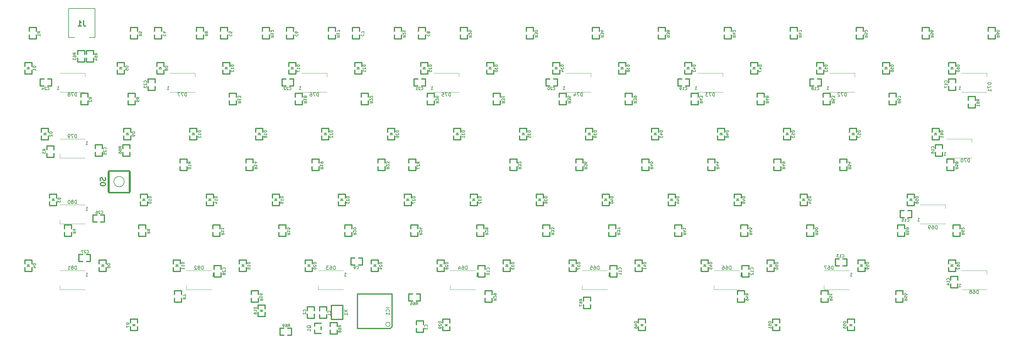
<source format=gbr>
G04 #@! TF.GenerationSoftware,KiCad,Pcbnew,(5.1.2-1)-1*
G04 #@! TF.CreationDate,2020-06-06T23:17:58+08:00*
G04 #@! TF.ProjectId,vim60,76696d36-302e-46b6-9963-61645f706362,rev?*
G04 #@! TF.SameCoordinates,Original*
G04 #@! TF.FileFunction,Legend,Bot*
G04 #@! TF.FilePolarity,Positive*
%FSLAX46Y46*%
G04 Gerber Fmt 4.6, Leading zero omitted, Abs format (unit mm)*
G04 Created by KiCad (PCBNEW (5.1.2-1)-1) date 2020-06-06 23:17:58*
%MOMM*%
%LPD*%
G04 APERTURE LIST*
%ADD10C,0.300000*%
%ADD11C,0.200000*%
%ADD12C,0.120000*%
%ADD13C,0.304800*%
%ADD14C,0.203200*%
%ADD15C,0.200660*%
%ADD16C,0.381000*%
%ADD17C,0.150000*%
%ADD18C,0.158800*%
G04 APERTURE END LIST*
D10*
X151787700Y-195106400D02*
X153587700Y-195106400D01*
X151787700Y-194206400D02*
X151787700Y-195106400D01*
X153587700Y-193206400D02*
X153587700Y-194006400D01*
X151787700Y-192106400D02*
X153587700Y-192106400D01*
X151787700Y-193006400D02*
X151787700Y-192106400D01*
X153195700Y-190748900D02*
X153195700Y-189651900D01*
X155227700Y-190748900D02*
X153195700Y-190748900D01*
X155227700Y-189651900D02*
X155227700Y-190748900D01*
X153195700Y-187446900D02*
X153195700Y-188570900D01*
X155227700Y-187446900D02*
X153195700Y-187446900D01*
X155227700Y-188570900D02*
X155227700Y-187446900D01*
X151671700Y-187383400D02*
X151671700Y-188480400D01*
X149639700Y-187383400D02*
X151671700Y-187383400D01*
X149639700Y-188480400D02*
X149639700Y-187383400D01*
X151671700Y-190685400D02*
X151671700Y-189561400D01*
X149639700Y-190685400D02*
X151671700Y-190685400D01*
X149639700Y-189561400D02*
X149639700Y-190685400D01*
X181135700Y-194749400D02*
X181135700Y-193652400D01*
X183167700Y-194749400D02*
X181135700Y-194749400D01*
X183167700Y-193652400D02*
X183167700Y-194749400D01*
X181135700Y-191447400D02*
X181135700Y-192571400D01*
X183167700Y-191447400D02*
X181135700Y-191447400D01*
X183167700Y-192571400D02*
X183167700Y-191447400D01*
X105570700Y-109849900D02*
X105570700Y-108752900D01*
X107602700Y-109849900D02*
X105570700Y-109849900D01*
X107602700Y-108752900D02*
X107602700Y-109849900D01*
X105570700Y-106547900D02*
X105570700Y-107671900D01*
X107602700Y-106547900D02*
X105570700Y-106547900D01*
X107602700Y-107671900D02*
X107602700Y-106547900D01*
X124620700Y-109849900D02*
X124620700Y-108752900D01*
X126652700Y-109849900D02*
X124620700Y-109849900D01*
X126652700Y-108752900D02*
X126652700Y-109849900D01*
X124620700Y-106547900D02*
X124620700Y-107671900D01*
X126652700Y-106547900D02*
X124620700Y-106547900D01*
X126652700Y-107671900D02*
X126652700Y-106547900D01*
X143670700Y-109849900D02*
X143670700Y-108752900D01*
X145702700Y-109849900D02*
X143670700Y-109849900D01*
X145702700Y-108752900D02*
X145702700Y-109849900D01*
X143670700Y-106547900D02*
X143670700Y-107671900D01*
X145702700Y-106547900D02*
X143670700Y-106547900D01*
X145702700Y-107671900D02*
X145702700Y-106547900D01*
X162720700Y-109849900D02*
X162720700Y-108752900D01*
X164752700Y-109849900D02*
X162720700Y-109849900D01*
X164752700Y-108752900D02*
X164752700Y-109849900D01*
X162720700Y-106547900D02*
X162720700Y-107671900D01*
X164752700Y-106547900D02*
X162720700Y-106547900D01*
X164752700Y-107671900D02*
X164752700Y-106547900D01*
X181770700Y-109849900D02*
X181770700Y-108752900D01*
X183802700Y-109849900D02*
X181770700Y-109849900D01*
X183802700Y-108752900D02*
X183802700Y-109849900D01*
X181770700Y-106547900D02*
X181770700Y-107671900D01*
X183802700Y-106547900D02*
X181770700Y-106547900D01*
X183802700Y-107671900D02*
X183802700Y-106547900D01*
X162276200Y-173286400D02*
X163373200Y-173286400D01*
X162276200Y-175318400D02*
X162276200Y-173286400D01*
X163373200Y-175318400D02*
X162276200Y-175318400D01*
X165578200Y-173286400D02*
X164454200Y-173286400D01*
X165578200Y-175318400D02*
X165578200Y-173286400D01*
X164454200Y-175318400D02*
X165578200Y-175318400D01*
X198915700Y-177623400D02*
X198915700Y-178747400D01*
X198915700Y-178747400D02*
X200947700Y-178747400D01*
X200947700Y-178747400D02*
X200947700Y-177623400D01*
X198915700Y-176542400D02*
X198915700Y-175445400D01*
X198915700Y-175445400D02*
X200947700Y-175445400D01*
X200947700Y-175445400D02*
X200947700Y-176542400D01*
X237015700Y-177623400D02*
X237015700Y-178747400D01*
X237015700Y-178747400D02*
X239047700Y-178747400D01*
X239047700Y-178747400D02*
X239047700Y-177623400D01*
X237015700Y-176542400D02*
X237015700Y-175445400D01*
X237015700Y-175445400D02*
X239047700Y-175445400D01*
X239047700Y-175445400D02*
X239047700Y-176542400D01*
X275115700Y-177623400D02*
X275115700Y-178747400D01*
X275115700Y-178747400D02*
X277147700Y-178747400D01*
X277147700Y-178747400D02*
X277147700Y-177623400D01*
X275115700Y-176542400D02*
X275115700Y-175445400D01*
X275115700Y-175445400D02*
X277147700Y-175445400D01*
X277147700Y-175445400D02*
X277147700Y-176542400D01*
X302103200Y-173540400D02*
X303200200Y-173540400D01*
X302103200Y-175572400D02*
X302103200Y-173540400D01*
X303200200Y-175572400D02*
X302103200Y-175572400D01*
X305405200Y-173540400D02*
X304281200Y-173540400D01*
X305405200Y-175572400D02*
X305405200Y-173540400D01*
X304281200Y-175572400D02*
X305405200Y-175572400D01*
X335440700Y-180798400D02*
X335440700Y-181922400D01*
X335440700Y-181922400D02*
X337472700Y-181922400D01*
X337472700Y-181922400D02*
X337472700Y-180798400D01*
X335440700Y-179717400D02*
X335440700Y-178620400D01*
X335440700Y-178620400D02*
X337472700Y-178620400D01*
X337472700Y-178620400D02*
X337472700Y-179717400D01*
X323013700Y-161602400D02*
X324137700Y-161602400D01*
X324137700Y-161602400D02*
X324137700Y-159570400D01*
X324137700Y-159570400D02*
X323013700Y-159570400D01*
X321932700Y-161602400D02*
X320835700Y-161602400D01*
X320835700Y-161602400D02*
X320835700Y-159570400D01*
X320835700Y-159570400D02*
X321932700Y-159570400D01*
X330995700Y-142698400D02*
X330995700Y-143822400D01*
X330995700Y-143822400D02*
X333027700Y-143822400D01*
X333027700Y-143822400D02*
X333027700Y-142698400D01*
X330995700Y-141617400D02*
X330995700Y-140520400D01*
X330995700Y-140520400D02*
X333027700Y-140520400D01*
X333027700Y-140520400D02*
X333027700Y-141617400D01*
X334805700Y-123648400D02*
X334805700Y-124772400D01*
X334805700Y-124772400D02*
X336837700Y-124772400D01*
X336837700Y-124772400D02*
X336837700Y-123648400D01*
X334805700Y-122567400D02*
X334805700Y-121470400D01*
X334805700Y-121470400D02*
X336837700Y-121470400D01*
X336837700Y-121470400D02*
X336837700Y-122567400D01*
X294800700Y-121470400D02*
X295897700Y-121470400D01*
X294800700Y-123502400D02*
X294800700Y-121470400D01*
X295897700Y-123502400D02*
X294800700Y-123502400D01*
X298102700Y-121470400D02*
X296978700Y-121470400D01*
X298102700Y-123502400D02*
X298102700Y-121470400D01*
X296978700Y-123502400D02*
X298102700Y-123502400D01*
X258878700Y-123502400D02*
X260002700Y-123502400D01*
X260002700Y-123502400D02*
X260002700Y-121470400D01*
X260002700Y-121470400D02*
X258878700Y-121470400D01*
X257797700Y-123502400D02*
X256700700Y-123502400D01*
X256700700Y-123502400D02*
X256700700Y-121470400D01*
X256700700Y-121470400D02*
X257797700Y-121470400D01*
X220778700Y-123502400D02*
X221902700Y-123502400D01*
X221902700Y-123502400D02*
X221902700Y-121470400D01*
X221902700Y-121470400D02*
X220778700Y-121470400D01*
X219697700Y-123502400D02*
X218600700Y-123502400D01*
X218600700Y-123502400D02*
X218600700Y-121470400D01*
X218600700Y-121470400D02*
X219697700Y-121470400D01*
X180500700Y-121470400D02*
X181597700Y-121470400D01*
X180500700Y-123502400D02*
X180500700Y-121470400D01*
X181597700Y-123502400D02*
X180500700Y-123502400D01*
X183802700Y-121470400D02*
X182678700Y-121470400D01*
X183802700Y-123502400D02*
X183802700Y-121470400D01*
X182678700Y-123502400D02*
X183802700Y-123502400D01*
X144578700Y-123502400D02*
X145702700Y-123502400D01*
X145702700Y-123502400D02*
X145702700Y-121470400D01*
X145702700Y-121470400D02*
X144578700Y-121470400D01*
X143497700Y-123502400D02*
X142400700Y-123502400D01*
X142400700Y-123502400D02*
X142400700Y-121470400D01*
X142400700Y-121470400D02*
X143497700Y-121470400D01*
X105697700Y-121470400D02*
X105697700Y-122567400D01*
X103665700Y-121470400D02*
X105697700Y-121470400D01*
X103665700Y-122567400D02*
X103665700Y-121470400D01*
X105697700Y-124772400D02*
X105697700Y-123648400D01*
X103665700Y-124772400D02*
X105697700Y-124772400D01*
X103665700Y-123648400D02*
X103665700Y-124772400D01*
X74728700Y-123502400D02*
X75852700Y-123502400D01*
X75852700Y-123502400D02*
X75852700Y-121470400D01*
X75852700Y-121470400D02*
X74728700Y-121470400D01*
X73647700Y-123502400D02*
X72550700Y-123502400D01*
X72550700Y-123502400D02*
X72550700Y-121470400D01*
X72550700Y-121470400D02*
X73647700Y-121470400D01*
X90457700Y-141644400D02*
X90457700Y-140520400D01*
X90457700Y-140520400D02*
X88425700Y-140520400D01*
X88425700Y-140520400D02*
X88425700Y-141644400D01*
X90457700Y-142725400D02*
X90457700Y-143822400D01*
X90457700Y-143822400D02*
X88425700Y-143822400D01*
X88425700Y-143822400D02*
X88425700Y-142725400D01*
X88914700Y-160840400D02*
X87790700Y-160840400D01*
X87790700Y-160840400D02*
X87790700Y-162872400D01*
X87790700Y-162872400D02*
X88914700Y-162872400D01*
X89995700Y-160840400D02*
X91092700Y-160840400D01*
X91092700Y-160840400D02*
X91092700Y-162872400D01*
X91092700Y-162872400D02*
X89995700Y-162872400D01*
X84787200Y-172270400D02*
X83663200Y-172270400D01*
X83663200Y-172270400D02*
X83663200Y-174302400D01*
X83663200Y-174302400D02*
X84787200Y-174302400D01*
X85868200Y-172270400D02*
X86965200Y-172270400D01*
X86965200Y-172270400D02*
X86965200Y-174302400D01*
X86965200Y-174302400D02*
X85868200Y-174302400D01*
X124747700Y-175445400D02*
X124747700Y-176542400D01*
X122715700Y-175445400D02*
X124747700Y-175445400D01*
X122715700Y-176542400D02*
X122715700Y-175445400D01*
X124747700Y-178747400D02*
X124747700Y-177623400D01*
X122715700Y-178747400D02*
X124747700Y-178747400D01*
X122715700Y-177623400D02*
X122715700Y-178747400D01*
X70137700Y-117831900D02*
X70137700Y-116707900D01*
X70137700Y-116707900D02*
X68105700Y-116707900D01*
X68105700Y-116707900D02*
X68105700Y-117831900D01*
X70137700Y-118912900D02*
X70137700Y-120009900D01*
X70137700Y-120009900D02*
X68105700Y-120009900D01*
X68105700Y-120009900D02*
X68105700Y-118912900D01*
D11*
X69502700Y-118104900D02*
X68740700Y-118104900D01*
X69502700Y-118549400D02*
X68740700Y-118549400D01*
X68740700Y-118549400D02*
X69121700Y-118168400D01*
X69121700Y-118168400D02*
X69502700Y-118549400D01*
X73884199Y-137218400D02*
X74265199Y-137599400D01*
X73503199Y-137599400D02*
X73884199Y-137218400D01*
X74265199Y-137599400D02*
X73503199Y-137599400D01*
X74265199Y-137154900D02*
X73503199Y-137154900D01*
D10*
X72868199Y-139059900D02*
X72868199Y-137962900D01*
X74900199Y-139059900D02*
X72868199Y-139059900D01*
X74900199Y-137962900D02*
X74900199Y-139059900D01*
X72868199Y-135757900D02*
X72868199Y-136881900D01*
X74900199Y-135757900D02*
X72868199Y-135757900D01*
X74900199Y-136881900D02*
X74900199Y-135757900D01*
D11*
X76265499Y-156269800D02*
X76646499Y-156650800D01*
X75884499Y-156650800D02*
X76265499Y-156269800D01*
X76646499Y-156650800D02*
X75884499Y-156650800D01*
X76646499Y-156206300D02*
X75884499Y-156206300D01*
D10*
X75249499Y-158111300D02*
X75249499Y-157014300D01*
X77281499Y-158111300D02*
X75249499Y-158111300D01*
X77281499Y-157014300D02*
X77281499Y-158111300D01*
X75249499Y-154809300D02*
X75249499Y-155933300D01*
X77281499Y-154809300D02*
X75249499Y-154809300D01*
X77281499Y-155933300D02*
X77281499Y-154809300D01*
D11*
X69121700Y-175318500D02*
X69502700Y-175699500D01*
X68740700Y-175699500D02*
X69121700Y-175318500D01*
X69502700Y-175699500D02*
X68740700Y-175699500D01*
X69502700Y-175255000D02*
X68740700Y-175255000D01*
D10*
X68105700Y-177160000D02*
X68105700Y-176063000D01*
X70137700Y-177160000D02*
X68105700Y-177160000D01*
X70137700Y-176063000D02*
X70137700Y-177160000D01*
X68105700Y-173858000D02*
X68105700Y-174982000D01*
X70137700Y-173858000D02*
X68105700Y-173858000D01*
X70137700Y-174982000D02*
X70137700Y-173858000D01*
X96807700Y-117831900D02*
X96807700Y-116707900D01*
X96807700Y-116707900D02*
X94775700Y-116707900D01*
X94775700Y-116707900D02*
X94775700Y-117831900D01*
X96807700Y-118912900D02*
X96807700Y-120009900D01*
X96807700Y-120009900D02*
X94775700Y-120009900D01*
X94775700Y-120009900D02*
X94775700Y-118912900D01*
D11*
X96172700Y-118104900D02*
X95410700Y-118104900D01*
X96172700Y-118549400D02*
X95410700Y-118549400D01*
X95410700Y-118549400D02*
X95791700Y-118168400D01*
X95791700Y-118168400D02*
X96172700Y-118549400D01*
X90552900Y-175318500D02*
X90933900Y-175699500D01*
X90171900Y-175699500D02*
X90552900Y-175318500D01*
X90933900Y-175699500D02*
X90171900Y-175699500D01*
X90933900Y-175255000D02*
X90171900Y-175255000D01*
D10*
X89536900Y-177160000D02*
X89536900Y-176063000D01*
X91568900Y-177160000D02*
X89536900Y-177160000D01*
X91568900Y-176063000D02*
X91568900Y-177160000D01*
X89536900Y-173858000D02*
X89536900Y-174982000D01*
X91568900Y-173858000D02*
X89536900Y-173858000D01*
X91568900Y-174982000D02*
X91568900Y-173858000D01*
D11*
X99601700Y-192844400D02*
X99220700Y-192463400D01*
X99982700Y-192463400D02*
X99601700Y-192844400D01*
X99220700Y-192463400D02*
X99982700Y-192463400D01*
X99220700Y-192907900D02*
X99982700Y-192907900D01*
D10*
X100617700Y-191002900D02*
X100617700Y-192099900D01*
X98585700Y-191002900D02*
X100617700Y-191002900D01*
X98585700Y-192099900D02*
X98585700Y-191002900D01*
X100617700Y-194304900D02*
X100617700Y-193180900D01*
X98585700Y-194304900D02*
X100617700Y-194304900D01*
X98585700Y-193180900D02*
X98585700Y-194304900D01*
D11*
X107221700Y-118168400D02*
X107602700Y-118549400D01*
X106840700Y-118549400D02*
X107221700Y-118168400D01*
X107602700Y-118549400D02*
X106840700Y-118549400D01*
X107602700Y-118104900D02*
X106840700Y-118104900D01*
D10*
X106205700Y-120009900D02*
X106205700Y-118912900D01*
X108237700Y-120009900D02*
X106205700Y-120009900D01*
X108237700Y-118912900D02*
X108237700Y-120009900D01*
X106205700Y-116707900D02*
X106205700Y-117831900D01*
X108237700Y-116707900D02*
X106205700Y-116707900D01*
X108237700Y-117831900D02*
X108237700Y-116707900D01*
D11*
X97695300Y-137218400D02*
X98076300Y-137599400D01*
X97314300Y-137599400D02*
X97695300Y-137218400D01*
X98076300Y-137599400D02*
X97314300Y-137599400D01*
X98076300Y-137154900D02*
X97314300Y-137154900D01*
D10*
X96679300Y-139059900D02*
X96679300Y-137962900D01*
X98711300Y-139059900D02*
X96679300Y-139059900D01*
X98711300Y-137962900D02*
X98711300Y-139059900D01*
X96679300Y-135757900D02*
X96679300Y-136881900D01*
X98711300Y-135757900D02*
X96679300Y-135757900D01*
X98711300Y-136881900D02*
X98711300Y-135757900D01*
X103475199Y-155933300D02*
X103475199Y-154809300D01*
X103475199Y-154809300D02*
X101443199Y-154809300D01*
X101443199Y-154809300D02*
X101443199Y-155933300D01*
X103475199Y-157014300D02*
X103475199Y-158111300D01*
X103475199Y-158111300D02*
X101443199Y-158111300D01*
X101443199Y-158111300D02*
X101443199Y-157014300D01*
D11*
X102840199Y-156206300D02*
X102078199Y-156206300D01*
X102840199Y-156650800D02*
X102078199Y-156650800D01*
X102078199Y-156650800D02*
X102459199Y-156269800D01*
X102459199Y-156269800D02*
X102840199Y-156650800D01*
D10*
X112998800Y-174982000D02*
X112998800Y-173858000D01*
X112998800Y-173858000D02*
X110966800Y-173858000D01*
X110966800Y-173858000D02*
X110966800Y-174982000D01*
X112998800Y-176063000D02*
X112998800Y-177160000D01*
X112998800Y-177160000D02*
X110966800Y-177160000D01*
X110966800Y-177160000D02*
X110966800Y-176063000D01*
D11*
X112363800Y-175255000D02*
X111601800Y-175255000D01*
X112363800Y-175699500D02*
X111601800Y-175699500D01*
X111601800Y-175699500D02*
X111982800Y-175318500D01*
X111982800Y-175318500D02*
X112363800Y-175699500D01*
X126271700Y-118168400D02*
X126652700Y-118549400D01*
X125890700Y-118549400D02*
X126271700Y-118168400D01*
X126652700Y-118549400D02*
X125890700Y-118549400D01*
X126652700Y-118104900D02*
X125890700Y-118104900D01*
D10*
X125255700Y-120009900D02*
X125255700Y-118912900D01*
X127287700Y-120009900D02*
X125255700Y-120009900D01*
X127287700Y-118912900D02*
X127287700Y-120009900D01*
X125255700Y-116707900D02*
X125255700Y-117831900D01*
X127287700Y-116707900D02*
X125255700Y-116707900D01*
X127287700Y-117831900D02*
X127287700Y-116707900D01*
D11*
X116745300Y-137218400D02*
X117126300Y-137599400D01*
X116364300Y-137599400D02*
X116745300Y-137218400D01*
X117126300Y-137599400D02*
X116364300Y-137599400D01*
X117126300Y-137154900D02*
X116364300Y-137154900D01*
D10*
X115729300Y-139059900D02*
X115729300Y-137962900D01*
X117761300Y-139059900D02*
X115729300Y-139059900D01*
X117761300Y-137962900D02*
X117761300Y-139059900D01*
X115729300Y-135757900D02*
X115729300Y-136881900D01*
X117761300Y-135757900D02*
X115729300Y-135757900D01*
X117761300Y-136881900D02*
X117761300Y-135757900D01*
X122525199Y-155933300D02*
X122525199Y-154809300D01*
X122525199Y-154809300D02*
X120493199Y-154809300D01*
X120493199Y-154809300D02*
X120493199Y-155933300D01*
X122525199Y-157014300D02*
X122525199Y-158111300D01*
X122525199Y-158111300D02*
X120493199Y-158111300D01*
X120493199Y-158111300D02*
X120493199Y-157014300D01*
D11*
X121890199Y-156206300D02*
X121128199Y-156206300D01*
X121890199Y-156650800D02*
X121128199Y-156650800D01*
X121128199Y-156650800D02*
X121509199Y-156269800D01*
X121509199Y-156269800D02*
X121890199Y-156650800D01*
D10*
X132048800Y-174982000D02*
X132048800Y-173858000D01*
X132048800Y-173858000D02*
X130016800Y-173858000D01*
X130016800Y-173858000D02*
X130016800Y-174982000D01*
X132048800Y-176063000D02*
X132048800Y-177160000D01*
X132048800Y-177160000D02*
X130016800Y-177160000D01*
X130016800Y-177160000D02*
X130016800Y-176063000D01*
D11*
X131413800Y-175255000D02*
X130651800Y-175255000D01*
X131413800Y-175699500D02*
X130651800Y-175699500D01*
X130651800Y-175699500D02*
X131032800Y-175318500D01*
X131032800Y-175318500D02*
X131413800Y-175699500D01*
D10*
X135415700Y-189053400D02*
X135415700Y-190177400D01*
X135415700Y-190177400D02*
X137447700Y-190177400D01*
X137447700Y-190177400D02*
X137447700Y-189053400D01*
X135415700Y-187972400D02*
X135415700Y-186875400D01*
X135415700Y-186875400D02*
X137447700Y-186875400D01*
X137447700Y-186875400D02*
X137447700Y-187972400D01*
D11*
X136050700Y-188780400D02*
X136812700Y-188780400D01*
X136050700Y-188335900D02*
X136812700Y-188335900D01*
X136812700Y-188335900D02*
X136431700Y-188716900D01*
X136431700Y-188716900D02*
X136050700Y-188335900D01*
X145321700Y-118168400D02*
X145702700Y-118549400D01*
X144940700Y-118549400D02*
X145321700Y-118168400D01*
X145702700Y-118549400D02*
X144940700Y-118549400D01*
X145702700Y-118104900D02*
X144940700Y-118104900D01*
D10*
X144305700Y-120009900D02*
X144305700Y-118912900D01*
X146337700Y-120009900D02*
X144305700Y-120009900D01*
X146337700Y-118912900D02*
X146337700Y-120009900D01*
X144305700Y-116707900D02*
X144305700Y-117831900D01*
X146337700Y-116707900D02*
X144305700Y-116707900D01*
X146337700Y-117831900D02*
X146337700Y-116707900D01*
D11*
X135795300Y-137218400D02*
X136176300Y-137599400D01*
X135414300Y-137599400D02*
X135795300Y-137218400D01*
X136176300Y-137599400D02*
X135414300Y-137599400D01*
X136176300Y-137154900D02*
X135414300Y-137154900D01*
D10*
X134779300Y-139059900D02*
X134779300Y-137962900D01*
X136811300Y-139059900D02*
X134779300Y-139059900D01*
X136811300Y-137962900D02*
X136811300Y-139059900D01*
X134779300Y-135757900D02*
X134779300Y-136881900D01*
X136811300Y-135757900D02*
X134779300Y-135757900D01*
X136811300Y-136881900D02*
X136811300Y-135757900D01*
X141575199Y-155933300D02*
X141575199Y-154809300D01*
X141575199Y-154809300D02*
X139543199Y-154809300D01*
X139543199Y-154809300D02*
X139543199Y-155933300D01*
X141575199Y-157014300D02*
X141575199Y-158111300D01*
X141575199Y-158111300D02*
X139543199Y-158111300D01*
X139543199Y-158111300D02*
X139543199Y-157014300D01*
D11*
X140940199Y-156206300D02*
X140178199Y-156206300D01*
X140940199Y-156650800D02*
X140178199Y-156650800D01*
X140178199Y-156650800D02*
X140559199Y-156269800D01*
X140559199Y-156269800D02*
X140940199Y-156650800D01*
D10*
X151098800Y-174982000D02*
X151098800Y-173858000D01*
X151098800Y-173858000D02*
X149066800Y-173858000D01*
X149066800Y-173858000D02*
X149066800Y-174982000D01*
X151098800Y-176063000D02*
X151098800Y-177160000D01*
X151098800Y-177160000D02*
X149066800Y-177160000D01*
X149066800Y-177160000D02*
X149066800Y-176063000D01*
D11*
X150463800Y-175255000D02*
X149701800Y-175255000D01*
X150463800Y-175699500D02*
X149701800Y-175699500D01*
X149701800Y-175699500D02*
X150082800Y-175318500D01*
X150082800Y-175318500D02*
X150463800Y-175699500D01*
X164371700Y-118168400D02*
X164752700Y-118549400D01*
X163990700Y-118549400D02*
X164371700Y-118168400D01*
X164752700Y-118549400D02*
X163990700Y-118549400D01*
X164752700Y-118104900D02*
X163990700Y-118104900D01*
D10*
X163355700Y-120009900D02*
X163355700Y-118912900D01*
X165387700Y-120009900D02*
X163355700Y-120009900D01*
X165387700Y-118912900D02*
X165387700Y-120009900D01*
X163355700Y-116707900D02*
X163355700Y-117831900D01*
X165387700Y-116707900D02*
X163355700Y-116707900D01*
X165387700Y-117831900D02*
X165387700Y-116707900D01*
D11*
X154845300Y-137218400D02*
X155226300Y-137599400D01*
X154464300Y-137599400D02*
X154845300Y-137218400D01*
X155226300Y-137599400D02*
X154464300Y-137599400D01*
X155226300Y-137154900D02*
X154464300Y-137154900D01*
D10*
X153829300Y-139059900D02*
X153829300Y-137962900D01*
X155861300Y-139059900D02*
X153829300Y-139059900D01*
X155861300Y-137962900D02*
X155861300Y-139059900D01*
X153829300Y-135757900D02*
X153829300Y-136881900D01*
X155861300Y-135757900D02*
X153829300Y-135757900D01*
X155861300Y-136881900D02*
X155861300Y-135757900D01*
X160625199Y-155933300D02*
X160625199Y-154809300D01*
X160625199Y-154809300D02*
X158593199Y-154809300D01*
X158593199Y-154809300D02*
X158593199Y-155933300D01*
X160625199Y-157014300D02*
X160625199Y-158111300D01*
X160625199Y-158111300D02*
X158593199Y-158111300D01*
X158593199Y-158111300D02*
X158593199Y-157014300D01*
D11*
X159990199Y-156206300D02*
X159228199Y-156206300D01*
X159990199Y-156650800D02*
X159228199Y-156650800D01*
X159228199Y-156650800D02*
X159609199Y-156269800D01*
X159609199Y-156269800D02*
X159990199Y-156650800D01*
D10*
X170148800Y-174982000D02*
X170148800Y-173858000D01*
X170148800Y-173858000D02*
X168116800Y-173858000D01*
X168116800Y-173858000D02*
X168116800Y-174982000D01*
X170148800Y-176063000D02*
X170148800Y-177160000D01*
X170148800Y-177160000D02*
X168116800Y-177160000D01*
X168116800Y-177160000D02*
X168116800Y-176063000D01*
D11*
X169513800Y-175255000D02*
X168751800Y-175255000D01*
X169513800Y-175699500D02*
X168751800Y-175699500D01*
X168751800Y-175699500D02*
X169132800Y-175318500D01*
X169132800Y-175318500D02*
X169513800Y-175699500D01*
X183421700Y-118168400D02*
X183802700Y-118549400D01*
X183040700Y-118549400D02*
X183421700Y-118168400D01*
X183802700Y-118549400D02*
X183040700Y-118549400D01*
X183802700Y-118104900D02*
X183040700Y-118104900D01*
D10*
X182405700Y-120009900D02*
X182405700Y-118912900D01*
X184437700Y-120009900D02*
X182405700Y-120009900D01*
X184437700Y-118912900D02*
X184437700Y-120009900D01*
X182405700Y-116707900D02*
X182405700Y-117831900D01*
X184437700Y-116707900D02*
X182405700Y-116707900D01*
X184437700Y-117831900D02*
X184437700Y-116707900D01*
D11*
X173895300Y-137218400D02*
X174276300Y-137599400D01*
X173514300Y-137599400D02*
X173895300Y-137218400D01*
X174276300Y-137599400D02*
X173514300Y-137599400D01*
X174276300Y-137154900D02*
X173514300Y-137154900D01*
D10*
X172879300Y-139059900D02*
X172879300Y-137962900D01*
X174911300Y-139059900D02*
X172879300Y-139059900D01*
X174911300Y-137962900D02*
X174911300Y-139059900D01*
X172879300Y-135757900D02*
X172879300Y-136881900D01*
X174911300Y-135757900D02*
X172879300Y-135757900D01*
X174911300Y-136881900D02*
X174911300Y-135757900D01*
X179675199Y-155933300D02*
X179675199Y-154809300D01*
X179675199Y-154809300D02*
X177643199Y-154809300D01*
X177643199Y-154809300D02*
X177643199Y-155933300D01*
X179675199Y-157014300D02*
X179675199Y-158111300D01*
X179675199Y-158111300D02*
X177643199Y-158111300D01*
X177643199Y-158111300D02*
X177643199Y-157014300D01*
D11*
X179040199Y-156206300D02*
X178278199Y-156206300D01*
X179040199Y-156650800D02*
X178278199Y-156650800D01*
X178278199Y-156650800D02*
X178659199Y-156269800D01*
X178659199Y-156269800D02*
X179040199Y-156650800D01*
D10*
X189198800Y-174982000D02*
X189198800Y-173858000D01*
X189198800Y-173858000D02*
X187166800Y-173858000D01*
X187166800Y-173858000D02*
X187166800Y-174982000D01*
X189198800Y-176063000D02*
X189198800Y-177160000D01*
X189198800Y-177160000D02*
X187166800Y-177160000D01*
X187166800Y-177160000D02*
X187166800Y-176063000D01*
D11*
X188563800Y-175255000D02*
X187801800Y-175255000D01*
X188563800Y-175699500D02*
X187801800Y-175699500D01*
X187801800Y-175699500D02*
X188182800Y-175318500D01*
X188182800Y-175318500D02*
X188563800Y-175699500D01*
D10*
X188755700Y-193180900D02*
X188755700Y-194304900D01*
X188755700Y-194304900D02*
X190787700Y-194304900D01*
X190787700Y-194304900D02*
X190787700Y-193180900D01*
X188755700Y-192099900D02*
X188755700Y-191002900D01*
X188755700Y-191002900D02*
X190787700Y-191002900D01*
X190787700Y-191002900D02*
X190787700Y-192099900D01*
D11*
X189390700Y-192907900D02*
X190152700Y-192907900D01*
X189390700Y-192463400D02*
X190152700Y-192463400D01*
X190152700Y-192463400D02*
X189771700Y-192844400D01*
X189771700Y-192844400D02*
X189390700Y-192463400D01*
X202471700Y-118168400D02*
X202852700Y-118549400D01*
X202090700Y-118549400D02*
X202471700Y-118168400D01*
X202852700Y-118549400D02*
X202090700Y-118549400D01*
X202852700Y-118104900D02*
X202090700Y-118104900D01*
D10*
X201455700Y-120009900D02*
X201455700Y-118912900D01*
X203487700Y-120009900D02*
X201455700Y-120009900D01*
X203487700Y-118912900D02*
X203487700Y-120009900D01*
X201455700Y-116707900D02*
X201455700Y-117831900D01*
X203487700Y-116707900D02*
X201455700Y-116707900D01*
X203487700Y-117831900D02*
X203487700Y-116707900D01*
D11*
X192945300Y-137218400D02*
X193326300Y-137599400D01*
X192564300Y-137599400D02*
X192945300Y-137218400D01*
X193326300Y-137599400D02*
X192564300Y-137599400D01*
X193326300Y-137154900D02*
X192564300Y-137154900D01*
D10*
X191929300Y-139059900D02*
X191929300Y-137962900D01*
X193961300Y-139059900D02*
X191929300Y-139059900D01*
X193961300Y-137962900D02*
X193961300Y-139059900D01*
X191929300Y-135757900D02*
X191929300Y-136881900D01*
X193961300Y-135757900D02*
X191929300Y-135757900D01*
X193961300Y-136881900D02*
X193961300Y-135757900D01*
X198725199Y-155933300D02*
X198725199Y-154809300D01*
X198725199Y-154809300D02*
X196693199Y-154809300D01*
X196693199Y-154809300D02*
X196693199Y-155933300D01*
X198725199Y-157014300D02*
X198725199Y-158111300D01*
X198725199Y-158111300D02*
X196693199Y-158111300D01*
X196693199Y-158111300D02*
X196693199Y-157014300D01*
D11*
X198090199Y-156206300D02*
X197328199Y-156206300D01*
X198090199Y-156650800D02*
X197328199Y-156650800D01*
X197328199Y-156650800D02*
X197709199Y-156269800D01*
X197709199Y-156269800D02*
X198090199Y-156650800D01*
D10*
X208248800Y-174982000D02*
X208248800Y-173858000D01*
X208248800Y-173858000D02*
X206216800Y-173858000D01*
X206216800Y-173858000D02*
X206216800Y-174982000D01*
X208248800Y-176063000D02*
X208248800Y-177160000D01*
X208248800Y-177160000D02*
X206216800Y-177160000D01*
X206216800Y-177160000D02*
X206216800Y-176063000D01*
D11*
X207613800Y-175255000D02*
X206851800Y-175255000D01*
X207613800Y-175699500D02*
X206851800Y-175699500D01*
X206851800Y-175699500D02*
X207232800Y-175318500D01*
X207232800Y-175318500D02*
X207613800Y-175699500D01*
X221521700Y-118168400D02*
X221902700Y-118549400D01*
X221140700Y-118549400D02*
X221521700Y-118168400D01*
X221902700Y-118549400D02*
X221140700Y-118549400D01*
X221902700Y-118104900D02*
X221140700Y-118104900D01*
D10*
X220505700Y-120009900D02*
X220505700Y-118912900D01*
X222537700Y-120009900D02*
X220505700Y-120009900D01*
X222537700Y-118912900D02*
X222537700Y-120009900D01*
X220505700Y-116707900D02*
X220505700Y-117831900D01*
X222537700Y-116707900D02*
X220505700Y-116707900D01*
X222537700Y-117831900D02*
X222537700Y-116707900D01*
D11*
X211995300Y-137218400D02*
X212376300Y-137599400D01*
X211614300Y-137599400D02*
X211995300Y-137218400D01*
X212376300Y-137599400D02*
X211614300Y-137599400D01*
X212376300Y-137154900D02*
X211614300Y-137154900D01*
D10*
X210979300Y-139059900D02*
X210979300Y-137962900D01*
X213011300Y-139059900D02*
X210979300Y-139059900D01*
X213011300Y-137962900D02*
X213011300Y-139059900D01*
X210979300Y-135757900D02*
X210979300Y-136881900D01*
X213011300Y-135757900D02*
X210979300Y-135757900D01*
X213011300Y-136881900D02*
X213011300Y-135757900D01*
X217775199Y-155933300D02*
X217775199Y-154809300D01*
X217775199Y-154809300D02*
X215743199Y-154809300D01*
X215743199Y-154809300D02*
X215743199Y-155933300D01*
X217775199Y-157014300D02*
X217775199Y-158111300D01*
X217775199Y-158111300D02*
X215743199Y-158111300D01*
X215743199Y-158111300D02*
X215743199Y-157014300D01*
D11*
X217140199Y-156206300D02*
X216378199Y-156206300D01*
X217140199Y-156650800D02*
X216378199Y-156650800D01*
X216378199Y-156650800D02*
X216759199Y-156269800D01*
X216759199Y-156269800D02*
X217140199Y-156650800D01*
D10*
X227298800Y-174982000D02*
X227298800Y-173858000D01*
X227298800Y-173858000D02*
X225266800Y-173858000D01*
X225266800Y-173858000D02*
X225266800Y-174982000D01*
X227298800Y-176063000D02*
X227298800Y-177160000D01*
X227298800Y-177160000D02*
X225266800Y-177160000D01*
X225266800Y-177160000D02*
X225266800Y-176063000D01*
D11*
X226663800Y-175255000D02*
X225901800Y-175255000D01*
X226663800Y-175699500D02*
X225901800Y-175699500D01*
X225901800Y-175699500D02*
X226282800Y-175318500D01*
X226282800Y-175318500D02*
X226663800Y-175699500D01*
X240571700Y-118168400D02*
X240952700Y-118549400D01*
X240190700Y-118549400D02*
X240571700Y-118168400D01*
X240952700Y-118549400D02*
X240190700Y-118549400D01*
X240952700Y-118104900D02*
X240190700Y-118104900D01*
D10*
X239555700Y-120009900D02*
X239555700Y-118912900D01*
X241587700Y-120009900D02*
X239555700Y-120009900D01*
X241587700Y-118912900D02*
X241587700Y-120009900D01*
X239555700Y-116707900D02*
X239555700Y-117831900D01*
X241587700Y-116707900D02*
X239555700Y-116707900D01*
X241587700Y-117831900D02*
X241587700Y-116707900D01*
D11*
X231045300Y-137218400D02*
X231426300Y-137599400D01*
X230664300Y-137599400D02*
X231045300Y-137218400D01*
X231426300Y-137599400D02*
X230664300Y-137599400D01*
X231426300Y-137154900D02*
X230664300Y-137154900D01*
D10*
X230029300Y-139059900D02*
X230029300Y-137962900D01*
X232061300Y-139059900D02*
X230029300Y-139059900D01*
X232061300Y-137962900D02*
X232061300Y-139059900D01*
X230029300Y-135757900D02*
X230029300Y-136881900D01*
X232061300Y-135757900D02*
X230029300Y-135757900D01*
X232061300Y-136881900D02*
X232061300Y-135757900D01*
X236825199Y-155933300D02*
X236825199Y-154809300D01*
X236825199Y-154809300D02*
X234793199Y-154809300D01*
X234793199Y-154809300D02*
X234793199Y-155933300D01*
X236825199Y-157014300D02*
X236825199Y-158111300D01*
X236825199Y-158111300D02*
X234793199Y-158111300D01*
X234793199Y-158111300D02*
X234793199Y-157014300D01*
D11*
X236190199Y-156206300D02*
X235428199Y-156206300D01*
X236190199Y-156650800D02*
X235428199Y-156650800D01*
X235428199Y-156650800D02*
X235809199Y-156269800D01*
X235809199Y-156269800D02*
X236190199Y-156650800D01*
D10*
X246348800Y-174982000D02*
X246348800Y-173858000D01*
X246348800Y-173858000D02*
X244316800Y-173858000D01*
X244316800Y-173858000D02*
X244316800Y-174982000D01*
X246348800Y-176063000D02*
X246348800Y-177160000D01*
X246348800Y-177160000D02*
X244316800Y-177160000D01*
X244316800Y-177160000D02*
X244316800Y-176063000D01*
D11*
X245713800Y-175255000D02*
X244951800Y-175255000D01*
X245713800Y-175699500D02*
X244951800Y-175699500D01*
X244951800Y-175699500D02*
X245332800Y-175318500D01*
X245332800Y-175318500D02*
X245713800Y-175699500D01*
X259621700Y-118168400D02*
X260002700Y-118549400D01*
X259240700Y-118549400D02*
X259621700Y-118168400D01*
X260002700Y-118549400D02*
X259240700Y-118549400D01*
X260002700Y-118104900D02*
X259240700Y-118104900D01*
D10*
X258605700Y-120009900D02*
X258605700Y-118912900D01*
X260637700Y-120009900D02*
X258605700Y-120009900D01*
X260637700Y-118912900D02*
X260637700Y-120009900D01*
X258605700Y-116707900D02*
X258605700Y-117831900D01*
X260637700Y-116707900D02*
X258605700Y-116707900D01*
X260637700Y-117831900D02*
X260637700Y-116707900D01*
D11*
X250095300Y-137218400D02*
X250476300Y-137599400D01*
X249714300Y-137599400D02*
X250095300Y-137218400D01*
X250476300Y-137599400D02*
X249714300Y-137599400D01*
X250476300Y-137154900D02*
X249714300Y-137154900D01*
D10*
X249079300Y-139059900D02*
X249079300Y-137962900D01*
X251111300Y-139059900D02*
X249079300Y-139059900D01*
X251111300Y-137962900D02*
X251111300Y-139059900D01*
X249079300Y-135757900D02*
X249079300Y-136881900D01*
X251111300Y-135757900D02*
X249079300Y-135757900D01*
X251111300Y-136881900D02*
X251111300Y-135757900D01*
X255875199Y-155933300D02*
X255875199Y-154809300D01*
X255875199Y-154809300D02*
X253843199Y-154809300D01*
X253843199Y-154809300D02*
X253843199Y-155933300D01*
X255875199Y-157014300D02*
X255875199Y-158111300D01*
X255875199Y-158111300D02*
X253843199Y-158111300D01*
X253843199Y-158111300D02*
X253843199Y-157014300D01*
D11*
X255240199Y-156206300D02*
X254478199Y-156206300D01*
X255240199Y-156650800D02*
X254478199Y-156650800D01*
X254478199Y-156650800D02*
X254859199Y-156269800D01*
X254859199Y-156269800D02*
X255240199Y-156650800D01*
D10*
X265398800Y-174982000D02*
X265398800Y-173858000D01*
X265398800Y-173858000D02*
X263366800Y-173858000D01*
X263366800Y-173858000D02*
X263366800Y-174982000D01*
X265398800Y-176063000D02*
X265398800Y-177160000D01*
X265398800Y-177160000D02*
X263366800Y-177160000D01*
X263366800Y-177160000D02*
X263366800Y-176063000D01*
D11*
X264763800Y-175255000D02*
X264001800Y-175255000D01*
X264763800Y-175699500D02*
X264001800Y-175699500D01*
X264001800Y-175699500D02*
X264382800Y-175318500D01*
X264382800Y-175318500D02*
X264763800Y-175699500D01*
D10*
X245270700Y-193180900D02*
X245270700Y-194304900D01*
X245270700Y-194304900D02*
X247302700Y-194304900D01*
X247302700Y-194304900D02*
X247302700Y-193180900D01*
X245270700Y-192099900D02*
X245270700Y-191002900D01*
X245270700Y-191002900D02*
X247302700Y-191002900D01*
X247302700Y-191002900D02*
X247302700Y-192099900D01*
D11*
X245905700Y-192907900D02*
X246667700Y-192907900D01*
X245905700Y-192463400D02*
X246667700Y-192463400D01*
X246667700Y-192463400D02*
X246286700Y-192844400D01*
X246286700Y-192844400D02*
X245905700Y-192463400D01*
X278671700Y-118168400D02*
X279052700Y-118549400D01*
X278290700Y-118549400D02*
X278671700Y-118168400D01*
X279052700Y-118549400D02*
X278290700Y-118549400D01*
X279052700Y-118104900D02*
X278290700Y-118104900D01*
D10*
X277655700Y-120009900D02*
X277655700Y-118912900D01*
X279687700Y-120009900D02*
X277655700Y-120009900D01*
X279687700Y-118912900D02*
X279687700Y-120009900D01*
X277655700Y-116707900D02*
X277655700Y-117831900D01*
X279687700Y-116707900D02*
X277655700Y-116707900D01*
X279687700Y-117831900D02*
X279687700Y-116707900D01*
X270161300Y-136881900D02*
X270161300Y-135757900D01*
X270161300Y-135757900D02*
X268129300Y-135757900D01*
X268129300Y-135757900D02*
X268129300Y-136881900D01*
X270161300Y-137962900D02*
X270161300Y-139059900D01*
X270161300Y-139059900D02*
X268129300Y-139059900D01*
X268129300Y-139059900D02*
X268129300Y-137962900D01*
D11*
X269526300Y-137154900D02*
X268764300Y-137154900D01*
X269526300Y-137599400D02*
X268764300Y-137599400D01*
X268764300Y-137599400D02*
X269145300Y-137218400D01*
X269145300Y-137218400D02*
X269526300Y-137599400D01*
D10*
X274925199Y-155933300D02*
X274925199Y-154809300D01*
X274925199Y-154809300D02*
X272893199Y-154809300D01*
X272893199Y-154809300D02*
X272893199Y-155933300D01*
X274925199Y-157014300D02*
X274925199Y-158111300D01*
X274925199Y-158111300D02*
X272893199Y-158111300D01*
X272893199Y-158111300D02*
X272893199Y-157014300D01*
D11*
X274290199Y-156206300D02*
X273528199Y-156206300D01*
X274290199Y-156650800D02*
X273528199Y-156650800D01*
X273528199Y-156650800D02*
X273909199Y-156269800D01*
X273909199Y-156269800D02*
X274290199Y-156650800D01*
D10*
X284448800Y-174982000D02*
X284448800Y-173858000D01*
X284448800Y-173858000D02*
X282416800Y-173858000D01*
X282416800Y-173858000D02*
X282416800Y-174982000D01*
X284448800Y-176063000D02*
X284448800Y-177160000D01*
X284448800Y-177160000D02*
X282416800Y-177160000D01*
X282416800Y-177160000D02*
X282416800Y-176063000D01*
D11*
X283813800Y-175255000D02*
X283051800Y-175255000D01*
X283813800Y-175699500D02*
X283051800Y-175699500D01*
X283051800Y-175699500D02*
X283432800Y-175318500D01*
X283432800Y-175318500D02*
X283813800Y-175699500D01*
D10*
X284005700Y-193180900D02*
X284005700Y-194304900D01*
X284005700Y-194304900D02*
X286037700Y-194304900D01*
X286037700Y-194304900D02*
X286037700Y-193180900D01*
X284005700Y-192099900D02*
X284005700Y-191002900D01*
X284005700Y-191002900D02*
X286037700Y-191002900D01*
X286037700Y-191002900D02*
X286037700Y-192099900D01*
D11*
X284640700Y-192907900D02*
X285402700Y-192907900D01*
X284640700Y-192463400D02*
X285402700Y-192463400D01*
X285402700Y-192463400D02*
X285021700Y-192844400D01*
X285021700Y-192844400D02*
X284640700Y-192463400D01*
X297721700Y-118168400D02*
X298102700Y-118549400D01*
X297340700Y-118549400D02*
X297721700Y-118168400D01*
X298102700Y-118549400D02*
X297340700Y-118549400D01*
X298102700Y-118104900D02*
X297340700Y-118104900D01*
D10*
X296705700Y-120009900D02*
X296705700Y-118912900D01*
X298737700Y-120009900D02*
X296705700Y-120009900D01*
X298737700Y-118912900D02*
X298737700Y-120009900D01*
X296705700Y-116707900D02*
X296705700Y-117831900D01*
X298737700Y-116707900D02*
X296705700Y-116707900D01*
X298737700Y-117831900D02*
X298737700Y-116707900D01*
D11*
X288195300Y-137218400D02*
X288576300Y-137599400D01*
X287814300Y-137599400D02*
X288195300Y-137218400D01*
X288576300Y-137599400D02*
X287814300Y-137599400D01*
X288576300Y-137154900D02*
X287814300Y-137154900D01*
D10*
X287179300Y-139059900D02*
X287179300Y-137962900D01*
X289211300Y-139059900D02*
X287179300Y-139059900D01*
X289211300Y-137962900D02*
X289211300Y-139059900D01*
X287179300Y-135757900D02*
X287179300Y-136881900D01*
X289211300Y-135757900D02*
X287179300Y-135757900D01*
X289211300Y-136881900D02*
X289211300Y-135757900D01*
X293975199Y-155933300D02*
X293975199Y-154809300D01*
X293975199Y-154809300D02*
X291943199Y-154809300D01*
X291943199Y-154809300D02*
X291943199Y-155933300D01*
X293975199Y-157014300D02*
X293975199Y-158111300D01*
X293975199Y-158111300D02*
X291943199Y-158111300D01*
X291943199Y-158111300D02*
X291943199Y-157014300D01*
D11*
X293340199Y-156206300D02*
X292578199Y-156206300D01*
X293340199Y-156650800D02*
X292578199Y-156650800D01*
X292578199Y-156650800D02*
X292959199Y-156269800D01*
X292959199Y-156269800D02*
X293340199Y-156650800D01*
D10*
X305595700Y-193180900D02*
X305595700Y-194304900D01*
X305595700Y-194304900D02*
X307627700Y-194304900D01*
X307627700Y-194304900D02*
X307627700Y-193180900D01*
X305595700Y-192099900D02*
X305595700Y-191002900D01*
X305595700Y-191002900D02*
X307627700Y-191002900D01*
X307627700Y-191002900D02*
X307627700Y-192099900D01*
D11*
X306230700Y-192907900D02*
X306992700Y-192907900D01*
X306230700Y-192463400D02*
X306992700Y-192463400D01*
X306992700Y-192463400D02*
X306611700Y-192844400D01*
X306611700Y-192844400D02*
X306230700Y-192463400D01*
X316771700Y-118168400D02*
X317152700Y-118549400D01*
X316390700Y-118549400D02*
X316771700Y-118168400D01*
X317152700Y-118549400D02*
X316390700Y-118549400D01*
X317152700Y-118104900D02*
X316390700Y-118104900D01*
D10*
X315755700Y-120009900D02*
X315755700Y-118912900D01*
X317787700Y-120009900D02*
X315755700Y-120009900D01*
X317787700Y-118912900D02*
X317787700Y-120009900D01*
X315755700Y-116707900D02*
X315755700Y-117831900D01*
X317787700Y-116707900D02*
X315755700Y-116707900D01*
X317787700Y-117831900D02*
X317787700Y-116707900D01*
D11*
X307245300Y-137218400D02*
X307626300Y-137599400D01*
X306864300Y-137599400D02*
X307245300Y-137218400D01*
X307626300Y-137599400D02*
X306864300Y-137599400D01*
X307626300Y-137154900D02*
X306864300Y-137154900D01*
D10*
X306229300Y-139059900D02*
X306229300Y-137962900D01*
X308261300Y-139059900D02*
X306229300Y-139059900D01*
X308261300Y-137962900D02*
X308261300Y-139059900D01*
X306229300Y-135757900D02*
X306229300Y-136881900D01*
X308261300Y-135757900D02*
X306229300Y-135757900D01*
X308261300Y-136881900D02*
X308261300Y-135757900D01*
X324929000Y-155933300D02*
X324929000Y-154809300D01*
X324929000Y-154809300D02*
X322897000Y-154809300D01*
X322897000Y-154809300D02*
X322897000Y-155933300D01*
X324929000Y-157014300D02*
X324929000Y-158111300D01*
X324929000Y-158111300D02*
X322897000Y-158111300D01*
X322897000Y-158111300D02*
X322897000Y-157014300D01*
D11*
X324294000Y-156206300D02*
X323532000Y-156206300D01*
X324294000Y-156650800D02*
X323532000Y-156650800D01*
X323532000Y-156650800D02*
X323913000Y-156269800D01*
X323913000Y-156269800D02*
X324294000Y-156650800D01*
X309627000Y-175318500D02*
X310008000Y-175699500D01*
X309246000Y-175699500D02*
X309627000Y-175318500D01*
X310008000Y-175699500D02*
X309246000Y-175699500D01*
X310008000Y-175255000D02*
X309246000Y-175255000D01*
D10*
X308611000Y-177160000D02*
X308611000Y-176063000D01*
X310643000Y-177160000D02*
X308611000Y-177160000D01*
X310643000Y-176063000D02*
X310643000Y-177160000D01*
X308611000Y-173858000D02*
X308611000Y-174982000D01*
X310643000Y-173858000D02*
X308611000Y-173858000D01*
X310643000Y-174982000D02*
X310643000Y-173858000D01*
D11*
X335821700Y-118168400D02*
X336202700Y-118549400D01*
X335440700Y-118549400D02*
X335821700Y-118168400D01*
X336202700Y-118549400D02*
X335440700Y-118549400D01*
X336202700Y-118104900D02*
X335440700Y-118104900D01*
D10*
X334805700Y-120009900D02*
X334805700Y-118912900D01*
X336837700Y-120009900D02*
X334805700Y-120009900D01*
X336837700Y-118912900D02*
X336837700Y-120009900D01*
X334805700Y-116707900D02*
X334805700Y-117831900D01*
X336837700Y-116707900D02*
X334805700Y-116707900D01*
X336837700Y-117831900D02*
X336837700Y-116707900D01*
D11*
X331058000Y-137218400D02*
X331439000Y-137599400D01*
X330677000Y-137599400D02*
X331058000Y-137218400D01*
X331439000Y-137599400D02*
X330677000Y-137599400D01*
X331439000Y-137154900D02*
X330677000Y-137154900D01*
D10*
X330042000Y-139059900D02*
X330042000Y-137962900D01*
X332074000Y-139059900D02*
X330042000Y-139059900D01*
X332074000Y-137962900D02*
X332074000Y-139059900D01*
X330042000Y-135757900D02*
X330042000Y-136881900D01*
X332074000Y-135757900D02*
X330042000Y-135757900D01*
X332074000Y-136881900D02*
X332074000Y-135757900D01*
X336836000Y-174982000D02*
X336836000Y-173858000D01*
X336836000Y-173858000D02*
X334804000Y-173858000D01*
X334804000Y-173858000D02*
X334804000Y-174982000D01*
X336836000Y-176063000D02*
X336836000Y-177160000D01*
X336836000Y-177160000D02*
X334804000Y-177160000D01*
X334804000Y-177160000D02*
X334804000Y-176063000D01*
D11*
X336201000Y-175255000D02*
X335439000Y-175255000D01*
X336201000Y-175699500D02*
X335439000Y-175699500D01*
X335439000Y-175699500D02*
X335820000Y-175318500D01*
X335820000Y-175318500D02*
X336201000Y-175699500D01*
D12*
X160082800Y-176886500D02*
X152782800Y-176886500D01*
X160082800Y-182386500D02*
X152782800Y-182386500D01*
X152782800Y-182386500D02*
X152782800Y-181236500D01*
X190882800Y-182386500D02*
X190882800Y-181236500D01*
X198182800Y-182386500D02*
X190882800Y-182386500D01*
X198182800Y-176886500D02*
X190882800Y-176886500D01*
X236282800Y-176886400D02*
X228982800Y-176886400D01*
X236282800Y-182386400D02*
X228982800Y-182386400D01*
X228982800Y-182386400D02*
X228982800Y-181236400D01*
X274382800Y-176886400D02*
X267082800Y-176886400D01*
X274382800Y-182386400D02*
X267082800Y-182386400D01*
X267082800Y-182386400D02*
X267082800Y-181236400D01*
X298832800Y-182386500D02*
X298832800Y-181236500D01*
X306132800Y-182386500D02*
X298832800Y-182386500D01*
X306132800Y-176886500D02*
X298832800Y-176886500D01*
X345820000Y-176886500D02*
X345820000Y-178036500D01*
X338520000Y-176886500D02*
X345820000Y-176886500D01*
X338520000Y-182386500D02*
X345820000Y-182386500D01*
X326613000Y-163336400D02*
X333913000Y-163336400D01*
X326613000Y-157836400D02*
X333913000Y-157836400D01*
X333913000Y-157836400D02*
X333913000Y-158986400D01*
X341533000Y-138787800D02*
X341533000Y-139937800D01*
X334233000Y-138787800D02*
X341533000Y-138787800D01*
X334233000Y-144287800D02*
X341533000Y-144287800D01*
X338521700Y-125236400D02*
X345821700Y-125236400D01*
X338521700Y-119736400D02*
X345821700Y-119736400D01*
X345821700Y-119736400D02*
X345821700Y-120886400D01*
X307721700Y-119736400D02*
X307721700Y-120886400D01*
X300421700Y-119736400D02*
X307721700Y-119736400D01*
X300421700Y-125236400D02*
X307721700Y-125236400D01*
X269621700Y-119736400D02*
X269621700Y-120886400D01*
X262321700Y-119736400D02*
X269621700Y-119736400D01*
X262321700Y-125236400D02*
X269621700Y-125236400D01*
X224221700Y-125236400D02*
X231521700Y-125236400D01*
X224221700Y-119736400D02*
X231521700Y-119736400D01*
X231521700Y-119736400D02*
X231521700Y-120886400D01*
X186121700Y-125236400D02*
X193421700Y-125236400D01*
X186121700Y-119736400D02*
X193421700Y-119736400D01*
X193421700Y-119736400D02*
X193421700Y-120886400D01*
X155321700Y-119736400D02*
X155321700Y-120886400D01*
X148021700Y-119736400D02*
X155321700Y-119736400D01*
X148021700Y-125236400D02*
X155321700Y-125236400D01*
X109921700Y-125236400D02*
X117221700Y-125236400D01*
X109921700Y-119736400D02*
X117221700Y-119736400D01*
X117221700Y-119736400D02*
X117221700Y-120886400D01*
X85471700Y-119736400D02*
X85471700Y-120886400D01*
X78171700Y-119736400D02*
X85471700Y-119736400D01*
X78171700Y-125236400D02*
X85471700Y-125236400D01*
X78171700Y-144286500D02*
X78171700Y-143136500D01*
X85471700Y-144286500D02*
X78171700Y-144286500D01*
X85471700Y-138786500D02*
X78171700Y-138786500D01*
X85471700Y-157836500D02*
X78171700Y-157836500D01*
X85471700Y-163336500D02*
X78171700Y-163336500D01*
X78171700Y-163336500D02*
X78171700Y-162186500D01*
X78171700Y-182386400D02*
X78171700Y-181236400D01*
X85471700Y-182386400D02*
X78171700Y-182386400D01*
X85471700Y-176886400D02*
X78171700Y-176886400D01*
X121982800Y-176886500D02*
X114682800Y-176886500D01*
X121982800Y-182386500D02*
X114682800Y-182386500D01*
X114682800Y-182386500D02*
X114682800Y-181236500D01*
D13*
X174099900Y-183662300D02*
X164092300Y-183662300D01*
X164092300Y-183662300D02*
X164092300Y-193669900D01*
X173617300Y-193669900D02*
X164092300Y-193669900D01*
X174099900Y-193187300D02*
X174099900Y-183662300D01*
X173617300Y-193669900D02*
X174099900Y-193187300D01*
D14*
X173541100Y-192476100D02*
G75*
G03X173541100Y-192476100I-635000J0D01*
G01*
D15*
X86683200Y-109447650D02*
X88334200Y-109447650D01*
X88334200Y-109447650D02*
X88334200Y-101065650D01*
X88334200Y-101065650D02*
X80714200Y-101065650D01*
X80714200Y-101065650D02*
X80714200Y-109447650D01*
X80714200Y-109447650D02*
X82492200Y-109447650D01*
D10*
X156243700Y-195257400D02*
X156243700Y-194160400D01*
X158275700Y-195257400D02*
X156243700Y-195257400D01*
X158275700Y-194160400D02*
X158275700Y-195257400D01*
X156243700Y-191955400D02*
X156243700Y-193079400D01*
X158275700Y-191955400D02*
X156243700Y-191955400D01*
X158275700Y-193079400D02*
X158275700Y-191955400D01*
X145067700Y-195638400D02*
X143970700Y-195638400D01*
X145067700Y-193606400D02*
X145067700Y-195638400D01*
X143970700Y-193606400D02*
X145067700Y-193606400D01*
X141765700Y-195638400D02*
X142889700Y-195638400D01*
X141765700Y-193606400D02*
X141765700Y-195638400D01*
X142889700Y-193606400D02*
X141765700Y-193606400D01*
X69375700Y-109849900D02*
X69375700Y-108752900D01*
X71407700Y-109849900D02*
X69375700Y-109849900D01*
X71407700Y-108752900D02*
X71407700Y-109849900D01*
X69375700Y-106547900D02*
X69375700Y-107671900D01*
X71407700Y-106547900D02*
X69375700Y-106547900D01*
X71407700Y-107671900D02*
X71407700Y-106547900D01*
X84298199Y-128899900D02*
X84298199Y-127802900D01*
X86330199Y-128899900D02*
X84298199Y-128899900D01*
X86330199Y-127802900D02*
X86330199Y-128899900D01*
X84298199Y-125597900D02*
X84298199Y-126721900D01*
X86330199Y-125597900D02*
X84298199Y-125597900D01*
X86330199Y-126721900D02*
X86330199Y-125597900D01*
X76487700Y-140837900D02*
X76487700Y-141934900D01*
X74455700Y-140837900D02*
X76487700Y-140837900D01*
X74455700Y-141934900D02*
X74455700Y-140837900D01*
X76487700Y-144139900D02*
X76487700Y-143015900D01*
X74455700Y-144139900D02*
X76487700Y-144139900D01*
X74455700Y-143015900D02*
X74455700Y-144139900D01*
X79535700Y-167000000D02*
X79535700Y-165903000D01*
X81567700Y-167000000D02*
X79535700Y-167000000D01*
X81567700Y-165903000D02*
X81567700Y-167000000D01*
X79535700Y-163698000D02*
X79535700Y-164822000D01*
X81567700Y-163698000D02*
X79535700Y-163698000D01*
X81567700Y-164822000D02*
X81567700Y-163698000D01*
X98585700Y-109849900D02*
X98585700Y-108752900D01*
X100617700Y-109849900D02*
X98585700Y-109849900D01*
X100617700Y-108752900D02*
X100617700Y-109849900D01*
X98585700Y-106547900D02*
X98585700Y-107671900D01*
X100617700Y-106547900D02*
X98585700Y-106547900D01*
X100617700Y-107671900D02*
X100617700Y-106547900D01*
X100966900Y-167000000D02*
X100966900Y-165903000D01*
X102998900Y-167000000D02*
X100966900Y-167000000D01*
X102998900Y-165903000D02*
X102998900Y-167000000D01*
X100966900Y-163698000D02*
X100966900Y-164822000D01*
X102998900Y-163698000D02*
X100966900Y-163698000D01*
X102998900Y-164822000D02*
X102998900Y-163698000D01*
X113317700Y-183872030D02*
X113317700Y-182748030D01*
X113317700Y-182748030D02*
X111285700Y-182748030D01*
X111285700Y-182748030D02*
X111285700Y-183872030D01*
X113317700Y-184953030D02*
X113317700Y-186050030D01*
X113317700Y-186050030D02*
X111285700Y-186050030D01*
X111285700Y-186050030D02*
X111285700Y-184953030D01*
X117635700Y-109849900D02*
X117635700Y-108752900D01*
X119667700Y-109849900D02*
X117635700Y-109849900D01*
X119667700Y-108752900D02*
X119667700Y-109849900D01*
X117635700Y-106547900D02*
X117635700Y-107671900D01*
X119667700Y-106547900D02*
X117635700Y-106547900D01*
X119667700Y-107671900D02*
X119667700Y-106547900D01*
X99981300Y-126721900D02*
X99981300Y-125597900D01*
X99981300Y-125597900D02*
X97949300Y-125597900D01*
X97949300Y-125597900D02*
X97949300Y-126721900D01*
X99981300Y-127802900D02*
X99981300Y-128899900D01*
X99981300Y-128899900D02*
X97949300Y-128899900D01*
X97949300Y-128899900D02*
X97949300Y-127802900D01*
X114905199Y-145771900D02*
X114905199Y-144647900D01*
X114905199Y-144647900D02*
X112873199Y-144647900D01*
X112873199Y-144647900D02*
X112873199Y-145771900D01*
X114905199Y-146852900D02*
X114905199Y-147949900D01*
X114905199Y-147949900D02*
X112873199Y-147949900D01*
X112873199Y-147949900D02*
X112873199Y-146852900D01*
X124428800Y-164821900D02*
X124428800Y-163697900D01*
X124428800Y-163697900D02*
X122396800Y-163697900D01*
X122396800Y-163697900D02*
X122396800Y-164821900D01*
X124428800Y-165902900D02*
X124428800Y-166999900D01*
X124428800Y-166999900D02*
X122396800Y-166999900D01*
X122396800Y-166999900D02*
X122396800Y-165902900D01*
X136685700Y-109849900D02*
X136685700Y-108752900D01*
X138717700Y-109849900D02*
X136685700Y-109849900D01*
X138717700Y-108752900D02*
X138717700Y-109849900D01*
X136685700Y-106547900D02*
X136685700Y-107671900D01*
X138717700Y-106547900D02*
X136685700Y-106547900D01*
X138717700Y-107671900D02*
X138717700Y-106547900D01*
X129191300Y-126721900D02*
X129191300Y-125597900D01*
X129191300Y-125597900D02*
X127159300Y-125597900D01*
X127159300Y-125597900D02*
X127159300Y-126721900D01*
X129191300Y-127802900D02*
X129191300Y-128899900D01*
X129191300Y-128899900D02*
X127159300Y-128899900D01*
X127159300Y-128899900D02*
X127159300Y-127802900D01*
X133955199Y-145771900D02*
X133955199Y-144647900D01*
X133955199Y-144647900D02*
X131923199Y-144647900D01*
X131923199Y-144647900D02*
X131923199Y-145771900D01*
X133955199Y-146852900D02*
X133955199Y-147949900D01*
X133955199Y-147949900D02*
X131923199Y-147949900D01*
X131923199Y-147949900D02*
X131923199Y-146852900D01*
X143478800Y-164822000D02*
X143478800Y-163698000D01*
X143478800Y-163698000D02*
X141446800Y-163698000D01*
X141446800Y-163698000D02*
X141446800Y-164822000D01*
X143478800Y-165903000D02*
X143478800Y-167000000D01*
X143478800Y-167000000D02*
X141446800Y-167000000D01*
X141446800Y-167000000D02*
X141446800Y-165903000D01*
X135542700Y-183872030D02*
X135542700Y-182748030D01*
X135542700Y-182748030D02*
X133510700Y-182748030D01*
X133510700Y-182748030D02*
X133510700Y-183872030D01*
X135542700Y-184953030D02*
X135542700Y-186050030D01*
X135542700Y-186050030D02*
X133510700Y-186050030D01*
X133510700Y-186050030D02*
X133510700Y-184953030D01*
X155735700Y-109849900D02*
X155735700Y-108752900D01*
X157767700Y-109849900D02*
X155735700Y-109849900D01*
X157767700Y-108752900D02*
X157767700Y-109849900D01*
X155735700Y-106547900D02*
X155735700Y-107671900D01*
X157767700Y-106547900D02*
X155735700Y-106547900D01*
X157767700Y-107671900D02*
X157767700Y-106547900D01*
X148241300Y-126721900D02*
X148241300Y-125597900D01*
X148241300Y-125597900D02*
X146209300Y-125597900D01*
X146209300Y-125597900D02*
X146209300Y-126721900D01*
X148241300Y-127802900D02*
X148241300Y-128899900D01*
X148241300Y-128899900D02*
X146209300Y-128899900D01*
X146209300Y-128899900D02*
X146209300Y-127802900D01*
X153005199Y-145773300D02*
X153005199Y-144649300D01*
X153005199Y-144649300D02*
X150973199Y-144649300D01*
X150973199Y-144649300D02*
X150973199Y-145773300D01*
X153005199Y-146854300D02*
X153005199Y-147951300D01*
X153005199Y-147951300D02*
X150973199Y-147951300D01*
X150973199Y-147951300D02*
X150973199Y-146854300D01*
X162528800Y-164821900D02*
X162528800Y-163697900D01*
X162528800Y-163697900D02*
X160496800Y-163697900D01*
X160496800Y-163697900D02*
X160496800Y-164821900D01*
X162528800Y-165902900D02*
X162528800Y-166999900D01*
X162528800Y-166999900D02*
X160496800Y-166999900D01*
X160496800Y-166999900D02*
X160496800Y-165902900D01*
X174785700Y-109849900D02*
X174785700Y-108752900D01*
X176817700Y-109849900D02*
X174785700Y-109849900D01*
X176817700Y-108752900D02*
X176817700Y-109849900D01*
X174785700Y-106547900D02*
X174785700Y-107671900D01*
X176817700Y-106547900D02*
X174785700Y-106547900D01*
X176817700Y-107671900D02*
X176817700Y-106547900D01*
X167291300Y-126721900D02*
X167291300Y-125597900D01*
X167291300Y-125597900D02*
X165259300Y-125597900D01*
X165259300Y-125597900D02*
X165259300Y-126721900D01*
X167291300Y-127802900D02*
X167291300Y-128899900D01*
X167291300Y-128899900D02*
X165259300Y-128899900D01*
X165259300Y-128899900D02*
X165259300Y-127802900D01*
X172055199Y-145773300D02*
X172055199Y-144649300D01*
X172055199Y-144649300D02*
X170023199Y-144649300D01*
X170023199Y-144649300D02*
X170023199Y-145773300D01*
X172055199Y-146854300D02*
X172055199Y-147951300D01*
X172055199Y-147951300D02*
X170023199Y-147951300D01*
X170023199Y-147951300D02*
X170023199Y-146854300D01*
X181578800Y-164822000D02*
X181578800Y-163698000D01*
X181578800Y-163698000D02*
X179546800Y-163698000D01*
X179546800Y-163698000D02*
X179546800Y-164822000D01*
X181578800Y-165903000D02*
X181578800Y-167000000D01*
X181578800Y-167000000D02*
X179546800Y-167000000D01*
X179546800Y-167000000D02*
X179546800Y-165903000D01*
X193835700Y-109849900D02*
X193835700Y-108752900D01*
X195867700Y-109849900D02*
X193835700Y-109849900D01*
X195867700Y-108752900D02*
X195867700Y-109849900D01*
X193835700Y-106547900D02*
X193835700Y-107671900D01*
X195867700Y-106547900D02*
X193835700Y-106547900D01*
X195867700Y-107671900D02*
X195867700Y-106547900D01*
X186341300Y-126721900D02*
X186341300Y-125597900D01*
X186341300Y-125597900D02*
X184309300Y-125597900D01*
X184309300Y-125597900D02*
X184309300Y-126721900D01*
X186341300Y-127802900D02*
X186341300Y-128899900D01*
X186341300Y-128899900D02*
X184309300Y-128899900D01*
X184309300Y-128899900D02*
X184309300Y-127802900D01*
X180945199Y-145773300D02*
X180945199Y-144649300D01*
X180945199Y-144649300D02*
X178913199Y-144649300D01*
X178913199Y-144649300D02*
X178913199Y-145773300D01*
X180945199Y-146854300D02*
X180945199Y-147951300D01*
X180945199Y-147951300D02*
X178913199Y-147951300D01*
X178913199Y-147951300D02*
X178913199Y-146854300D01*
X200628800Y-164822000D02*
X200628800Y-163698000D01*
X200628800Y-163698000D02*
X198596800Y-163698000D01*
X198596800Y-163698000D02*
X198596800Y-164822000D01*
X200628800Y-165903000D02*
X200628800Y-167000000D01*
X200628800Y-167000000D02*
X198596800Y-167000000D01*
X198596800Y-167000000D02*
X198596800Y-165903000D01*
X203012000Y-183871900D02*
X203012000Y-182747900D01*
X203012000Y-182747900D02*
X200980000Y-182747900D01*
X200980000Y-182747900D02*
X200980000Y-183871900D01*
X203012000Y-184952900D02*
X203012000Y-186049900D01*
X203012000Y-186049900D02*
X200980000Y-186049900D01*
X200980000Y-186049900D02*
X200980000Y-184952900D01*
X212885700Y-109849900D02*
X212885700Y-108752900D01*
X214917700Y-109849900D02*
X212885700Y-109849900D01*
X214917700Y-108752900D02*
X214917700Y-109849900D01*
X212885700Y-106547900D02*
X212885700Y-107671900D01*
X214917700Y-106547900D02*
X212885700Y-106547900D01*
X214917700Y-107671900D02*
X214917700Y-106547900D01*
X205391300Y-126721900D02*
X205391300Y-125597900D01*
X205391300Y-125597900D02*
X203359300Y-125597900D01*
X203359300Y-125597900D02*
X203359300Y-126721900D01*
X205391300Y-127802900D02*
X205391300Y-128899900D01*
X205391300Y-128899900D02*
X203359300Y-128899900D01*
X203359300Y-128899900D02*
X203359300Y-127802900D01*
X210155199Y-145773300D02*
X210155199Y-144649300D01*
X210155199Y-144649300D02*
X208123199Y-144649300D01*
X208123199Y-144649300D02*
X208123199Y-145773300D01*
X210155199Y-146854300D02*
X210155199Y-147951300D01*
X210155199Y-147951300D02*
X208123199Y-147951300D01*
X208123199Y-147951300D02*
X208123199Y-146854300D01*
X219678800Y-164821900D02*
X219678800Y-163697900D01*
X219678800Y-163697900D02*
X217646800Y-163697900D01*
X217646800Y-163697900D02*
X217646800Y-164821900D01*
X219678800Y-165902900D02*
X219678800Y-166999900D01*
X219678800Y-166999900D02*
X217646800Y-166999900D01*
X217646800Y-166999900D02*
X217646800Y-165902900D01*
X231935700Y-109849900D02*
X231935700Y-108752900D01*
X233967700Y-109849900D02*
X231935700Y-109849900D01*
X233967700Y-108752900D02*
X233967700Y-109849900D01*
X231935700Y-106547900D02*
X231935700Y-107671900D01*
X233967700Y-106547900D02*
X231935700Y-106547900D01*
X233967700Y-107671900D02*
X233967700Y-106547900D01*
X222409300Y-128899900D02*
X222409300Y-127802900D01*
X224441300Y-128899900D02*
X222409300Y-128899900D01*
X224441300Y-127802900D02*
X224441300Y-128899900D01*
X222409300Y-125597900D02*
X222409300Y-126721900D01*
X224441300Y-125597900D02*
X222409300Y-125597900D01*
X224441300Y-126721900D02*
X224441300Y-125597900D01*
X229205199Y-145773300D02*
X229205199Y-144649300D01*
X229205199Y-144649300D02*
X227173199Y-144649300D01*
X227173199Y-144649300D02*
X227173199Y-145773300D01*
X229205199Y-146854300D02*
X229205199Y-147951300D01*
X229205199Y-147951300D02*
X227173199Y-147951300D01*
X227173199Y-147951300D02*
X227173199Y-146854300D01*
X236696800Y-167000000D02*
X236696800Y-165903000D01*
X238728800Y-167000000D02*
X236696800Y-167000000D01*
X238728800Y-165903000D02*
X238728800Y-167000000D01*
X236696800Y-163698000D02*
X236696800Y-164822000D01*
X238728800Y-163698000D02*
X236696800Y-163698000D01*
X238728800Y-164822000D02*
X238728800Y-163698000D01*
X250985700Y-109849900D02*
X250985700Y-108752900D01*
X253017700Y-109849900D02*
X250985700Y-109849900D01*
X253017700Y-108752900D02*
X253017700Y-109849900D01*
X250985700Y-106547900D02*
X250985700Y-107671900D01*
X253017700Y-106547900D02*
X250985700Y-106547900D01*
X253017700Y-107671900D02*
X253017700Y-106547900D01*
X243491300Y-126721900D02*
X243491300Y-125597900D01*
X243491300Y-125597900D02*
X241459300Y-125597900D01*
X241459300Y-125597900D02*
X241459300Y-126721900D01*
X243491300Y-127802900D02*
X243491300Y-128899900D01*
X243491300Y-128899900D02*
X241459300Y-128899900D01*
X241459300Y-128899900D02*
X241459300Y-127802900D01*
X246223199Y-147951300D02*
X246223199Y-146854300D01*
X248255199Y-147951300D02*
X246223199Y-147951300D01*
X248255199Y-146854300D02*
X248255199Y-147951300D01*
X246223199Y-144649300D02*
X246223199Y-145773300D01*
X248255199Y-144649300D02*
X246223199Y-144649300D01*
X248255199Y-145773300D02*
X248255199Y-144649300D01*
X257778800Y-164821900D02*
X257778800Y-163697900D01*
X257778800Y-163697900D02*
X255746800Y-163697900D01*
X255746800Y-163697900D02*
X255746800Y-164821900D01*
X257778800Y-165902900D02*
X257778800Y-166999900D01*
X257778800Y-166999900D02*
X255746800Y-166999900D01*
X255746800Y-166999900D02*
X255746800Y-165902900D01*
X270035700Y-109849900D02*
X270035700Y-108752900D01*
X272067700Y-109849900D02*
X270035700Y-109849900D01*
X272067700Y-108752900D02*
X272067700Y-109849900D01*
X270035700Y-106547900D02*
X270035700Y-107671900D01*
X272067700Y-106547900D02*
X270035700Y-106547900D01*
X272067700Y-107671900D02*
X272067700Y-106547900D01*
X260509300Y-128899900D02*
X260509300Y-127802900D01*
X262541300Y-128899900D02*
X260509300Y-128899900D01*
X262541300Y-127802900D02*
X262541300Y-128899900D01*
X260509300Y-125597900D02*
X260509300Y-126721900D01*
X262541300Y-125597900D02*
X260509300Y-125597900D01*
X262541300Y-126721900D02*
X262541300Y-125597900D01*
X267305199Y-145773300D02*
X267305199Y-144649300D01*
X267305199Y-144649300D02*
X265273199Y-144649300D01*
X265273199Y-144649300D02*
X265273199Y-145773300D01*
X267305199Y-146854300D02*
X267305199Y-147951300D01*
X267305199Y-147951300D02*
X265273199Y-147951300D01*
X265273199Y-147951300D02*
X265273199Y-146854300D01*
X274796800Y-166999900D02*
X274796800Y-165902900D01*
X276828800Y-166999900D02*
X274796800Y-166999900D01*
X276828800Y-165902900D02*
X276828800Y-166999900D01*
X274796800Y-163697900D02*
X274796800Y-164821900D01*
X276828800Y-163697900D02*
X274796800Y-163697900D01*
X276828800Y-164821900D02*
X276828800Y-163697900D01*
X275877700Y-183871900D02*
X275877700Y-182747900D01*
X275877700Y-182747900D02*
X273845700Y-182747900D01*
X273845700Y-182747900D02*
X273845700Y-183871900D01*
X275877700Y-184952900D02*
X275877700Y-186049900D01*
X275877700Y-186049900D02*
X273845700Y-186049900D01*
X273845700Y-186049900D02*
X273845700Y-184952900D01*
X289085700Y-109849900D02*
X289085700Y-108752900D01*
X291117700Y-109849900D02*
X289085700Y-109849900D01*
X291117700Y-108752900D02*
X291117700Y-109849900D01*
X289085700Y-106547900D02*
X289085700Y-107671900D01*
X291117700Y-106547900D02*
X289085700Y-106547900D01*
X291117700Y-107671900D02*
X291117700Y-106547900D01*
X279559300Y-128899900D02*
X279559300Y-127802900D01*
X281591300Y-128899900D02*
X279559300Y-128899900D01*
X281591300Y-127802900D02*
X281591300Y-128899900D01*
X279559300Y-125597900D02*
X279559300Y-126721900D01*
X281591300Y-125597900D02*
X279559300Y-125597900D01*
X281591300Y-126721900D02*
X281591300Y-125597900D01*
X286355199Y-145771900D02*
X286355199Y-144647900D01*
X286355199Y-144647900D02*
X284323199Y-144647900D01*
X284323199Y-144647900D02*
X284323199Y-145771900D01*
X286355199Y-146852900D02*
X286355199Y-147949900D01*
X286355199Y-147949900D02*
X284323199Y-147949900D01*
X284323199Y-147949900D02*
X284323199Y-146852900D01*
X295878800Y-164822000D02*
X295878800Y-163698000D01*
X295878800Y-163698000D02*
X293846800Y-163698000D01*
X293846800Y-163698000D02*
X293846800Y-164822000D01*
X295878800Y-165903000D02*
X295878800Y-167000000D01*
X295878800Y-167000000D02*
X293846800Y-167000000D01*
X293846800Y-167000000D02*
X293846800Y-165903000D01*
X297975700Y-186050030D02*
X297975700Y-184953030D01*
X300007700Y-186050030D02*
X297975700Y-186050030D01*
X300007700Y-184953030D02*
X300007700Y-186050030D01*
X297975700Y-182748030D02*
X297975700Y-183872030D01*
X300007700Y-182748030D02*
X297975700Y-182748030D01*
X300007700Y-183872030D02*
X300007700Y-182748030D01*
X308135700Y-109849900D02*
X308135700Y-108752900D01*
X310167700Y-109849900D02*
X308135700Y-109849900D01*
X310167700Y-108752900D02*
X310167700Y-109849900D01*
X308135700Y-106547900D02*
X308135700Y-107671900D01*
X310167700Y-106547900D02*
X308135700Y-106547900D01*
X310167700Y-107671900D02*
X310167700Y-106547900D01*
X300641300Y-126721900D02*
X300641300Y-125597900D01*
X300641300Y-125597900D02*
X298609300Y-125597900D01*
X298609300Y-125597900D02*
X298609300Y-126721900D01*
X300641300Y-127802900D02*
X300641300Y-128899900D01*
X300641300Y-128899900D02*
X298609300Y-128899900D01*
X298609300Y-128899900D02*
X298609300Y-127802900D01*
X303373199Y-147951300D02*
X303373199Y-146854300D01*
X305405199Y-147951300D02*
X303373199Y-147951300D01*
X305405199Y-146854300D02*
X305405199Y-147951300D01*
X303373199Y-144649300D02*
X303373199Y-145773300D01*
X305405199Y-144649300D02*
X303373199Y-144649300D01*
X305405199Y-145773300D02*
X305405199Y-144649300D01*
X321597700Y-183872030D02*
X321597700Y-182748030D01*
X321597700Y-182748030D02*
X319565700Y-182748030D01*
X319565700Y-182748030D02*
X319565700Y-183872030D01*
X321597700Y-184953030D02*
X321597700Y-186050030D01*
X321597700Y-186050030D02*
X319565700Y-186050030D01*
X319565700Y-186050030D02*
X319565700Y-184953030D01*
X327185700Y-109849900D02*
X327185700Y-108752900D01*
X329217700Y-109849900D02*
X327185700Y-109849900D01*
X329217700Y-108752900D02*
X329217700Y-109849900D01*
X327185700Y-106547900D02*
X327185700Y-107671900D01*
X329217700Y-106547900D02*
X327185700Y-106547900D01*
X329217700Y-107671900D02*
X329217700Y-106547900D01*
X319691300Y-126721900D02*
X319691300Y-125597900D01*
X319691300Y-125597900D02*
X317659300Y-125597900D01*
X317659300Y-125597900D02*
X317659300Y-126721900D01*
X319691300Y-127802900D02*
X319691300Y-128899900D01*
X319691300Y-128899900D02*
X317659300Y-128899900D01*
X317659300Y-128899900D02*
X317659300Y-127802900D01*
X334327000Y-147949900D02*
X334327000Y-146852900D01*
X336359000Y-147949900D02*
X334327000Y-147949900D01*
X336359000Y-146852900D02*
X336359000Y-147949900D01*
X334327000Y-144647900D02*
X334327000Y-145771900D01*
X336359000Y-144647900D02*
X334327000Y-144647900D01*
X336359000Y-145771900D02*
X336359000Y-144647900D01*
X320041000Y-167000000D02*
X320041000Y-165903000D01*
X322073000Y-167000000D02*
X320041000Y-167000000D01*
X322073000Y-165903000D02*
X322073000Y-167000000D01*
X320041000Y-163698000D02*
X320041000Y-164822000D01*
X322073000Y-163698000D02*
X320041000Y-163698000D01*
X322073000Y-164822000D02*
X322073000Y-163698000D01*
X348267700Y-107671900D02*
X348267700Y-106547900D01*
X348267700Y-106547900D02*
X346235700Y-106547900D01*
X346235700Y-106547900D02*
X346235700Y-107671900D01*
X348267700Y-108752900D02*
X348267700Y-109849900D01*
X348267700Y-109849900D02*
X346235700Y-109849900D01*
X346235700Y-109849900D02*
X346235700Y-108752900D01*
X83345700Y-116517400D02*
X83345700Y-115420400D01*
X85377700Y-116517400D02*
X83345700Y-116517400D01*
X85377700Y-115420400D02*
X85377700Y-116517400D01*
X83345700Y-113215400D02*
X83345700Y-114339400D01*
X85377700Y-113215400D02*
X83345700Y-113215400D01*
X85377700Y-114339400D02*
X85377700Y-113215400D01*
X85885700Y-116517400D02*
X85885700Y-115420400D01*
X87917700Y-116517400D02*
X85885700Y-116517400D01*
X87917700Y-115420400D02*
X87917700Y-116517400D01*
X85885700Y-113215400D02*
X85885700Y-114339400D01*
X87917700Y-113215400D02*
X85885700Y-113215400D01*
X87917700Y-114339400D02*
X87917700Y-113215400D01*
X181154700Y-185732400D02*
X182278700Y-185732400D01*
X182278700Y-185732400D02*
X182278700Y-183700400D01*
X182278700Y-183700400D02*
X181154700Y-183700400D01*
X180073700Y-185732400D02*
X178976700Y-185732400D01*
X178976700Y-185732400D02*
X178976700Y-183700400D01*
X178976700Y-183700400D02*
X180073700Y-183700400D01*
X98395200Y-140520400D02*
X98395200Y-141617400D01*
X96363200Y-140520400D02*
X98395200Y-140520400D01*
X96363200Y-141617400D02*
X96363200Y-140520400D01*
X98395200Y-143822400D02*
X98395200Y-142698400D01*
X96363200Y-143822400D02*
X98395200Y-143822400D01*
X96363200Y-142698400D02*
X96363200Y-143822400D01*
X229395700Y-186830900D02*
X229395700Y-187954900D01*
X229395700Y-187954900D02*
X231427700Y-187954900D01*
X231427700Y-187954900D02*
X231427700Y-186830900D01*
X229395700Y-185749900D02*
X229395700Y-184652900D01*
X229395700Y-184652900D02*
X231427700Y-184652900D01*
X231427700Y-184652900D02*
X231427700Y-185749900D01*
X342552700Y-127674400D02*
X342552700Y-126550400D01*
X342552700Y-126550400D02*
X340520700Y-126550400D01*
X340520700Y-126550400D02*
X340520700Y-127674400D01*
X342552700Y-128755400D02*
X342552700Y-129852400D01*
X342552700Y-129852400D02*
X340520700Y-129852400D01*
X340520700Y-129852400D02*
X340520700Y-128755400D01*
X336075700Y-166999900D02*
X336075700Y-165902900D01*
X338107700Y-166999900D02*
X336075700Y-166999900D01*
X338107700Y-165902900D02*
X338107700Y-166999900D01*
X336075700Y-163697900D02*
X336075700Y-164821900D01*
X338107700Y-163697900D02*
X336075700Y-163697900D01*
X338107700Y-164821900D02*
X338107700Y-163697900D01*
D15*
X96786224Y-151165200D02*
G75*
G03X96786224Y-151165200I-1501140J0D01*
G01*
D16*
X98383884Y-148366120D02*
X98383884Y-153964280D01*
X92186284Y-148366120D02*
X92186284Y-153964280D01*
X92285344Y-148066400D02*
X92285344Y-154264000D01*
X92285344Y-154264000D02*
X98284824Y-154264000D01*
X98284824Y-154264000D02*
X98284824Y-148066400D01*
X98284824Y-148066400D02*
X92285344Y-148066400D01*
D10*
X159926700Y-187002400D02*
X156624700Y-187002400D01*
X156624700Y-187002400D02*
X156624700Y-191066400D01*
X156624700Y-191066400D02*
X159926700Y-191066400D01*
X159926700Y-191066400D02*
X159926700Y-187002400D01*
D17*
X150695319Y-193511161D02*
X150647700Y-193415923D01*
X150552461Y-193320685D01*
X150409604Y-193177828D01*
X150361985Y-193082590D01*
X150361985Y-192987352D01*
X150600080Y-193034971D02*
X150552461Y-192939733D01*
X150457223Y-192844495D01*
X150266747Y-192796876D01*
X149933414Y-192796876D01*
X149742938Y-192844495D01*
X149647700Y-192939733D01*
X149600080Y-193034971D01*
X149600080Y-193225447D01*
X149647700Y-193320685D01*
X149742938Y-193415923D01*
X149933414Y-193463542D01*
X150266747Y-193463542D01*
X150457223Y-193415923D01*
X150552461Y-193320685D01*
X150600080Y-193225447D01*
X150600080Y-193034971D01*
X150600080Y-194415923D02*
X150600080Y-193844495D01*
X150600080Y-194130209D02*
X149600080Y-194130209D01*
X149742938Y-194034971D01*
X149838176Y-193939733D01*
X149885795Y-193844495D01*
X156275414Y-189114566D02*
X156313509Y-189076471D01*
X156351604Y-188962185D01*
X156351604Y-188885995D01*
X156313509Y-188771709D01*
X156237319Y-188695519D01*
X156161128Y-188657423D01*
X156008747Y-188619328D01*
X155894461Y-188619328D01*
X155742080Y-188657423D01*
X155665890Y-188695519D01*
X155589700Y-188771709D01*
X155551604Y-188885995D01*
X155551604Y-188962185D01*
X155589700Y-189076471D01*
X155627795Y-189114566D01*
X156351604Y-189876471D02*
X156351604Y-189419328D01*
X156351604Y-189647900D02*
X155551604Y-189647900D01*
X155665890Y-189571709D01*
X155742080Y-189495519D01*
X155780176Y-189419328D01*
X149163414Y-188751066D02*
X149201509Y-188712971D01*
X149239604Y-188598685D01*
X149239604Y-188522495D01*
X149201509Y-188408209D01*
X149125319Y-188332019D01*
X149049128Y-188293923D01*
X148896747Y-188255828D01*
X148782461Y-188255828D01*
X148630080Y-188293923D01*
X148553890Y-188332019D01*
X148477700Y-188408209D01*
X148439604Y-188522495D01*
X148439604Y-188598685D01*
X148477700Y-188712971D01*
X148515795Y-188751066D01*
X148515795Y-189055828D02*
X148477700Y-189093923D01*
X148439604Y-189170114D01*
X148439604Y-189360590D01*
X148477700Y-189436780D01*
X148515795Y-189474876D01*
X148591985Y-189512971D01*
X148668176Y-189512971D01*
X148782461Y-189474876D01*
X149239604Y-189017733D01*
X149239604Y-189512971D01*
X184215414Y-193115066D02*
X184253509Y-193076971D01*
X184291604Y-192962685D01*
X184291604Y-192886495D01*
X184253509Y-192772209D01*
X184177319Y-192696019D01*
X184101128Y-192657923D01*
X183948747Y-192619828D01*
X183834461Y-192619828D01*
X183682080Y-192657923D01*
X183605890Y-192696019D01*
X183529700Y-192772209D01*
X183491604Y-192886495D01*
X183491604Y-192962685D01*
X183529700Y-193076971D01*
X183567795Y-193115066D01*
X183491604Y-193381733D02*
X183491604Y-193876971D01*
X183796366Y-193610304D01*
X183796366Y-193724590D01*
X183834461Y-193800780D01*
X183872557Y-193838876D01*
X183948747Y-193876971D01*
X184139223Y-193876971D01*
X184215414Y-193838876D01*
X184253509Y-193800780D01*
X184291604Y-193724590D01*
X184291604Y-193496019D01*
X184253509Y-193419828D01*
X184215414Y-193381733D01*
X108078985Y-108482233D02*
X108040890Y-108520328D01*
X108002795Y-108634614D01*
X108002795Y-108710804D01*
X108040890Y-108825090D01*
X108117080Y-108901280D01*
X108193271Y-108939376D01*
X108345652Y-108977471D01*
X108459938Y-108977471D01*
X108612319Y-108939376D01*
X108688509Y-108901280D01*
X108764700Y-108825090D01*
X108802795Y-108710804D01*
X108802795Y-108634614D01*
X108764700Y-108520328D01*
X108726604Y-108482233D01*
X108536128Y-107796519D02*
X108002795Y-107796519D01*
X108840890Y-107986995D02*
X108269461Y-108177471D01*
X108269461Y-107682233D01*
X127128985Y-108482233D02*
X127090890Y-108520328D01*
X127052795Y-108634614D01*
X127052795Y-108710804D01*
X127090890Y-108825090D01*
X127167080Y-108901280D01*
X127243271Y-108939376D01*
X127395652Y-108977471D01*
X127509938Y-108977471D01*
X127662319Y-108939376D01*
X127738509Y-108901280D01*
X127814700Y-108825090D01*
X127852795Y-108710804D01*
X127852795Y-108634614D01*
X127814700Y-108520328D01*
X127776604Y-108482233D01*
X127852795Y-107758423D02*
X127852795Y-108139376D01*
X127471842Y-108177471D01*
X127509938Y-108139376D01*
X127548033Y-108063185D01*
X127548033Y-107872709D01*
X127509938Y-107796519D01*
X127471842Y-107758423D01*
X127395652Y-107720328D01*
X127205176Y-107720328D01*
X127128985Y-107758423D01*
X127090890Y-107796519D01*
X127052795Y-107872709D01*
X127052795Y-108063185D01*
X127090890Y-108139376D01*
X127128985Y-108177471D01*
X146178985Y-108482233D02*
X146140890Y-108520328D01*
X146102795Y-108634614D01*
X146102795Y-108710804D01*
X146140890Y-108825090D01*
X146217080Y-108901280D01*
X146293271Y-108939376D01*
X146445652Y-108977471D01*
X146559938Y-108977471D01*
X146712319Y-108939376D01*
X146788509Y-108901280D01*
X146864700Y-108825090D01*
X146902795Y-108710804D01*
X146902795Y-108634614D01*
X146864700Y-108520328D01*
X146826604Y-108482233D01*
X146902795Y-107796519D02*
X146902795Y-107948900D01*
X146864700Y-108025090D01*
X146826604Y-108063185D01*
X146712319Y-108139376D01*
X146559938Y-108177471D01*
X146255176Y-108177471D01*
X146178985Y-108139376D01*
X146140890Y-108101280D01*
X146102795Y-108025090D01*
X146102795Y-107872709D01*
X146140890Y-107796519D01*
X146178985Y-107758423D01*
X146255176Y-107720328D01*
X146445652Y-107720328D01*
X146521842Y-107758423D01*
X146559938Y-107796519D01*
X146598033Y-107872709D01*
X146598033Y-108025090D01*
X146559938Y-108101280D01*
X146521842Y-108139376D01*
X146445652Y-108177471D01*
X165228985Y-108482233D02*
X165190890Y-108520328D01*
X165152795Y-108634614D01*
X165152795Y-108710804D01*
X165190890Y-108825090D01*
X165267080Y-108901280D01*
X165343271Y-108939376D01*
X165495652Y-108977471D01*
X165609938Y-108977471D01*
X165762319Y-108939376D01*
X165838509Y-108901280D01*
X165914700Y-108825090D01*
X165952795Y-108710804D01*
X165952795Y-108634614D01*
X165914700Y-108520328D01*
X165876604Y-108482233D01*
X165952795Y-108215566D02*
X165952795Y-107682233D01*
X165152795Y-108025090D01*
X184278985Y-108482233D02*
X184240890Y-108520328D01*
X184202795Y-108634614D01*
X184202795Y-108710804D01*
X184240890Y-108825090D01*
X184317080Y-108901280D01*
X184393271Y-108939376D01*
X184545652Y-108977471D01*
X184659938Y-108977471D01*
X184812319Y-108939376D01*
X184888509Y-108901280D01*
X184964700Y-108825090D01*
X185002795Y-108710804D01*
X185002795Y-108634614D01*
X184964700Y-108520328D01*
X184926604Y-108482233D01*
X184659938Y-108025090D02*
X184698033Y-108101280D01*
X184736128Y-108139376D01*
X184812319Y-108177471D01*
X184850414Y-108177471D01*
X184926604Y-108139376D01*
X184964700Y-108101280D01*
X185002795Y-108025090D01*
X185002795Y-107872709D01*
X184964700Y-107796519D01*
X184926604Y-107758423D01*
X184850414Y-107720328D01*
X184812319Y-107720328D01*
X184736128Y-107758423D01*
X184698033Y-107796519D01*
X184659938Y-107872709D01*
X184659938Y-108025090D01*
X184621842Y-108101280D01*
X184583747Y-108139376D01*
X184507557Y-108177471D01*
X184355176Y-108177471D01*
X184278985Y-108139376D01*
X184240890Y-108101280D01*
X184202795Y-108025090D01*
X184202795Y-107872709D01*
X184240890Y-107796519D01*
X184278985Y-107758423D01*
X184355176Y-107720328D01*
X184507557Y-107720328D01*
X184583747Y-107758423D01*
X184621842Y-107796519D01*
X184659938Y-107872709D01*
X163910533Y-176366114D02*
X163948628Y-176404209D01*
X164062914Y-176442304D01*
X164139104Y-176442304D01*
X164253390Y-176404209D01*
X164329580Y-176328019D01*
X164367676Y-176251828D01*
X164405771Y-176099447D01*
X164405771Y-175985161D01*
X164367676Y-175832780D01*
X164329580Y-175756590D01*
X164253390Y-175680400D01*
X164139104Y-175642304D01*
X164062914Y-175642304D01*
X163948628Y-175680400D01*
X163910533Y-175718495D01*
X163529580Y-176442304D02*
X163377200Y-176442304D01*
X163301009Y-176404209D01*
X163262914Y-176366114D01*
X163186723Y-176251828D01*
X163148628Y-176099447D01*
X163148628Y-175794685D01*
X163186723Y-175718495D01*
X163224819Y-175680400D01*
X163301009Y-175642304D01*
X163453390Y-175642304D01*
X163529580Y-175680400D01*
X163567676Y-175718495D01*
X163605771Y-175794685D01*
X163605771Y-175985161D01*
X163567676Y-176061352D01*
X163529580Y-176099447D01*
X163453390Y-176137542D01*
X163301009Y-176137542D01*
X163224819Y-176099447D01*
X163186723Y-176061352D01*
X163148628Y-175985161D01*
X202122414Y-176582114D02*
X202160509Y-176544019D01*
X202198604Y-176429733D01*
X202198604Y-176353542D01*
X202160509Y-176239257D01*
X202084319Y-176163066D01*
X202008128Y-176124971D01*
X201855747Y-176086876D01*
X201741461Y-176086876D01*
X201589080Y-176124971D01*
X201512890Y-176163066D01*
X201436700Y-176239257D01*
X201398604Y-176353542D01*
X201398604Y-176429733D01*
X201436700Y-176544019D01*
X201474795Y-176582114D01*
X202198604Y-177344019D02*
X202198604Y-176886876D01*
X202198604Y-177115447D02*
X201398604Y-177115447D01*
X201512890Y-177039257D01*
X201589080Y-176963066D01*
X201627176Y-176886876D01*
X201398604Y-177839257D02*
X201398604Y-177915447D01*
X201436700Y-177991638D01*
X201474795Y-178029733D01*
X201550985Y-178067828D01*
X201703366Y-178105923D01*
X201893842Y-178105923D01*
X202046223Y-178067828D01*
X202122414Y-178029733D01*
X202160509Y-177991638D01*
X202198604Y-177915447D01*
X202198604Y-177839257D01*
X202160509Y-177763066D01*
X202122414Y-177724971D01*
X202046223Y-177686876D01*
X201893842Y-177648780D01*
X201703366Y-177648780D01*
X201550985Y-177686876D01*
X201474795Y-177724971D01*
X201436700Y-177763066D01*
X201398604Y-177839257D01*
X240222414Y-176582114D02*
X240260509Y-176544019D01*
X240298604Y-176429733D01*
X240298604Y-176353542D01*
X240260509Y-176239257D01*
X240184319Y-176163066D01*
X240108128Y-176124971D01*
X239955747Y-176086876D01*
X239841461Y-176086876D01*
X239689080Y-176124971D01*
X239612890Y-176163066D01*
X239536700Y-176239257D01*
X239498604Y-176353542D01*
X239498604Y-176429733D01*
X239536700Y-176544019D01*
X239574795Y-176582114D01*
X240298604Y-177344019D02*
X240298604Y-176886876D01*
X240298604Y-177115447D02*
X239498604Y-177115447D01*
X239612890Y-177039257D01*
X239689080Y-176963066D01*
X239727176Y-176886876D01*
X240298604Y-178105923D02*
X240298604Y-177648780D01*
X240298604Y-177877352D02*
X239498604Y-177877352D01*
X239612890Y-177801161D01*
X239689080Y-177724971D01*
X239727176Y-177648780D01*
X278322414Y-176582114D02*
X278360509Y-176544019D01*
X278398604Y-176429733D01*
X278398604Y-176353542D01*
X278360509Y-176239257D01*
X278284319Y-176163066D01*
X278208128Y-176124971D01*
X278055747Y-176086876D01*
X277941461Y-176086876D01*
X277789080Y-176124971D01*
X277712890Y-176163066D01*
X277636700Y-176239257D01*
X277598604Y-176353542D01*
X277598604Y-176429733D01*
X277636700Y-176544019D01*
X277674795Y-176582114D01*
X278398604Y-177344019D02*
X278398604Y-176886876D01*
X278398604Y-177115447D02*
X277598604Y-177115447D01*
X277712890Y-177039257D01*
X277789080Y-176963066D01*
X277827176Y-176886876D01*
X277674795Y-177648780D02*
X277636700Y-177686876D01*
X277598604Y-177763066D01*
X277598604Y-177953542D01*
X277636700Y-178029733D01*
X277674795Y-178067828D01*
X277750985Y-178105923D01*
X277827176Y-178105923D01*
X277941461Y-178067828D01*
X278398604Y-177610685D01*
X278398604Y-178105923D01*
X304118485Y-172937114D02*
X304156580Y-172975209D01*
X304270866Y-173013304D01*
X304347057Y-173013304D01*
X304461342Y-172975209D01*
X304537533Y-172899019D01*
X304575628Y-172822828D01*
X304613723Y-172670447D01*
X304613723Y-172556161D01*
X304575628Y-172403780D01*
X304537533Y-172327590D01*
X304461342Y-172251400D01*
X304347057Y-172213304D01*
X304270866Y-172213304D01*
X304156580Y-172251400D01*
X304118485Y-172289495D01*
X303356580Y-173013304D02*
X303813723Y-173013304D01*
X303585152Y-173013304D02*
X303585152Y-172213304D01*
X303661342Y-172327590D01*
X303737533Y-172403780D01*
X303813723Y-172441876D01*
X303089914Y-172213304D02*
X302594676Y-172213304D01*
X302861342Y-172518066D01*
X302747057Y-172518066D01*
X302670866Y-172556161D01*
X302632771Y-172594257D01*
X302594676Y-172670447D01*
X302594676Y-172860923D01*
X302632771Y-172937114D01*
X302670866Y-172975209D01*
X302747057Y-173013304D01*
X302975628Y-173013304D01*
X303051819Y-172975209D01*
X303089914Y-172937114D01*
X334964414Y-179607114D02*
X335002509Y-179569019D01*
X335040604Y-179454733D01*
X335040604Y-179378542D01*
X335002509Y-179264257D01*
X334926319Y-179188066D01*
X334850128Y-179149971D01*
X334697747Y-179111876D01*
X334583461Y-179111876D01*
X334431080Y-179149971D01*
X334354890Y-179188066D01*
X334278700Y-179264257D01*
X334240604Y-179378542D01*
X334240604Y-179454733D01*
X334278700Y-179569019D01*
X334316795Y-179607114D01*
X335040604Y-180369019D02*
X335040604Y-179911876D01*
X335040604Y-180140447D02*
X334240604Y-180140447D01*
X334354890Y-180064257D01*
X334431080Y-179988066D01*
X334469176Y-179911876D01*
X334507271Y-181054733D02*
X335040604Y-181054733D01*
X334202509Y-180864257D02*
X334773938Y-180673780D01*
X334773938Y-181169019D01*
X322850985Y-162650114D02*
X322889080Y-162688209D01*
X323003366Y-162726304D01*
X323079557Y-162726304D01*
X323193842Y-162688209D01*
X323270033Y-162612019D01*
X323308128Y-162535828D01*
X323346223Y-162383447D01*
X323346223Y-162269161D01*
X323308128Y-162116780D01*
X323270033Y-162040590D01*
X323193842Y-161964400D01*
X323079557Y-161926304D01*
X323003366Y-161926304D01*
X322889080Y-161964400D01*
X322850985Y-162002495D01*
X322089080Y-162726304D02*
X322546223Y-162726304D01*
X322317652Y-162726304D02*
X322317652Y-161926304D01*
X322393842Y-162040590D01*
X322470033Y-162116780D01*
X322546223Y-162154876D01*
X321365271Y-161926304D02*
X321746223Y-161926304D01*
X321784319Y-162307257D01*
X321746223Y-162269161D01*
X321670033Y-162231066D01*
X321479557Y-162231066D01*
X321403366Y-162269161D01*
X321365271Y-162307257D01*
X321327176Y-162383447D01*
X321327176Y-162573923D01*
X321365271Y-162650114D01*
X321403366Y-162688209D01*
X321479557Y-162726304D01*
X321670033Y-162726304D01*
X321746223Y-162688209D01*
X321784319Y-162650114D01*
X330519414Y-141507114D02*
X330557509Y-141469019D01*
X330595604Y-141354733D01*
X330595604Y-141278542D01*
X330557509Y-141164257D01*
X330481319Y-141088066D01*
X330405128Y-141049971D01*
X330252747Y-141011876D01*
X330138461Y-141011876D01*
X329986080Y-141049971D01*
X329909890Y-141088066D01*
X329833700Y-141164257D01*
X329795604Y-141278542D01*
X329795604Y-141354733D01*
X329833700Y-141469019D01*
X329871795Y-141507114D01*
X330595604Y-142269019D02*
X330595604Y-141811876D01*
X330595604Y-142040447D02*
X329795604Y-142040447D01*
X329909890Y-141964257D01*
X329986080Y-141888066D01*
X330024176Y-141811876D01*
X329795604Y-142954733D02*
X329795604Y-142802352D01*
X329833700Y-142726161D01*
X329871795Y-142688066D01*
X329986080Y-142611876D01*
X330138461Y-142573780D01*
X330443223Y-142573780D01*
X330519414Y-142611876D01*
X330557509Y-142649971D01*
X330595604Y-142726161D01*
X330595604Y-142878542D01*
X330557509Y-142954733D01*
X330519414Y-142992828D01*
X330443223Y-143030923D01*
X330252747Y-143030923D01*
X330176557Y-142992828D01*
X330138461Y-142954733D01*
X330100366Y-142878542D01*
X330100366Y-142726161D01*
X330138461Y-142649971D01*
X330176557Y-142611876D01*
X330252747Y-142573780D01*
X334329414Y-122457114D02*
X334367509Y-122419019D01*
X334405604Y-122304733D01*
X334405604Y-122228542D01*
X334367509Y-122114257D01*
X334291319Y-122038066D01*
X334215128Y-121999971D01*
X334062747Y-121961876D01*
X333948461Y-121961876D01*
X333796080Y-121999971D01*
X333719890Y-122038066D01*
X333643700Y-122114257D01*
X333605604Y-122228542D01*
X333605604Y-122304733D01*
X333643700Y-122419019D01*
X333681795Y-122457114D01*
X334405604Y-123219019D02*
X334405604Y-122761876D01*
X334405604Y-122990447D02*
X333605604Y-122990447D01*
X333719890Y-122914257D01*
X333796080Y-122838066D01*
X333834176Y-122761876D01*
X333605604Y-123485685D02*
X333605604Y-124019019D01*
X334405604Y-123676161D01*
X296815985Y-124550114D02*
X296854080Y-124588209D01*
X296968366Y-124626304D01*
X297044557Y-124626304D01*
X297158842Y-124588209D01*
X297235033Y-124512019D01*
X297273128Y-124435828D01*
X297311223Y-124283447D01*
X297311223Y-124169161D01*
X297273128Y-124016780D01*
X297235033Y-123940590D01*
X297158842Y-123864400D01*
X297044557Y-123826304D01*
X296968366Y-123826304D01*
X296854080Y-123864400D01*
X296815985Y-123902495D01*
X296054080Y-124626304D02*
X296511223Y-124626304D01*
X296282652Y-124626304D02*
X296282652Y-123826304D01*
X296358842Y-123940590D01*
X296435033Y-124016780D01*
X296511223Y-124054876D01*
X295596938Y-124169161D02*
X295673128Y-124131066D01*
X295711223Y-124092971D01*
X295749319Y-124016780D01*
X295749319Y-123978685D01*
X295711223Y-123902495D01*
X295673128Y-123864400D01*
X295596938Y-123826304D01*
X295444557Y-123826304D01*
X295368366Y-123864400D01*
X295330271Y-123902495D01*
X295292176Y-123978685D01*
X295292176Y-124016780D01*
X295330271Y-124092971D01*
X295368366Y-124131066D01*
X295444557Y-124169161D01*
X295596938Y-124169161D01*
X295673128Y-124207257D01*
X295711223Y-124245352D01*
X295749319Y-124321542D01*
X295749319Y-124473923D01*
X295711223Y-124550114D01*
X295673128Y-124588209D01*
X295596938Y-124626304D01*
X295444557Y-124626304D01*
X295368366Y-124588209D01*
X295330271Y-124550114D01*
X295292176Y-124473923D01*
X295292176Y-124321542D01*
X295330271Y-124245352D01*
X295368366Y-124207257D01*
X295444557Y-124169161D01*
X258715985Y-124550114D02*
X258754080Y-124588209D01*
X258868366Y-124626304D01*
X258944557Y-124626304D01*
X259058842Y-124588209D01*
X259135033Y-124512019D01*
X259173128Y-124435828D01*
X259211223Y-124283447D01*
X259211223Y-124169161D01*
X259173128Y-124016780D01*
X259135033Y-123940590D01*
X259058842Y-123864400D01*
X258944557Y-123826304D01*
X258868366Y-123826304D01*
X258754080Y-123864400D01*
X258715985Y-123902495D01*
X257954080Y-124626304D02*
X258411223Y-124626304D01*
X258182652Y-124626304D02*
X258182652Y-123826304D01*
X258258842Y-123940590D01*
X258335033Y-124016780D01*
X258411223Y-124054876D01*
X257573128Y-124626304D02*
X257420747Y-124626304D01*
X257344557Y-124588209D01*
X257306461Y-124550114D01*
X257230271Y-124435828D01*
X257192176Y-124283447D01*
X257192176Y-123978685D01*
X257230271Y-123902495D01*
X257268366Y-123864400D01*
X257344557Y-123826304D01*
X257496938Y-123826304D01*
X257573128Y-123864400D01*
X257611223Y-123902495D01*
X257649319Y-123978685D01*
X257649319Y-124169161D01*
X257611223Y-124245352D01*
X257573128Y-124283447D01*
X257496938Y-124321542D01*
X257344557Y-124321542D01*
X257268366Y-124283447D01*
X257230271Y-124245352D01*
X257192176Y-124169161D01*
X220615985Y-124550114D02*
X220654080Y-124588209D01*
X220768366Y-124626304D01*
X220844557Y-124626304D01*
X220958842Y-124588209D01*
X221035033Y-124512019D01*
X221073128Y-124435828D01*
X221111223Y-124283447D01*
X221111223Y-124169161D01*
X221073128Y-124016780D01*
X221035033Y-123940590D01*
X220958842Y-123864400D01*
X220844557Y-123826304D01*
X220768366Y-123826304D01*
X220654080Y-123864400D01*
X220615985Y-123902495D01*
X220311223Y-123902495D02*
X220273128Y-123864400D01*
X220196938Y-123826304D01*
X220006461Y-123826304D01*
X219930271Y-123864400D01*
X219892176Y-123902495D01*
X219854080Y-123978685D01*
X219854080Y-124054876D01*
X219892176Y-124169161D01*
X220349319Y-124626304D01*
X219854080Y-124626304D01*
X219358842Y-123826304D02*
X219282652Y-123826304D01*
X219206461Y-123864400D01*
X219168366Y-123902495D01*
X219130271Y-123978685D01*
X219092176Y-124131066D01*
X219092176Y-124321542D01*
X219130271Y-124473923D01*
X219168366Y-124550114D01*
X219206461Y-124588209D01*
X219282652Y-124626304D01*
X219358842Y-124626304D01*
X219435033Y-124588209D01*
X219473128Y-124550114D01*
X219511223Y-124473923D01*
X219549319Y-124321542D01*
X219549319Y-124131066D01*
X219511223Y-123978685D01*
X219473128Y-123902495D01*
X219435033Y-123864400D01*
X219358842Y-123826304D01*
X182515985Y-124550114D02*
X182554080Y-124588209D01*
X182668366Y-124626304D01*
X182744557Y-124626304D01*
X182858842Y-124588209D01*
X182935033Y-124512019D01*
X182973128Y-124435828D01*
X183011223Y-124283447D01*
X183011223Y-124169161D01*
X182973128Y-124016780D01*
X182935033Y-123940590D01*
X182858842Y-123864400D01*
X182744557Y-123826304D01*
X182668366Y-123826304D01*
X182554080Y-123864400D01*
X182515985Y-123902495D01*
X182211223Y-123902495D02*
X182173128Y-123864400D01*
X182096938Y-123826304D01*
X181906461Y-123826304D01*
X181830271Y-123864400D01*
X181792176Y-123902495D01*
X181754080Y-123978685D01*
X181754080Y-124054876D01*
X181792176Y-124169161D01*
X182249319Y-124626304D01*
X181754080Y-124626304D01*
X180992176Y-124626304D02*
X181449319Y-124626304D01*
X181220747Y-124626304D02*
X181220747Y-123826304D01*
X181296938Y-123940590D01*
X181373128Y-124016780D01*
X181449319Y-124054876D01*
X144415985Y-124550114D02*
X144454080Y-124588209D01*
X144568366Y-124626304D01*
X144644557Y-124626304D01*
X144758842Y-124588209D01*
X144835033Y-124512019D01*
X144873128Y-124435828D01*
X144911223Y-124283447D01*
X144911223Y-124169161D01*
X144873128Y-124016780D01*
X144835033Y-123940590D01*
X144758842Y-123864400D01*
X144644557Y-123826304D01*
X144568366Y-123826304D01*
X144454080Y-123864400D01*
X144415985Y-123902495D01*
X144111223Y-123902495D02*
X144073128Y-123864400D01*
X143996938Y-123826304D01*
X143806461Y-123826304D01*
X143730271Y-123864400D01*
X143692176Y-123902495D01*
X143654080Y-123978685D01*
X143654080Y-124054876D01*
X143692176Y-124169161D01*
X144149319Y-124626304D01*
X143654080Y-124626304D01*
X143349319Y-123902495D02*
X143311223Y-123864400D01*
X143235033Y-123826304D01*
X143044557Y-123826304D01*
X142968366Y-123864400D01*
X142930271Y-123902495D01*
X142892176Y-123978685D01*
X142892176Y-124054876D01*
X142930271Y-124169161D01*
X143387414Y-124626304D01*
X142892176Y-124626304D01*
X103189414Y-122457114D02*
X103227509Y-122419019D01*
X103265604Y-122304733D01*
X103265604Y-122228542D01*
X103227509Y-122114257D01*
X103151319Y-122038066D01*
X103075128Y-121999971D01*
X102922747Y-121961876D01*
X102808461Y-121961876D01*
X102656080Y-121999971D01*
X102579890Y-122038066D01*
X102503700Y-122114257D01*
X102465604Y-122228542D01*
X102465604Y-122304733D01*
X102503700Y-122419019D01*
X102541795Y-122457114D01*
X102541795Y-122761876D02*
X102503700Y-122799971D01*
X102465604Y-122876161D01*
X102465604Y-123066638D01*
X102503700Y-123142828D01*
X102541795Y-123180923D01*
X102617985Y-123219019D01*
X102694176Y-123219019D01*
X102808461Y-123180923D01*
X103265604Y-122723780D01*
X103265604Y-123219019D01*
X102465604Y-123485685D02*
X102465604Y-123980923D01*
X102770366Y-123714257D01*
X102770366Y-123828542D01*
X102808461Y-123904733D01*
X102846557Y-123942828D01*
X102922747Y-123980923D01*
X103113223Y-123980923D01*
X103189414Y-123942828D01*
X103227509Y-123904733D01*
X103265604Y-123828542D01*
X103265604Y-123599971D01*
X103227509Y-123523780D01*
X103189414Y-123485685D01*
X74565985Y-124550114D02*
X74604080Y-124588209D01*
X74718366Y-124626304D01*
X74794557Y-124626304D01*
X74908842Y-124588209D01*
X74985033Y-124512019D01*
X75023128Y-124435828D01*
X75061223Y-124283447D01*
X75061223Y-124169161D01*
X75023128Y-124016780D01*
X74985033Y-123940590D01*
X74908842Y-123864400D01*
X74794557Y-123826304D01*
X74718366Y-123826304D01*
X74604080Y-123864400D01*
X74565985Y-123902495D01*
X74261223Y-123902495D02*
X74223128Y-123864400D01*
X74146938Y-123826304D01*
X73956461Y-123826304D01*
X73880271Y-123864400D01*
X73842176Y-123902495D01*
X73804080Y-123978685D01*
X73804080Y-124054876D01*
X73842176Y-124169161D01*
X74299319Y-124626304D01*
X73804080Y-124626304D01*
X73118366Y-124092971D02*
X73118366Y-124626304D01*
X73308842Y-123788209D02*
X73499319Y-124359638D01*
X73004080Y-124359638D01*
X91505414Y-141807114D02*
X91543509Y-141769019D01*
X91581604Y-141654733D01*
X91581604Y-141578542D01*
X91543509Y-141464257D01*
X91467319Y-141388066D01*
X91391128Y-141349971D01*
X91238747Y-141311876D01*
X91124461Y-141311876D01*
X90972080Y-141349971D01*
X90895890Y-141388066D01*
X90819700Y-141464257D01*
X90781604Y-141578542D01*
X90781604Y-141654733D01*
X90819700Y-141769019D01*
X90857795Y-141807114D01*
X90857795Y-142111876D02*
X90819700Y-142149971D01*
X90781604Y-142226161D01*
X90781604Y-142416638D01*
X90819700Y-142492828D01*
X90857795Y-142530923D01*
X90933985Y-142569019D01*
X91010176Y-142569019D01*
X91124461Y-142530923D01*
X91581604Y-142073780D01*
X91581604Y-142569019D01*
X90781604Y-143292828D02*
X90781604Y-142911876D01*
X91162557Y-142873780D01*
X91124461Y-142911876D01*
X91086366Y-142988066D01*
X91086366Y-143178542D01*
X91124461Y-143254733D01*
X91162557Y-143292828D01*
X91238747Y-143330923D01*
X91429223Y-143330923D01*
X91505414Y-143292828D01*
X91543509Y-143254733D01*
X91581604Y-143178542D01*
X91581604Y-142988066D01*
X91543509Y-142911876D01*
X91505414Y-142873780D01*
X90105985Y-160364114D02*
X90144080Y-160402209D01*
X90258366Y-160440304D01*
X90334557Y-160440304D01*
X90448842Y-160402209D01*
X90525033Y-160326019D01*
X90563128Y-160249828D01*
X90601223Y-160097447D01*
X90601223Y-159983161D01*
X90563128Y-159830780D01*
X90525033Y-159754590D01*
X90448842Y-159678400D01*
X90334557Y-159640304D01*
X90258366Y-159640304D01*
X90144080Y-159678400D01*
X90105985Y-159716495D01*
X89801223Y-159716495D02*
X89763128Y-159678400D01*
X89686938Y-159640304D01*
X89496461Y-159640304D01*
X89420271Y-159678400D01*
X89382176Y-159716495D01*
X89344080Y-159792685D01*
X89344080Y-159868876D01*
X89382176Y-159983161D01*
X89839319Y-160440304D01*
X89344080Y-160440304D01*
X88658366Y-159640304D02*
X88810747Y-159640304D01*
X88886938Y-159678400D01*
X88925033Y-159716495D01*
X89001223Y-159830780D01*
X89039319Y-159983161D01*
X89039319Y-160287923D01*
X89001223Y-160364114D01*
X88963128Y-160402209D01*
X88886938Y-160440304D01*
X88734557Y-160440304D01*
X88658366Y-160402209D01*
X88620271Y-160364114D01*
X88582176Y-160287923D01*
X88582176Y-160097447D01*
X88620271Y-160021257D01*
X88658366Y-159983161D01*
X88734557Y-159945066D01*
X88886938Y-159945066D01*
X88963128Y-159983161D01*
X89001223Y-160021257D01*
X89039319Y-160097447D01*
X85978485Y-171794114D02*
X86016580Y-171832209D01*
X86130866Y-171870304D01*
X86207057Y-171870304D01*
X86321342Y-171832209D01*
X86397533Y-171756019D01*
X86435628Y-171679828D01*
X86473723Y-171527447D01*
X86473723Y-171413161D01*
X86435628Y-171260780D01*
X86397533Y-171184590D01*
X86321342Y-171108400D01*
X86207057Y-171070304D01*
X86130866Y-171070304D01*
X86016580Y-171108400D01*
X85978485Y-171146495D01*
X85673723Y-171146495D02*
X85635628Y-171108400D01*
X85559438Y-171070304D01*
X85368961Y-171070304D01*
X85292771Y-171108400D01*
X85254676Y-171146495D01*
X85216580Y-171222685D01*
X85216580Y-171298876D01*
X85254676Y-171413161D01*
X85711819Y-171870304D01*
X85216580Y-171870304D01*
X84949914Y-171070304D02*
X84416580Y-171070304D01*
X84759438Y-171870304D01*
X125922414Y-176582114D02*
X125960509Y-176544019D01*
X125998604Y-176429733D01*
X125998604Y-176353542D01*
X125960509Y-176239257D01*
X125884319Y-176163066D01*
X125808128Y-176124971D01*
X125655747Y-176086876D01*
X125541461Y-176086876D01*
X125389080Y-176124971D01*
X125312890Y-176163066D01*
X125236700Y-176239257D01*
X125198604Y-176353542D01*
X125198604Y-176429733D01*
X125236700Y-176544019D01*
X125274795Y-176582114D01*
X125274795Y-176886876D02*
X125236700Y-176924971D01*
X125198604Y-177001161D01*
X125198604Y-177191638D01*
X125236700Y-177267828D01*
X125274795Y-177305923D01*
X125350985Y-177344019D01*
X125427176Y-177344019D01*
X125541461Y-177305923D01*
X125998604Y-176848780D01*
X125998604Y-177344019D01*
X125541461Y-177801161D02*
X125503366Y-177724971D01*
X125465271Y-177686876D01*
X125389080Y-177648780D01*
X125350985Y-177648780D01*
X125274795Y-177686876D01*
X125236700Y-177724971D01*
X125198604Y-177801161D01*
X125198604Y-177953542D01*
X125236700Y-178029733D01*
X125274795Y-178067828D01*
X125350985Y-178105923D01*
X125389080Y-178105923D01*
X125465271Y-178067828D01*
X125503366Y-178029733D01*
X125541461Y-177953542D01*
X125541461Y-177801161D01*
X125579557Y-177724971D01*
X125617652Y-177686876D01*
X125693842Y-177648780D01*
X125846223Y-177648780D01*
X125922414Y-177686876D01*
X125960509Y-177724971D01*
X125998604Y-177801161D01*
X125998604Y-177953542D01*
X125960509Y-178029733D01*
X125922414Y-178067828D01*
X125846223Y-178105923D01*
X125693842Y-178105923D01*
X125617652Y-178067828D01*
X125579557Y-178029733D01*
X125541461Y-177953542D01*
X71258604Y-117768423D02*
X70458604Y-117768423D01*
X70458604Y-117958900D01*
X70496700Y-118073185D01*
X70572890Y-118149376D01*
X70649080Y-118187471D01*
X70801461Y-118225566D01*
X70915747Y-118225566D01*
X71068128Y-118187471D01*
X71144319Y-118149376D01*
X71220509Y-118073185D01*
X71258604Y-117958900D01*
X71258604Y-117768423D01*
X71258604Y-118987471D02*
X71258604Y-118530328D01*
X71258604Y-118758900D02*
X70458604Y-118758900D01*
X70572890Y-118682709D01*
X70649080Y-118606519D01*
X70687176Y-118530328D01*
X76021103Y-136818423D02*
X75221103Y-136818423D01*
X75221103Y-137008900D01*
X75259199Y-137123185D01*
X75335389Y-137199376D01*
X75411579Y-137237471D01*
X75563960Y-137275566D01*
X75678246Y-137275566D01*
X75830627Y-137237471D01*
X75906818Y-137199376D01*
X75983008Y-137123185D01*
X76021103Y-137008900D01*
X76021103Y-136818423D01*
X75297294Y-137580328D02*
X75259199Y-137618423D01*
X75221103Y-137694614D01*
X75221103Y-137885090D01*
X75259199Y-137961280D01*
X75297294Y-137999376D01*
X75373484Y-138037471D01*
X75449675Y-138037471D01*
X75563960Y-137999376D01*
X76021103Y-137542233D01*
X76021103Y-138037471D01*
X78402403Y-155869823D02*
X77602403Y-155869823D01*
X77602403Y-156060300D01*
X77640499Y-156174585D01*
X77716689Y-156250776D01*
X77792879Y-156288871D01*
X77945260Y-156326966D01*
X78059546Y-156326966D01*
X78211927Y-156288871D01*
X78288118Y-156250776D01*
X78364308Y-156174585D01*
X78402403Y-156060300D01*
X78402403Y-155869823D01*
X77602403Y-156593633D02*
X77602403Y-157088871D01*
X77907165Y-156822204D01*
X77907165Y-156936490D01*
X77945260Y-157012680D01*
X77983356Y-157050776D01*
X78059546Y-157088871D01*
X78250022Y-157088871D01*
X78326213Y-157050776D01*
X78364308Y-157012680D01*
X78402403Y-156936490D01*
X78402403Y-156707919D01*
X78364308Y-156631728D01*
X78326213Y-156593633D01*
X71258604Y-174918523D02*
X70458604Y-174918523D01*
X70458604Y-175109000D01*
X70496700Y-175223285D01*
X70572890Y-175299476D01*
X70649080Y-175337571D01*
X70801461Y-175375666D01*
X70915747Y-175375666D01*
X71068128Y-175337571D01*
X71144319Y-175299476D01*
X71220509Y-175223285D01*
X71258604Y-175109000D01*
X71258604Y-174918523D01*
X70725271Y-176061380D02*
X71258604Y-176061380D01*
X70420509Y-175870904D02*
X70991938Y-175680428D01*
X70991938Y-176175666D01*
X97928604Y-117768423D02*
X97128604Y-117768423D01*
X97128604Y-117958900D01*
X97166700Y-118073185D01*
X97242890Y-118149376D01*
X97319080Y-118187471D01*
X97471461Y-118225566D01*
X97585747Y-118225566D01*
X97738128Y-118187471D01*
X97814319Y-118149376D01*
X97890509Y-118073185D01*
X97928604Y-117958900D01*
X97928604Y-117768423D01*
X97128604Y-118949376D02*
X97128604Y-118568423D01*
X97509557Y-118530328D01*
X97471461Y-118568423D01*
X97433366Y-118644614D01*
X97433366Y-118835090D01*
X97471461Y-118911280D01*
X97509557Y-118949376D01*
X97585747Y-118987471D01*
X97776223Y-118987471D01*
X97852414Y-118949376D01*
X97890509Y-118911280D01*
X97928604Y-118835090D01*
X97928604Y-118644614D01*
X97890509Y-118568423D01*
X97852414Y-118530328D01*
X92689804Y-174918523D02*
X91889804Y-174918523D01*
X91889804Y-175109000D01*
X91927900Y-175223285D01*
X92004090Y-175299476D01*
X92080280Y-175337571D01*
X92232661Y-175375666D01*
X92346947Y-175375666D01*
X92499328Y-175337571D01*
X92575519Y-175299476D01*
X92651709Y-175223285D01*
X92689804Y-175109000D01*
X92689804Y-174918523D01*
X91889804Y-176061380D02*
X91889804Y-175909000D01*
X91927900Y-175832809D01*
X91965995Y-175794714D01*
X92080280Y-175718523D01*
X92232661Y-175680428D01*
X92537423Y-175680428D01*
X92613614Y-175718523D01*
X92651709Y-175756619D01*
X92689804Y-175832809D01*
X92689804Y-175985190D01*
X92651709Y-176061380D01*
X92613614Y-176099476D01*
X92537423Y-176137571D01*
X92346947Y-176137571D01*
X92270757Y-176099476D01*
X92232661Y-176061380D01*
X92194566Y-175985190D01*
X92194566Y-175832809D01*
X92232661Y-175756619D01*
X92270757Y-175718523D01*
X92346947Y-175680428D01*
X98188604Y-192063423D02*
X97388604Y-192063423D01*
X97388604Y-192253900D01*
X97426700Y-192368185D01*
X97502890Y-192444376D01*
X97579080Y-192482471D01*
X97731461Y-192520566D01*
X97845747Y-192520566D01*
X97998128Y-192482471D01*
X98074319Y-192444376D01*
X98150509Y-192368185D01*
X98188604Y-192253900D01*
X98188604Y-192063423D01*
X97388604Y-192787233D02*
X97388604Y-193320566D01*
X98188604Y-192977709D01*
X109358604Y-117768423D02*
X108558604Y-117768423D01*
X108558604Y-117958900D01*
X108596700Y-118073185D01*
X108672890Y-118149376D01*
X108749080Y-118187471D01*
X108901461Y-118225566D01*
X109015747Y-118225566D01*
X109168128Y-118187471D01*
X109244319Y-118149376D01*
X109320509Y-118073185D01*
X109358604Y-117958900D01*
X109358604Y-117768423D01*
X108901461Y-118682709D02*
X108863366Y-118606519D01*
X108825271Y-118568423D01*
X108749080Y-118530328D01*
X108710985Y-118530328D01*
X108634795Y-118568423D01*
X108596700Y-118606519D01*
X108558604Y-118682709D01*
X108558604Y-118835090D01*
X108596700Y-118911280D01*
X108634795Y-118949376D01*
X108710985Y-118987471D01*
X108749080Y-118987471D01*
X108825271Y-118949376D01*
X108863366Y-118911280D01*
X108901461Y-118835090D01*
X108901461Y-118682709D01*
X108939557Y-118606519D01*
X108977652Y-118568423D01*
X109053842Y-118530328D01*
X109206223Y-118530328D01*
X109282414Y-118568423D01*
X109320509Y-118606519D01*
X109358604Y-118682709D01*
X109358604Y-118835090D01*
X109320509Y-118911280D01*
X109282414Y-118949376D01*
X109206223Y-118987471D01*
X109053842Y-118987471D01*
X108977652Y-118949376D01*
X108939557Y-118911280D01*
X108901461Y-118835090D01*
X99832204Y-136818423D02*
X99032204Y-136818423D01*
X99032204Y-137008900D01*
X99070300Y-137123185D01*
X99146490Y-137199376D01*
X99222680Y-137237471D01*
X99375061Y-137275566D01*
X99489347Y-137275566D01*
X99641728Y-137237471D01*
X99717919Y-137199376D01*
X99794109Y-137123185D01*
X99832204Y-137008900D01*
X99832204Y-136818423D01*
X99832204Y-137656519D02*
X99832204Y-137808900D01*
X99794109Y-137885090D01*
X99756014Y-137923185D01*
X99641728Y-137999376D01*
X99489347Y-138037471D01*
X99184585Y-138037471D01*
X99108395Y-137999376D01*
X99070300Y-137961280D01*
X99032204Y-137885090D01*
X99032204Y-137732709D01*
X99070300Y-137656519D01*
X99108395Y-137618423D01*
X99184585Y-137580328D01*
X99375061Y-137580328D01*
X99451252Y-137618423D01*
X99489347Y-137656519D01*
X99527442Y-137732709D01*
X99527442Y-137885090D01*
X99489347Y-137961280D01*
X99451252Y-137999376D01*
X99375061Y-138037471D01*
X104596103Y-155488871D02*
X103796103Y-155488871D01*
X103796103Y-155679347D01*
X103834199Y-155793633D01*
X103910389Y-155869823D01*
X103986579Y-155907919D01*
X104138960Y-155946014D01*
X104253246Y-155946014D01*
X104405627Y-155907919D01*
X104481818Y-155869823D01*
X104558008Y-155793633D01*
X104596103Y-155679347D01*
X104596103Y-155488871D01*
X104596103Y-156707919D02*
X104596103Y-156250776D01*
X104596103Y-156479347D02*
X103796103Y-156479347D01*
X103910389Y-156403157D01*
X103986579Y-156326966D01*
X104024675Y-156250776D01*
X103796103Y-157203157D02*
X103796103Y-157279347D01*
X103834199Y-157355538D01*
X103872294Y-157393633D01*
X103948484Y-157431728D01*
X104100865Y-157469823D01*
X104291341Y-157469823D01*
X104443722Y-157431728D01*
X104519913Y-157393633D01*
X104558008Y-157355538D01*
X104596103Y-157279347D01*
X104596103Y-157203157D01*
X104558008Y-157126966D01*
X104519913Y-157088871D01*
X104443722Y-157050776D01*
X104291341Y-157012680D01*
X104100865Y-157012680D01*
X103948484Y-157050776D01*
X103872294Y-157088871D01*
X103834199Y-157126966D01*
X103796103Y-157203157D01*
X114119704Y-174537571D02*
X113319704Y-174537571D01*
X113319704Y-174728047D01*
X113357800Y-174842333D01*
X113433990Y-174918523D01*
X113510180Y-174956619D01*
X113662561Y-174994714D01*
X113776847Y-174994714D01*
X113929228Y-174956619D01*
X114005419Y-174918523D01*
X114081609Y-174842333D01*
X114119704Y-174728047D01*
X114119704Y-174537571D01*
X114119704Y-175756619D02*
X114119704Y-175299476D01*
X114119704Y-175528047D02*
X113319704Y-175528047D01*
X113433990Y-175451857D01*
X113510180Y-175375666D01*
X113548276Y-175299476D01*
X114119704Y-176518523D02*
X114119704Y-176061380D01*
X114119704Y-176289952D02*
X113319704Y-176289952D01*
X113433990Y-176213761D01*
X113510180Y-176137571D01*
X113548276Y-176061380D01*
X128408604Y-117387471D02*
X127608604Y-117387471D01*
X127608604Y-117577947D01*
X127646700Y-117692233D01*
X127722890Y-117768423D01*
X127799080Y-117806519D01*
X127951461Y-117844614D01*
X128065747Y-117844614D01*
X128218128Y-117806519D01*
X128294319Y-117768423D01*
X128370509Y-117692233D01*
X128408604Y-117577947D01*
X128408604Y-117387471D01*
X128408604Y-118606519D02*
X128408604Y-118149376D01*
X128408604Y-118377947D02*
X127608604Y-118377947D01*
X127722890Y-118301757D01*
X127799080Y-118225566D01*
X127837176Y-118149376D01*
X127684795Y-118911280D02*
X127646700Y-118949376D01*
X127608604Y-119025566D01*
X127608604Y-119216042D01*
X127646700Y-119292233D01*
X127684795Y-119330328D01*
X127760985Y-119368423D01*
X127837176Y-119368423D01*
X127951461Y-119330328D01*
X128408604Y-118873185D01*
X128408604Y-119368423D01*
X118882204Y-136437471D02*
X118082204Y-136437471D01*
X118082204Y-136627947D01*
X118120300Y-136742233D01*
X118196490Y-136818423D01*
X118272680Y-136856519D01*
X118425061Y-136894614D01*
X118539347Y-136894614D01*
X118691728Y-136856519D01*
X118767919Y-136818423D01*
X118844109Y-136742233D01*
X118882204Y-136627947D01*
X118882204Y-136437471D01*
X118882204Y-137656519D02*
X118882204Y-137199376D01*
X118882204Y-137427947D02*
X118082204Y-137427947D01*
X118196490Y-137351757D01*
X118272680Y-137275566D01*
X118310776Y-137199376D01*
X118082204Y-137923185D02*
X118082204Y-138418423D01*
X118386966Y-138151757D01*
X118386966Y-138266042D01*
X118425061Y-138342233D01*
X118463157Y-138380328D01*
X118539347Y-138418423D01*
X118729823Y-138418423D01*
X118806014Y-138380328D01*
X118844109Y-138342233D01*
X118882204Y-138266042D01*
X118882204Y-138037471D01*
X118844109Y-137961280D01*
X118806014Y-137923185D01*
X123646103Y-155488871D02*
X122846103Y-155488871D01*
X122846103Y-155679347D01*
X122884199Y-155793633D01*
X122960389Y-155869823D01*
X123036579Y-155907919D01*
X123188960Y-155946014D01*
X123303246Y-155946014D01*
X123455627Y-155907919D01*
X123531818Y-155869823D01*
X123608008Y-155793633D01*
X123646103Y-155679347D01*
X123646103Y-155488871D01*
X123646103Y-156707919D02*
X123646103Y-156250776D01*
X123646103Y-156479347D02*
X122846103Y-156479347D01*
X122960389Y-156403157D01*
X123036579Y-156326966D01*
X123074675Y-156250776D01*
X123112770Y-157393633D02*
X123646103Y-157393633D01*
X122808008Y-157203157D02*
X123379437Y-157012680D01*
X123379437Y-157507919D01*
X133169704Y-174537571D02*
X132369704Y-174537571D01*
X132369704Y-174728047D01*
X132407800Y-174842333D01*
X132483990Y-174918523D01*
X132560180Y-174956619D01*
X132712561Y-174994714D01*
X132826847Y-174994714D01*
X132979228Y-174956619D01*
X133055419Y-174918523D01*
X133131609Y-174842333D01*
X133169704Y-174728047D01*
X133169704Y-174537571D01*
X133169704Y-175756619D02*
X133169704Y-175299476D01*
X133169704Y-175528047D02*
X132369704Y-175528047D01*
X132483990Y-175451857D01*
X132560180Y-175375666D01*
X132598276Y-175299476D01*
X132369704Y-176480428D02*
X132369704Y-176099476D01*
X132750657Y-176061380D01*
X132712561Y-176099476D01*
X132674466Y-176175666D01*
X132674466Y-176366142D01*
X132712561Y-176442333D01*
X132750657Y-176480428D01*
X132826847Y-176518523D01*
X133017323Y-176518523D01*
X133093514Y-176480428D01*
X133131609Y-176442333D01*
X133169704Y-176366142D01*
X133169704Y-176175666D01*
X133131609Y-176099476D01*
X133093514Y-176061380D01*
X135018604Y-187554971D02*
X134218604Y-187554971D01*
X134218604Y-187745447D01*
X134256700Y-187859733D01*
X134332890Y-187935923D01*
X134409080Y-187974019D01*
X134561461Y-188012114D01*
X134675747Y-188012114D01*
X134828128Y-187974019D01*
X134904319Y-187935923D01*
X134980509Y-187859733D01*
X135018604Y-187745447D01*
X135018604Y-187554971D01*
X135018604Y-188774019D02*
X135018604Y-188316876D01*
X135018604Y-188545447D02*
X134218604Y-188545447D01*
X134332890Y-188469257D01*
X134409080Y-188393066D01*
X134447176Y-188316876D01*
X134218604Y-189459733D02*
X134218604Y-189307352D01*
X134256700Y-189231161D01*
X134294795Y-189193066D01*
X134409080Y-189116876D01*
X134561461Y-189078780D01*
X134866223Y-189078780D01*
X134942414Y-189116876D01*
X134980509Y-189154971D01*
X135018604Y-189231161D01*
X135018604Y-189383542D01*
X134980509Y-189459733D01*
X134942414Y-189497828D01*
X134866223Y-189535923D01*
X134675747Y-189535923D01*
X134599557Y-189497828D01*
X134561461Y-189459733D01*
X134523366Y-189383542D01*
X134523366Y-189231161D01*
X134561461Y-189154971D01*
X134599557Y-189116876D01*
X134675747Y-189078780D01*
X147458604Y-117387471D02*
X146658604Y-117387471D01*
X146658604Y-117577947D01*
X146696700Y-117692233D01*
X146772890Y-117768423D01*
X146849080Y-117806519D01*
X147001461Y-117844614D01*
X147115747Y-117844614D01*
X147268128Y-117806519D01*
X147344319Y-117768423D01*
X147420509Y-117692233D01*
X147458604Y-117577947D01*
X147458604Y-117387471D01*
X147458604Y-118606519D02*
X147458604Y-118149376D01*
X147458604Y-118377947D02*
X146658604Y-118377947D01*
X146772890Y-118301757D01*
X146849080Y-118225566D01*
X146887176Y-118149376D01*
X146658604Y-118873185D02*
X146658604Y-119406519D01*
X147458604Y-119063661D01*
X137932204Y-136437471D02*
X137132204Y-136437471D01*
X137132204Y-136627947D01*
X137170300Y-136742233D01*
X137246490Y-136818423D01*
X137322680Y-136856519D01*
X137475061Y-136894614D01*
X137589347Y-136894614D01*
X137741728Y-136856519D01*
X137817919Y-136818423D01*
X137894109Y-136742233D01*
X137932204Y-136627947D01*
X137932204Y-136437471D01*
X137932204Y-137656519D02*
X137932204Y-137199376D01*
X137932204Y-137427947D02*
X137132204Y-137427947D01*
X137246490Y-137351757D01*
X137322680Y-137275566D01*
X137360776Y-137199376D01*
X137475061Y-138113661D02*
X137436966Y-138037471D01*
X137398871Y-137999376D01*
X137322680Y-137961280D01*
X137284585Y-137961280D01*
X137208395Y-137999376D01*
X137170300Y-138037471D01*
X137132204Y-138113661D01*
X137132204Y-138266042D01*
X137170300Y-138342233D01*
X137208395Y-138380328D01*
X137284585Y-138418423D01*
X137322680Y-138418423D01*
X137398871Y-138380328D01*
X137436966Y-138342233D01*
X137475061Y-138266042D01*
X137475061Y-138113661D01*
X137513157Y-138037471D01*
X137551252Y-137999376D01*
X137627442Y-137961280D01*
X137779823Y-137961280D01*
X137856014Y-137999376D01*
X137894109Y-138037471D01*
X137932204Y-138113661D01*
X137932204Y-138266042D01*
X137894109Y-138342233D01*
X137856014Y-138380328D01*
X137779823Y-138418423D01*
X137627442Y-138418423D01*
X137551252Y-138380328D01*
X137513157Y-138342233D01*
X137475061Y-138266042D01*
X142696103Y-155488871D02*
X141896103Y-155488871D01*
X141896103Y-155679347D01*
X141934199Y-155793633D01*
X142010389Y-155869823D01*
X142086579Y-155907919D01*
X142238960Y-155946014D01*
X142353246Y-155946014D01*
X142505627Y-155907919D01*
X142581818Y-155869823D01*
X142658008Y-155793633D01*
X142696103Y-155679347D01*
X142696103Y-155488871D01*
X142696103Y-156707919D02*
X142696103Y-156250776D01*
X142696103Y-156479347D02*
X141896103Y-156479347D01*
X142010389Y-156403157D01*
X142086579Y-156326966D01*
X142124675Y-156250776D01*
X142696103Y-157088871D02*
X142696103Y-157241252D01*
X142658008Y-157317442D01*
X142619913Y-157355538D01*
X142505627Y-157431728D01*
X142353246Y-157469823D01*
X142048484Y-157469823D01*
X141972294Y-157431728D01*
X141934199Y-157393633D01*
X141896103Y-157317442D01*
X141896103Y-157165061D01*
X141934199Y-157088871D01*
X141972294Y-157050776D01*
X142048484Y-157012680D01*
X142238960Y-157012680D01*
X142315151Y-157050776D01*
X142353246Y-157088871D01*
X142391341Y-157165061D01*
X142391341Y-157317442D01*
X142353246Y-157393633D01*
X142315151Y-157431728D01*
X142238960Y-157469823D01*
X152219704Y-174537571D02*
X151419704Y-174537571D01*
X151419704Y-174728047D01*
X151457800Y-174842333D01*
X151533990Y-174918523D01*
X151610180Y-174956619D01*
X151762561Y-174994714D01*
X151876847Y-174994714D01*
X152029228Y-174956619D01*
X152105419Y-174918523D01*
X152181609Y-174842333D01*
X152219704Y-174728047D01*
X152219704Y-174537571D01*
X151495895Y-175299476D02*
X151457800Y-175337571D01*
X151419704Y-175413761D01*
X151419704Y-175604238D01*
X151457800Y-175680428D01*
X151495895Y-175718523D01*
X151572085Y-175756619D01*
X151648276Y-175756619D01*
X151762561Y-175718523D01*
X152219704Y-175261380D01*
X152219704Y-175756619D01*
X151419704Y-176251857D02*
X151419704Y-176328047D01*
X151457800Y-176404238D01*
X151495895Y-176442333D01*
X151572085Y-176480428D01*
X151724466Y-176518523D01*
X151914942Y-176518523D01*
X152067323Y-176480428D01*
X152143514Y-176442333D01*
X152181609Y-176404238D01*
X152219704Y-176328047D01*
X152219704Y-176251857D01*
X152181609Y-176175666D01*
X152143514Y-176137571D01*
X152067323Y-176099476D01*
X151914942Y-176061380D01*
X151724466Y-176061380D01*
X151572085Y-176099476D01*
X151495895Y-176137571D01*
X151457800Y-176175666D01*
X151419704Y-176251857D01*
X166508604Y-117387471D02*
X165708604Y-117387471D01*
X165708604Y-117577947D01*
X165746700Y-117692233D01*
X165822890Y-117768423D01*
X165899080Y-117806519D01*
X166051461Y-117844614D01*
X166165747Y-117844614D01*
X166318128Y-117806519D01*
X166394319Y-117768423D01*
X166470509Y-117692233D01*
X166508604Y-117577947D01*
X166508604Y-117387471D01*
X165784795Y-118149376D02*
X165746700Y-118187471D01*
X165708604Y-118263661D01*
X165708604Y-118454138D01*
X165746700Y-118530328D01*
X165784795Y-118568423D01*
X165860985Y-118606519D01*
X165937176Y-118606519D01*
X166051461Y-118568423D01*
X166508604Y-118111280D01*
X166508604Y-118606519D01*
X166508604Y-119368423D02*
X166508604Y-118911280D01*
X166508604Y-119139852D02*
X165708604Y-119139852D01*
X165822890Y-119063661D01*
X165899080Y-118987471D01*
X165937176Y-118911280D01*
X156982204Y-136437471D02*
X156182204Y-136437471D01*
X156182204Y-136627947D01*
X156220300Y-136742233D01*
X156296490Y-136818423D01*
X156372680Y-136856519D01*
X156525061Y-136894614D01*
X156639347Y-136894614D01*
X156791728Y-136856519D01*
X156867919Y-136818423D01*
X156944109Y-136742233D01*
X156982204Y-136627947D01*
X156982204Y-136437471D01*
X156258395Y-137199376D02*
X156220300Y-137237471D01*
X156182204Y-137313661D01*
X156182204Y-137504138D01*
X156220300Y-137580328D01*
X156258395Y-137618423D01*
X156334585Y-137656519D01*
X156410776Y-137656519D01*
X156525061Y-137618423D01*
X156982204Y-137161280D01*
X156982204Y-137656519D01*
X156258395Y-137961280D02*
X156220300Y-137999376D01*
X156182204Y-138075566D01*
X156182204Y-138266042D01*
X156220300Y-138342233D01*
X156258395Y-138380328D01*
X156334585Y-138418423D01*
X156410776Y-138418423D01*
X156525061Y-138380328D01*
X156982204Y-137923185D01*
X156982204Y-138418423D01*
X161746103Y-155488871D02*
X160946103Y-155488871D01*
X160946103Y-155679347D01*
X160984199Y-155793633D01*
X161060389Y-155869823D01*
X161136579Y-155907919D01*
X161288960Y-155946014D01*
X161403246Y-155946014D01*
X161555627Y-155907919D01*
X161631818Y-155869823D01*
X161708008Y-155793633D01*
X161746103Y-155679347D01*
X161746103Y-155488871D01*
X161022294Y-156250776D02*
X160984199Y-156288871D01*
X160946103Y-156365061D01*
X160946103Y-156555538D01*
X160984199Y-156631728D01*
X161022294Y-156669823D01*
X161098484Y-156707919D01*
X161174675Y-156707919D01*
X161288960Y-156669823D01*
X161746103Y-156212680D01*
X161746103Y-156707919D01*
X160946103Y-156974585D02*
X160946103Y-157469823D01*
X161250865Y-157203157D01*
X161250865Y-157317442D01*
X161288960Y-157393633D01*
X161327056Y-157431728D01*
X161403246Y-157469823D01*
X161593722Y-157469823D01*
X161669913Y-157431728D01*
X161708008Y-157393633D01*
X161746103Y-157317442D01*
X161746103Y-157088871D01*
X161708008Y-157012680D01*
X161669913Y-156974585D01*
X171269704Y-174537571D02*
X170469704Y-174537571D01*
X170469704Y-174728047D01*
X170507800Y-174842333D01*
X170583990Y-174918523D01*
X170660180Y-174956619D01*
X170812561Y-174994714D01*
X170926847Y-174994714D01*
X171079228Y-174956619D01*
X171155419Y-174918523D01*
X171231609Y-174842333D01*
X171269704Y-174728047D01*
X171269704Y-174537571D01*
X170545895Y-175299476D02*
X170507800Y-175337571D01*
X170469704Y-175413761D01*
X170469704Y-175604238D01*
X170507800Y-175680428D01*
X170545895Y-175718523D01*
X170622085Y-175756619D01*
X170698276Y-175756619D01*
X170812561Y-175718523D01*
X171269704Y-175261380D01*
X171269704Y-175756619D01*
X170736371Y-176442333D02*
X171269704Y-176442333D01*
X170431609Y-176251857D02*
X171003038Y-176061380D01*
X171003038Y-176556619D01*
X185558604Y-117387471D02*
X184758604Y-117387471D01*
X184758604Y-117577947D01*
X184796700Y-117692233D01*
X184872890Y-117768423D01*
X184949080Y-117806519D01*
X185101461Y-117844614D01*
X185215747Y-117844614D01*
X185368128Y-117806519D01*
X185444319Y-117768423D01*
X185520509Y-117692233D01*
X185558604Y-117577947D01*
X185558604Y-117387471D01*
X184834795Y-118149376D02*
X184796700Y-118187471D01*
X184758604Y-118263661D01*
X184758604Y-118454138D01*
X184796700Y-118530328D01*
X184834795Y-118568423D01*
X184910985Y-118606519D01*
X184987176Y-118606519D01*
X185101461Y-118568423D01*
X185558604Y-118111280D01*
X185558604Y-118606519D01*
X184758604Y-119330328D02*
X184758604Y-118949376D01*
X185139557Y-118911280D01*
X185101461Y-118949376D01*
X185063366Y-119025566D01*
X185063366Y-119216042D01*
X185101461Y-119292233D01*
X185139557Y-119330328D01*
X185215747Y-119368423D01*
X185406223Y-119368423D01*
X185482414Y-119330328D01*
X185520509Y-119292233D01*
X185558604Y-119216042D01*
X185558604Y-119025566D01*
X185520509Y-118949376D01*
X185482414Y-118911280D01*
X176032204Y-136437471D02*
X175232204Y-136437471D01*
X175232204Y-136627947D01*
X175270300Y-136742233D01*
X175346490Y-136818423D01*
X175422680Y-136856519D01*
X175575061Y-136894614D01*
X175689347Y-136894614D01*
X175841728Y-136856519D01*
X175917919Y-136818423D01*
X175994109Y-136742233D01*
X176032204Y-136627947D01*
X176032204Y-136437471D01*
X175308395Y-137199376D02*
X175270300Y-137237471D01*
X175232204Y-137313661D01*
X175232204Y-137504138D01*
X175270300Y-137580328D01*
X175308395Y-137618423D01*
X175384585Y-137656519D01*
X175460776Y-137656519D01*
X175575061Y-137618423D01*
X176032204Y-137161280D01*
X176032204Y-137656519D01*
X175232204Y-138342233D02*
X175232204Y-138189852D01*
X175270300Y-138113661D01*
X175308395Y-138075566D01*
X175422680Y-137999376D01*
X175575061Y-137961280D01*
X175879823Y-137961280D01*
X175956014Y-137999376D01*
X175994109Y-138037471D01*
X176032204Y-138113661D01*
X176032204Y-138266042D01*
X175994109Y-138342233D01*
X175956014Y-138380328D01*
X175879823Y-138418423D01*
X175689347Y-138418423D01*
X175613157Y-138380328D01*
X175575061Y-138342233D01*
X175536966Y-138266042D01*
X175536966Y-138113661D01*
X175575061Y-138037471D01*
X175613157Y-137999376D01*
X175689347Y-137961280D01*
X180796103Y-155488871D02*
X179996103Y-155488871D01*
X179996103Y-155679347D01*
X180034199Y-155793633D01*
X180110389Y-155869823D01*
X180186579Y-155907919D01*
X180338960Y-155946014D01*
X180453246Y-155946014D01*
X180605627Y-155907919D01*
X180681818Y-155869823D01*
X180758008Y-155793633D01*
X180796103Y-155679347D01*
X180796103Y-155488871D01*
X180072294Y-156250776D02*
X180034199Y-156288871D01*
X179996103Y-156365061D01*
X179996103Y-156555538D01*
X180034199Y-156631728D01*
X180072294Y-156669823D01*
X180148484Y-156707919D01*
X180224675Y-156707919D01*
X180338960Y-156669823D01*
X180796103Y-156212680D01*
X180796103Y-156707919D01*
X179996103Y-156974585D02*
X179996103Y-157507919D01*
X180796103Y-157165061D01*
X190319704Y-174537571D02*
X189519704Y-174537571D01*
X189519704Y-174728047D01*
X189557800Y-174842333D01*
X189633990Y-174918523D01*
X189710180Y-174956619D01*
X189862561Y-174994714D01*
X189976847Y-174994714D01*
X190129228Y-174956619D01*
X190205419Y-174918523D01*
X190281609Y-174842333D01*
X190319704Y-174728047D01*
X190319704Y-174537571D01*
X189595895Y-175299476D02*
X189557800Y-175337571D01*
X189519704Y-175413761D01*
X189519704Y-175604238D01*
X189557800Y-175680428D01*
X189595895Y-175718523D01*
X189672085Y-175756619D01*
X189748276Y-175756619D01*
X189862561Y-175718523D01*
X190319704Y-175261380D01*
X190319704Y-175756619D01*
X189862561Y-176213761D02*
X189824466Y-176137571D01*
X189786371Y-176099476D01*
X189710180Y-176061380D01*
X189672085Y-176061380D01*
X189595895Y-176099476D01*
X189557800Y-176137571D01*
X189519704Y-176213761D01*
X189519704Y-176366142D01*
X189557800Y-176442333D01*
X189595895Y-176480428D01*
X189672085Y-176518523D01*
X189710180Y-176518523D01*
X189786371Y-176480428D01*
X189824466Y-176442333D01*
X189862561Y-176366142D01*
X189862561Y-176213761D01*
X189900657Y-176137571D01*
X189938752Y-176099476D01*
X190014942Y-176061380D01*
X190167323Y-176061380D01*
X190243514Y-176099476D01*
X190281609Y-176137571D01*
X190319704Y-176213761D01*
X190319704Y-176366142D01*
X190281609Y-176442333D01*
X190243514Y-176480428D01*
X190167323Y-176518523D01*
X190014942Y-176518523D01*
X189938752Y-176480428D01*
X189900657Y-176442333D01*
X189862561Y-176366142D01*
X188358604Y-191682471D02*
X187558604Y-191682471D01*
X187558604Y-191872947D01*
X187596700Y-191987233D01*
X187672890Y-192063423D01*
X187749080Y-192101519D01*
X187901461Y-192139614D01*
X188015747Y-192139614D01*
X188168128Y-192101519D01*
X188244319Y-192063423D01*
X188320509Y-191987233D01*
X188358604Y-191872947D01*
X188358604Y-191682471D01*
X187634795Y-192444376D02*
X187596700Y-192482471D01*
X187558604Y-192558661D01*
X187558604Y-192749138D01*
X187596700Y-192825328D01*
X187634795Y-192863423D01*
X187710985Y-192901519D01*
X187787176Y-192901519D01*
X187901461Y-192863423D01*
X188358604Y-192406280D01*
X188358604Y-192901519D01*
X188358604Y-193282471D02*
X188358604Y-193434852D01*
X188320509Y-193511042D01*
X188282414Y-193549138D01*
X188168128Y-193625328D01*
X188015747Y-193663423D01*
X187710985Y-193663423D01*
X187634795Y-193625328D01*
X187596700Y-193587233D01*
X187558604Y-193511042D01*
X187558604Y-193358661D01*
X187596700Y-193282471D01*
X187634795Y-193244376D01*
X187710985Y-193206280D01*
X187901461Y-193206280D01*
X187977652Y-193244376D01*
X188015747Y-193282471D01*
X188053842Y-193358661D01*
X188053842Y-193511042D01*
X188015747Y-193587233D01*
X187977652Y-193625328D01*
X187901461Y-193663423D01*
X204608604Y-117387471D02*
X203808604Y-117387471D01*
X203808604Y-117577947D01*
X203846700Y-117692233D01*
X203922890Y-117768423D01*
X203999080Y-117806519D01*
X204151461Y-117844614D01*
X204265747Y-117844614D01*
X204418128Y-117806519D01*
X204494319Y-117768423D01*
X204570509Y-117692233D01*
X204608604Y-117577947D01*
X204608604Y-117387471D01*
X203808604Y-118111280D02*
X203808604Y-118606519D01*
X204113366Y-118339852D01*
X204113366Y-118454138D01*
X204151461Y-118530328D01*
X204189557Y-118568423D01*
X204265747Y-118606519D01*
X204456223Y-118606519D01*
X204532414Y-118568423D01*
X204570509Y-118530328D01*
X204608604Y-118454138D01*
X204608604Y-118225566D01*
X204570509Y-118149376D01*
X204532414Y-118111280D01*
X203808604Y-119101757D02*
X203808604Y-119177947D01*
X203846700Y-119254138D01*
X203884795Y-119292233D01*
X203960985Y-119330328D01*
X204113366Y-119368423D01*
X204303842Y-119368423D01*
X204456223Y-119330328D01*
X204532414Y-119292233D01*
X204570509Y-119254138D01*
X204608604Y-119177947D01*
X204608604Y-119101757D01*
X204570509Y-119025566D01*
X204532414Y-118987471D01*
X204456223Y-118949376D01*
X204303842Y-118911280D01*
X204113366Y-118911280D01*
X203960985Y-118949376D01*
X203884795Y-118987471D01*
X203846700Y-119025566D01*
X203808604Y-119101757D01*
X195082204Y-136437471D02*
X194282204Y-136437471D01*
X194282204Y-136627947D01*
X194320300Y-136742233D01*
X194396490Y-136818423D01*
X194472680Y-136856519D01*
X194625061Y-136894614D01*
X194739347Y-136894614D01*
X194891728Y-136856519D01*
X194967919Y-136818423D01*
X195044109Y-136742233D01*
X195082204Y-136627947D01*
X195082204Y-136437471D01*
X194282204Y-137161280D02*
X194282204Y-137656519D01*
X194586966Y-137389852D01*
X194586966Y-137504138D01*
X194625061Y-137580328D01*
X194663157Y-137618423D01*
X194739347Y-137656519D01*
X194929823Y-137656519D01*
X195006014Y-137618423D01*
X195044109Y-137580328D01*
X195082204Y-137504138D01*
X195082204Y-137275566D01*
X195044109Y-137199376D01*
X195006014Y-137161280D01*
X195082204Y-138418423D02*
X195082204Y-137961280D01*
X195082204Y-138189852D02*
X194282204Y-138189852D01*
X194396490Y-138113661D01*
X194472680Y-138037471D01*
X194510776Y-137961280D01*
X199846103Y-155488871D02*
X199046103Y-155488871D01*
X199046103Y-155679347D01*
X199084199Y-155793633D01*
X199160389Y-155869823D01*
X199236579Y-155907919D01*
X199388960Y-155946014D01*
X199503246Y-155946014D01*
X199655627Y-155907919D01*
X199731818Y-155869823D01*
X199808008Y-155793633D01*
X199846103Y-155679347D01*
X199846103Y-155488871D01*
X199046103Y-156212680D02*
X199046103Y-156707919D01*
X199350865Y-156441252D01*
X199350865Y-156555538D01*
X199388960Y-156631728D01*
X199427056Y-156669823D01*
X199503246Y-156707919D01*
X199693722Y-156707919D01*
X199769913Y-156669823D01*
X199808008Y-156631728D01*
X199846103Y-156555538D01*
X199846103Y-156326966D01*
X199808008Y-156250776D01*
X199769913Y-156212680D01*
X199122294Y-157012680D02*
X199084199Y-157050776D01*
X199046103Y-157126966D01*
X199046103Y-157317442D01*
X199084199Y-157393633D01*
X199122294Y-157431728D01*
X199198484Y-157469823D01*
X199274675Y-157469823D01*
X199388960Y-157431728D01*
X199846103Y-156974585D01*
X199846103Y-157469823D01*
X209369704Y-174537571D02*
X208569704Y-174537571D01*
X208569704Y-174728047D01*
X208607800Y-174842333D01*
X208683990Y-174918523D01*
X208760180Y-174956619D01*
X208912561Y-174994714D01*
X209026847Y-174994714D01*
X209179228Y-174956619D01*
X209255419Y-174918523D01*
X209331609Y-174842333D01*
X209369704Y-174728047D01*
X209369704Y-174537571D01*
X208569704Y-175261380D02*
X208569704Y-175756619D01*
X208874466Y-175489952D01*
X208874466Y-175604238D01*
X208912561Y-175680428D01*
X208950657Y-175718523D01*
X209026847Y-175756619D01*
X209217323Y-175756619D01*
X209293514Y-175718523D01*
X209331609Y-175680428D01*
X209369704Y-175604238D01*
X209369704Y-175375666D01*
X209331609Y-175299476D01*
X209293514Y-175261380D01*
X208569704Y-176023285D02*
X208569704Y-176518523D01*
X208874466Y-176251857D01*
X208874466Y-176366142D01*
X208912561Y-176442333D01*
X208950657Y-176480428D01*
X209026847Y-176518523D01*
X209217323Y-176518523D01*
X209293514Y-176480428D01*
X209331609Y-176442333D01*
X209369704Y-176366142D01*
X209369704Y-176137571D01*
X209331609Y-176061380D01*
X209293514Y-176023285D01*
X223658604Y-117387471D02*
X222858604Y-117387471D01*
X222858604Y-117577947D01*
X222896700Y-117692233D01*
X222972890Y-117768423D01*
X223049080Y-117806519D01*
X223201461Y-117844614D01*
X223315747Y-117844614D01*
X223468128Y-117806519D01*
X223544319Y-117768423D01*
X223620509Y-117692233D01*
X223658604Y-117577947D01*
X223658604Y-117387471D01*
X222858604Y-118111280D02*
X222858604Y-118606519D01*
X223163366Y-118339852D01*
X223163366Y-118454138D01*
X223201461Y-118530328D01*
X223239557Y-118568423D01*
X223315747Y-118606519D01*
X223506223Y-118606519D01*
X223582414Y-118568423D01*
X223620509Y-118530328D01*
X223658604Y-118454138D01*
X223658604Y-118225566D01*
X223620509Y-118149376D01*
X223582414Y-118111280D01*
X223125271Y-119292233D02*
X223658604Y-119292233D01*
X222820509Y-119101757D02*
X223391938Y-118911280D01*
X223391938Y-119406519D01*
X214132204Y-136437471D02*
X213332204Y-136437471D01*
X213332204Y-136627947D01*
X213370300Y-136742233D01*
X213446490Y-136818423D01*
X213522680Y-136856519D01*
X213675061Y-136894614D01*
X213789347Y-136894614D01*
X213941728Y-136856519D01*
X214017919Y-136818423D01*
X214094109Y-136742233D01*
X214132204Y-136627947D01*
X214132204Y-136437471D01*
X213332204Y-137161280D02*
X213332204Y-137656519D01*
X213636966Y-137389852D01*
X213636966Y-137504138D01*
X213675061Y-137580328D01*
X213713157Y-137618423D01*
X213789347Y-137656519D01*
X213979823Y-137656519D01*
X214056014Y-137618423D01*
X214094109Y-137580328D01*
X214132204Y-137504138D01*
X214132204Y-137275566D01*
X214094109Y-137199376D01*
X214056014Y-137161280D01*
X213332204Y-138380328D02*
X213332204Y-137999376D01*
X213713157Y-137961280D01*
X213675061Y-137999376D01*
X213636966Y-138075566D01*
X213636966Y-138266042D01*
X213675061Y-138342233D01*
X213713157Y-138380328D01*
X213789347Y-138418423D01*
X213979823Y-138418423D01*
X214056014Y-138380328D01*
X214094109Y-138342233D01*
X214132204Y-138266042D01*
X214132204Y-138075566D01*
X214094109Y-137999376D01*
X214056014Y-137961280D01*
X218896103Y-155488871D02*
X218096103Y-155488871D01*
X218096103Y-155679347D01*
X218134199Y-155793633D01*
X218210389Y-155869823D01*
X218286579Y-155907919D01*
X218438960Y-155946014D01*
X218553246Y-155946014D01*
X218705627Y-155907919D01*
X218781818Y-155869823D01*
X218858008Y-155793633D01*
X218896103Y-155679347D01*
X218896103Y-155488871D01*
X218096103Y-156212680D02*
X218096103Y-156707919D01*
X218400865Y-156441252D01*
X218400865Y-156555538D01*
X218438960Y-156631728D01*
X218477056Y-156669823D01*
X218553246Y-156707919D01*
X218743722Y-156707919D01*
X218819913Y-156669823D01*
X218858008Y-156631728D01*
X218896103Y-156555538D01*
X218896103Y-156326966D01*
X218858008Y-156250776D01*
X218819913Y-156212680D01*
X218096103Y-157393633D02*
X218096103Y-157241252D01*
X218134199Y-157165061D01*
X218172294Y-157126966D01*
X218286579Y-157050776D01*
X218438960Y-157012680D01*
X218743722Y-157012680D01*
X218819913Y-157050776D01*
X218858008Y-157088871D01*
X218896103Y-157165061D01*
X218896103Y-157317442D01*
X218858008Y-157393633D01*
X218819913Y-157431728D01*
X218743722Y-157469823D01*
X218553246Y-157469823D01*
X218477056Y-157431728D01*
X218438960Y-157393633D01*
X218400865Y-157317442D01*
X218400865Y-157165061D01*
X218438960Y-157088871D01*
X218477056Y-157050776D01*
X218553246Y-157012680D01*
X228419704Y-174537571D02*
X227619704Y-174537571D01*
X227619704Y-174728047D01*
X227657800Y-174842333D01*
X227733990Y-174918523D01*
X227810180Y-174956619D01*
X227962561Y-174994714D01*
X228076847Y-174994714D01*
X228229228Y-174956619D01*
X228305419Y-174918523D01*
X228381609Y-174842333D01*
X228419704Y-174728047D01*
X228419704Y-174537571D01*
X227619704Y-175261380D02*
X227619704Y-175756619D01*
X227924466Y-175489952D01*
X227924466Y-175604238D01*
X227962561Y-175680428D01*
X228000657Y-175718523D01*
X228076847Y-175756619D01*
X228267323Y-175756619D01*
X228343514Y-175718523D01*
X228381609Y-175680428D01*
X228419704Y-175604238D01*
X228419704Y-175375666D01*
X228381609Y-175299476D01*
X228343514Y-175261380D01*
X227619704Y-176023285D02*
X227619704Y-176556619D01*
X228419704Y-176213761D01*
X242708604Y-117387471D02*
X241908604Y-117387471D01*
X241908604Y-117577947D01*
X241946700Y-117692233D01*
X242022890Y-117768423D01*
X242099080Y-117806519D01*
X242251461Y-117844614D01*
X242365747Y-117844614D01*
X242518128Y-117806519D01*
X242594319Y-117768423D01*
X242670509Y-117692233D01*
X242708604Y-117577947D01*
X242708604Y-117387471D01*
X241908604Y-118111280D02*
X241908604Y-118606519D01*
X242213366Y-118339852D01*
X242213366Y-118454138D01*
X242251461Y-118530328D01*
X242289557Y-118568423D01*
X242365747Y-118606519D01*
X242556223Y-118606519D01*
X242632414Y-118568423D01*
X242670509Y-118530328D01*
X242708604Y-118454138D01*
X242708604Y-118225566D01*
X242670509Y-118149376D01*
X242632414Y-118111280D01*
X242251461Y-119063661D02*
X242213366Y-118987471D01*
X242175271Y-118949376D01*
X242099080Y-118911280D01*
X242060985Y-118911280D01*
X241984795Y-118949376D01*
X241946700Y-118987471D01*
X241908604Y-119063661D01*
X241908604Y-119216042D01*
X241946700Y-119292233D01*
X241984795Y-119330328D01*
X242060985Y-119368423D01*
X242099080Y-119368423D01*
X242175271Y-119330328D01*
X242213366Y-119292233D01*
X242251461Y-119216042D01*
X242251461Y-119063661D01*
X242289557Y-118987471D01*
X242327652Y-118949376D01*
X242403842Y-118911280D01*
X242556223Y-118911280D01*
X242632414Y-118949376D01*
X242670509Y-118987471D01*
X242708604Y-119063661D01*
X242708604Y-119216042D01*
X242670509Y-119292233D01*
X242632414Y-119330328D01*
X242556223Y-119368423D01*
X242403842Y-119368423D01*
X242327652Y-119330328D01*
X242289557Y-119292233D01*
X242251461Y-119216042D01*
X233182204Y-136437471D02*
X232382204Y-136437471D01*
X232382204Y-136627947D01*
X232420300Y-136742233D01*
X232496490Y-136818423D01*
X232572680Y-136856519D01*
X232725061Y-136894614D01*
X232839347Y-136894614D01*
X232991728Y-136856519D01*
X233067919Y-136818423D01*
X233144109Y-136742233D01*
X233182204Y-136627947D01*
X233182204Y-136437471D01*
X232382204Y-137161280D02*
X232382204Y-137656519D01*
X232686966Y-137389852D01*
X232686966Y-137504138D01*
X232725061Y-137580328D01*
X232763157Y-137618423D01*
X232839347Y-137656519D01*
X233029823Y-137656519D01*
X233106014Y-137618423D01*
X233144109Y-137580328D01*
X233182204Y-137504138D01*
X233182204Y-137275566D01*
X233144109Y-137199376D01*
X233106014Y-137161280D01*
X233182204Y-138037471D02*
X233182204Y-138189852D01*
X233144109Y-138266042D01*
X233106014Y-138304138D01*
X232991728Y-138380328D01*
X232839347Y-138418423D01*
X232534585Y-138418423D01*
X232458395Y-138380328D01*
X232420300Y-138342233D01*
X232382204Y-138266042D01*
X232382204Y-138113661D01*
X232420300Y-138037471D01*
X232458395Y-137999376D01*
X232534585Y-137961280D01*
X232725061Y-137961280D01*
X232801252Y-137999376D01*
X232839347Y-138037471D01*
X232877442Y-138113661D01*
X232877442Y-138266042D01*
X232839347Y-138342233D01*
X232801252Y-138380328D01*
X232725061Y-138418423D01*
X237946103Y-155488871D02*
X237146103Y-155488871D01*
X237146103Y-155679347D01*
X237184199Y-155793633D01*
X237260389Y-155869823D01*
X237336579Y-155907919D01*
X237488960Y-155946014D01*
X237603246Y-155946014D01*
X237755627Y-155907919D01*
X237831818Y-155869823D01*
X237908008Y-155793633D01*
X237946103Y-155679347D01*
X237946103Y-155488871D01*
X237412770Y-156631728D02*
X237946103Y-156631728D01*
X237108008Y-156441252D02*
X237679437Y-156250776D01*
X237679437Y-156746014D01*
X237146103Y-157203157D02*
X237146103Y-157279347D01*
X237184199Y-157355538D01*
X237222294Y-157393633D01*
X237298484Y-157431728D01*
X237450865Y-157469823D01*
X237641341Y-157469823D01*
X237793722Y-157431728D01*
X237869913Y-157393633D01*
X237908008Y-157355538D01*
X237946103Y-157279347D01*
X237946103Y-157203157D01*
X237908008Y-157126966D01*
X237869913Y-157088871D01*
X237793722Y-157050776D01*
X237641341Y-157012680D01*
X237450865Y-157012680D01*
X237298484Y-157050776D01*
X237222294Y-157088871D01*
X237184199Y-157126966D01*
X237146103Y-157203157D01*
X247469704Y-174537571D02*
X246669704Y-174537571D01*
X246669704Y-174728047D01*
X246707800Y-174842333D01*
X246783990Y-174918523D01*
X246860180Y-174956619D01*
X247012561Y-174994714D01*
X247126847Y-174994714D01*
X247279228Y-174956619D01*
X247355419Y-174918523D01*
X247431609Y-174842333D01*
X247469704Y-174728047D01*
X247469704Y-174537571D01*
X246936371Y-175680428D02*
X247469704Y-175680428D01*
X246631609Y-175489952D02*
X247203038Y-175299476D01*
X247203038Y-175794714D01*
X247469704Y-176518523D02*
X247469704Y-176061380D01*
X247469704Y-176289952D02*
X246669704Y-176289952D01*
X246783990Y-176213761D01*
X246860180Y-176137571D01*
X246898276Y-176061380D01*
X261758604Y-117387471D02*
X260958604Y-117387471D01*
X260958604Y-117577947D01*
X260996700Y-117692233D01*
X261072890Y-117768423D01*
X261149080Y-117806519D01*
X261301461Y-117844614D01*
X261415747Y-117844614D01*
X261568128Y-117806519D01*
X261644319Y-117768423D01*
X261720509Y-117692233D01*
X261758604Y-117577947D01*
X261758604Y-117387471D01*
X261225271Y-118530328D02*
X261758604Y-118530328D01*
X260920509Y-118339852D02*
X261491938Y-118149376D01*
X261491938Y-118644614D01*
X261034795Y-118911280D02*
X260996700Y-118949376D01*
X260958604Y-119025566D01*
X260958604Y-119216042D01*
X260996700Y-119292233D01*
X261034795Y-119330328D01*
X261110985Y-119368423D01*
X261187176Y-119368423D01*
X261301461Y-119330328D01*
X261758604Y-118873185D01*
X261758604Y-119368423D01*
X252232204Y-136437471D02*
X251432204Y-136437471D01*
X251432204Y-136627947D01*
X251470300Y-136742233D01*
X251546490Y-136818423D01*
X251622680Y-136856519D01*
X251775061Y-136894614D01*
X251889347Y-136894614D01*
X252041728Y-136856519D01*
X252117919Y-136818423D01*
X252194109Y-136742233D01*
X252232204Y-136627947D01*
X252232204Y-136437471D01*
X251698871Y-137580328D02*
X252232204Y-137580328D01*
X251394109Y-137389852D02*
X251965538Y-137199376D01*
X251965538Y-137694614D01*
X251432204Y-137923185D02*
X251432204Y-138418423D01*
X251736966Y-138151757D01*
X251736966Y-138266042D01*
X251775061Y-138342233D01*
X251813157Y-138380328D01*
X251889347Y-138418423D01*
X252079823Y-138418423D01*
X252156014Y-138380328D01*
X252194109Y-138342233D01*
X252232204Y-138266042D01*
X252232204Y-138037471D01*
X252194109Y-137961280D01*
X252156014Y-137923185D01*
X256996103Y-155488871D02*
X256196103Y-155488871D01*
X256196103Y-155679347D01*
X256234199Y-155793633D01*
X256310389Y-155869823D01*
X256386579Y-155907919D01*
X256538960Y-155946014D01*
X256653246Y-155946014D01*
X256805627Y-155907919D01*
X256881818Y-155869823D01*
X256958008Y-155793633D01*
X256996103Y-155679347D01*
X256996103Y-155488871D01*
X256462770Y-156631728D02*
X256996103Y-156631728D01*
X256158008Y-156441252D02*
X256729437Y-156250776D01*
X256729437Y-156746014D01*
X256462770Y-157393633D02*
X256996103Y-157393633D01*
X256158008Y-157203157D02*
X256729437Y-157012680D01*
X256729437Y-157507919D01*
X266519704Y-174537571D02*
X265719704Y-174537571D01*
X265719704Y-174728047D01*
X265757800Y-174842333D01*
X265833990Y-174918523D01*
X265910180Y-174956619D01*
X266062561Y-174994714D01*
X266176847Y-174994714D01*
X266329228Y-174956619D01*
X266405419Y-174918523D01*
X266481609Y-174842333D01*
X266519704Y-174728047D01*
X266519704Y-174537571D01*
X265986371Y-175680428D02*
X266519704Y-175680428D01*
X265681609Y-175489952D02*
X266253038Y-175299476D01*
X266253038Y-175794714D01*
X265719704Y-176480428D02*
X265719704Y-176099476D01*
X266100657Y-176061380D01*
X266062561Y-176099476D01*
X266024466Y-176175666D01*
X266024466Y-176366142D01*
X266062561Y-176442333D01*
X266100657Y-176480428D01*
X266176847Y-176518523D01*
X266367323Y-176518523D01*
X266443514Y-176480428D01*
X266481609Y-176442333D01*
X266519704Y-176366142D01*
X266519704Y-176175666D01*
X266481609Y-176099476D01*
X266443514Y-176061380D01*
X244873604Y-191682471D02*
X244073604Y-191682471D01*
X244073604Y-191872947D01*
X244111700Y-191987233D01*
X244187890Y-192063423D01*
X244264080Y-192101519D01*
X244416461Y-192139614D01*
X244530747Y-192139614D01*
X244683128Y-192101519D01*
X244759319Y-192063423D01*
X244835509Y-191987233D01*
X244873604Y-191872947D01*
X244873604Y-191682471D01*
X244340271Y-192825328D02*
X244873604Y-192825328D01*
X244035509Y-192634852D02*
X244606938Y-192444376D01*
X244606938Y-192939614D01*
X244073604Y-193587233D02*
X244073604Y-193434852D01*
X244111700Y-193358661D01*
X244149795Y-193320566D01*
X244264080Y-193244376D01*
X244416461Y-193206280D01*
X244721223Y-193206280D01*
X244797414Y-193244376D01*
X244835509Y-193282471D01*
X244873604Y-193358661D01*
X244873604Y-193511042D01*
X244835509Y-193587233D01*
X244797414Y-193625328D01*
X244721223Y-193663423D01*
X244530747Y-193663423D01*
X244454557Y-193625328D01*
X244416461Y-193587233D01*
X244378366Y-193511042D01*
X244378366Y-193358661D01*
X244416461Y-193282471D01*
X244454557Y-193244376D01*
X244530747Y-193206280D01*
X280808604Y-117387471D02*
X280008604Y-117387471D01*
X280008604Y-117577947D01*
X280046700Y-117692233D01*
X280122890Y-117768423D01*
X280199080Y-117806519D01*
X280351461Y-117844614D01*
X280465747Y-117844614D01*
X280618128Y-117806519D01*
X280694319Y-117768423D01*
X280770509Y-117692233D01*
X280808604Y-117577947D01*
X280808604Y-117387471D01*
X280275271Y-118530328D02*
X280808604Y-118530328D01*
X279970509Y-118339852D02*
X280541938Y-118149376D01*
X280541938Y-118644614D01*
X280008604Y-118873185D02*
X280008604Y-119406519D01*
X280808604Y-119063661D01*
X271282204Y-136437471D02*
X270482204Y-136437471D01*
X270482204Y-136627947D01*
X270520300Y-136742233D01*
X270596490Y-136818423D01*
X270672680Y-136856519D01*
X270825061Y-136894614D01*
X270939347Y-136894614D01*
X271091728Y-136856519D01*
X271167919Y-136818423D01*
X271244109Y-136742233D01*
X271282204Y-136627947D01*
X271282204Y-136437471D01*
X270748871Y-137580328D02*
X271282204Y-137580328D01*
X270444109Y-137389852D02*
X271015538Y-137199376D01*
X271015538Y-137694614D01*
X270825061Y-138113661D02*
X270786966Y-138037471D01*
X270748871Y-137999376D01*
X270672680Y-137961280D01*
X270634585Y-137961280D01*
X270558395Y-137999376D01*
X270520300Y-138037471D01*
X270482204Y-138113661D01*
X270482204Y-138266042D01*
X270520300Y-138342233D01*
X270558395Y-138380328D01*
X270634585Y-138418423D01*
X270672680Y-138418423D01*
X270748871Y-138380328D01*
X270786966Y-138342233D01*
X270825061Y-138266042D01*
X270825061Y-138113661D01*
X270863157Y-138037471D01*
X270901252Y-137999376D01*
X270977442Y-137961280D01*
X271129823Y-137961280D01*
X271206014Y-137999376D01*
X271244109Y-138037471D01*
X271282204Y-138113661D01*
X271282204Y-138266042D01*
X271244109Y-138342233D01*
X271206014Y-138380328D01*
X271129823Y-138418423D01*
X270977442Y-138418423D01*
X270901252Y-138380328D01*
X270863157Y-138342233D01*
X270825061Y-138266042D01*
X276046103Y-155488871D02*
X275246103Y-155488871D01*
X275246103Y-155679347D01*
X275284199Y-155793633D01*
X275360389Y-155869823D01*
X275436579Y-155907919D01*
X275588960Y-155946014D01*
X275703246Y-155946014D01*
X275855627Y-155907919D01*
X275931818Y-155869823D01*
X276008008Y-155793633D01*
X276046103Y-155679347D01*
X276046103Y-155488871D01*
X275512770Y-156631728D02*
X276046103Y-156631728D01*
X275208008Y-156441252D02*
X275779437Y-156250776D01*
X275779437Y-156746014D01*
X276046103Y-157088871D02*
X276046103Y-157241252D01*
X276008008Y-157317442D01*
X275969913Y-157355538D01*
X275855627Y-157431728D01*
X275703246Y-157469823D01*
X275398484Y-157469823D01*
X275322294Y-157431728D01*
X275284199Y-157393633D01*
X275246103Y-157317442D01*
X275246103Y-157165061D01*
X275284199Y-157088871D01*
X275322294Y-157050776D01*
X275398484Y-157012680D01*
X275588960Y-157012680D01*
X275665151Y-157050776D01*
X275703246Y-157088871D01*
X275741341Y-157165061D01*
X275741341Y-157317442D01*
X275703246Y-157393633D01*
X275665151Y-157431728D01*
X275588960Y-157469823D01*
X285569704Y-174537571D02*
X284769704Y-174537571D01*
X284769704Y-174728047D01*
X284807800Y-174842333D01*
X284883990Y-174918523D01*
X284960180Y-174956619D01*
X285112561Y-174994714D01*
X285226847Y-174994714D01*
X285379228Y-174956619D01*
X285455419Y-174918523D01*
X285531609Y-174842333D01*
X285569704Y-174728047D01*
X285569704Y-174537571D01*
X284769704Y-175718523D02*
X284769704Y-175337571D01*
X285150657Y-175299476D01*
X285112561Y-175337571D01*
X285074466Y-175413761D01*
X285074466Y-175604238D01*
X285112561Y-175680428D01*
X285150657Y-175718523D01*
X285226847Y-175756619D01*
X285417323Y-175756619D01*
X285493514Y-175718523D01*
X285531609Y-175680428D01*
X285569704Y-175604238D01*
X285569704Y-175413761D01*
X285531609Y-175337571D01*
X285493514Y-175299476D01*
X284769704Y-176251857D02*
X284769704Y-176328047D01*
X284807800Y-176404238D01*
X284845895Y-176442333D01*
X284922085Y-176480428D01*
X285074466Y-176518523D01*
X285264942Y-176518523D01*
X285417323Y-176480428D01*
X285493514Y-176442333D01*
X285531609Y-176404238D01*
X285569704Y-176328047D01*
X285569704Y-176251857D01*
X285531609Y-176175666D01*
X285493514Y-176137571D01*
X285417323Y-176099476D01*
X285264942Y-176061380D01*
X285074466Y-176061380D01*
X284922085Y-176099476D01*
X284845895Y-176137571D01*
X284807800Y-176175666D01*
X284769704Y-176251857D01*
X283608604Y-191682471D02*
X282808604Y-191682471D01*
X282808604Y-191872947D01*
X282846700Y-191987233D01*
X282922890Y-192063423D01*
X282999080Y-192101519D01*
X283151461Y-192139614D01*
X283265747Y-192139614D01*
X283418128Y-192101519D01*
X283494319Y-192063423D01*
X283570509Y-191987233D01*
X283608604Y-191872947D01*
X283608604Y-191682471D01*
X282808604Y-192863423D02*
X282808604Y-192482471D01*
X283189557Y-192444376D01*
X283151461Y-192482471D01*
X283113366Y-192558661D01*
X283113366Y-192749138D01*
X283151461Y-192825328D01*
X283189557Y-192863423D01*
X283265747Y-192901519D01*
X283456223Y-192901519D01*
X283532414Y-192863423D01*
X283570509Y-192825328D01*
X283608604Y-192749138D01*
X283608604Y-192558661D01*
X283570509Y-192482471D01*
X283532414Y-192444376D01*
X283608604Y-193663423D02*
X283608604Y-193206280D01*
X283608604Y-193434852D02*
X282808604Y-193434852D01*
X282922890Y-193358661D01*
X282999080Y-193282471D01*
X283037176Y-193206280D01*
X299858604Y-117387471D02*
X299058604Y-117387471D01*
X299058604Y-117577947D01*
X299096700Y-117692233D01*
X299172890Y-117768423D01*
X299249080Y-117806519D01*
X299401461Y-117844614D01*
X299515747Y-117844614D01*
X299668128Y-117806519D01*
X299744319Y-117768423D01*
X299820509Y-117692233D01*
X299858604Y-117577947D01*
X299858604Y-117387471D01*
X299058604Y-118568423D02*
X299058604Y-118187471D01*
X299439557Y-118149376D01*
X299401461Y-118187471D01*
X299363366Y-118263661D01*
X299363366Y-118454138D01*
X299401461Y-118530328D01*
X299439557Y-118568423D01*
X299515747Y-118606519D01*
X299706223Y-118606519D01*
X299782414Y-118568423D01*
X299820509Y-118530328D01*
X299858604Y-118454138D01*
X299858604Y-118263661D01*
X299820509Y-118187471D01*
X299782414Y-118149376D01*
X299134795Y-118911280D02*
X299096700Y-118949376D01*
X299058604Y-119025566D01*
X299058604Y-119216042D01*
X299096700Y-119292233D01*
X299134795Y-119330328D01*
X299210985Y-119368423D01*
X299287176Y-119368423D01*
X299401461Y-119330328D01*
X299858604Y-118873185D01*
X299858604Y-119368423D01*
X290332204Y-136437471D02*
X289532204Y-136437471D01*
X289532204Y-136627947D01*
X289570300Y-136742233D01*
X289646490Y-136818423D01*
X289722680Y-136856519D01*
X289875061Y-136894614D01*
X289989347Y-136894614D01*
X290141728Y-136856519D01*
X290217919Y-136818423D01*
X290294109Y-136742233D01*
X290332204Y-136627947D01*
X290332204Y-136437471D01*
X289532204Y-137618423D02*
X289532204Y-137237471D01*
X289913157Y-137199376D01*
X289875061Y-137237471D01*
X289836966Y-137313661D01*
X289836966Y-137504138D01*
X289875061Y-137580328D01*
X289913157Y-137618423D01*
X289989347Y-137656519D01*
X290179823Y-137656519D01*
X290256014Y-137618423D01*
X290294109Y-137580328D01*
X290332204Y-137504138D01*
X290332204Y-137313661D01*
X290294109Y-137237471D01*
X290256014Y-137199376D01*
X289532204Y-137923185D02*
X289532204Y-138418423D01*
X289836966Y-138151757D01*
X289836966Y-138266042D01*
X289875061Y-138342233D01*
X289913157Y-138380328D01*
X289989347Y-138418423D01*
X290179823Y-138418423D01*
X290256014Y-138380328D01*
X290294109Y-138342233D01*
X290332204Y-138266042D01*
X290332204Y-138037471D01*
X290294109Y-137961280D01*
X290256014Y-137923185D01*
X295096103Y-155488871D02*
X294296103Y-155488871D01*
X294296103Y-155679347D01*
X294334199Y-155793633D01*
X294410389Y-155869823D01*
X294486579Y-155907919D01*
X294638960Y-155946014D01*
X294753246Y-155946014D01*
X294905627Y-155907919D01*
X294981818Y-155869823D01*
X295058008Y-155793633D01*
X295096103Y-155679347D01*
X295096103Y-155488871D01*
X294296103Y-156669823D02*
X294296103Y-156288871D01*
X294677056Y-156250776D01*
X294638960Y-156288871D01*
X294600865Y-156365061D01*
X294600865Y-156555538D01*
X294638960Y-156631728D01*
X294677056Y-156669823D01*
X294753246Y-156707919D01*
X294943722Y-156707919D01*
X295019913Y-156669823D01*
X295058008Y-156631728D01*
X295096103Y-156555538D01*
X295096103Y-156365061D01*
X295058008Y-156288871D01*
X295019913Y-156250776D01*
X294562770Y-157393633D02*
X295096103Y-157393633D01*
X294258008Y-157203157D02*
X294829437Y-157012680D01*
X294829437Y-157507919D01*
X305198604Y-191682471D02*
X304398604Y-191682471D01*
X304398604Y-191872947D01*
X304436700Y-191987233D01*
X304512890Y-192063423D01*
X304589080Y-192101519D01*
X304741461Y-192139614D01*
X304855747Y-192139614D01*
X305008128Y-192101519D01*
X305084319Y-192063423D01*
X305160509Y-191987233D01*
X305198604Y-191872947D01*
X305198604Y-191682471D01*
X304398604Y-192863423D02*
X304398604Y-192482471D01*
X304779557Y-192444376D01*
X304741461Y-192482471D01*
X304703366Y-192558661D01*
X304703366Y-192749138D01*
X304741461Y-192825328D01*
X304779557Y-192863423D01*
X304855747Y-192901519D01*
X305046223Y-192901519D01*
X305122414Y-192863423D01*
X305160509Y-192825328D01*
X305198604Y-192749138D01*
X305198604Y-192558661D01*
X305160509Y-192482471D01*
X305122414Y-192444376D01*
X304398604Y-193625328D02*
X304398604Y-193244376D01*
X304779557Y-193206280D01*
X304741461Y-193244376D01*
X304703366Y-193320566D01*
X304703366Y-193511042D01*
X304741461Y-193587233D01*
X304779557Y-193625328D01*
X304855747Y-193663423D01*
X305046223Y-193663423D01*
X305122414Y-193625328D01*
X305160509Y-193587233D01*
X305198604Y-193511042D01*
X305198604Y-193320566D01*
X305160509Y-193244376D01*
X305122414Y-193206280D01*
X318908604Y-117387471D02*
X318108604Y-117387471D01*
X318108604Y-117577947D01*
X318146700Y-117692233D01*
X318222890Y-117768423D01*
X318299080Y-117806519D01*
X318451461Y-117844614D01*
X318565747Y-117844614D01*
X318718128Y-117806519D01*
X318794319Y-117768423D01*
X318870509Y-117692233D01*
X318908604Y-117577947D01*
X318908604Y-117387471D01*
X318108604Y-118568423D02*
X318108604Y-118187471D01*
X318489557Y-118149376D01*
X318451461Y-118187471D01*
X318413366Y-118263661D01*
X318413366Y-118454138D01*
X318451461Y-118530328D01*
X318489557Y-118568423D01*
X318565747Y-118606519D01*
X318756223Y-118606519D01*
X318832414Y-118568423D01*
X318870509Y-118530328D01*
X318908604Y-118454138D01*
X318908604Y-118263661D01*
X318870509Y-118187471D01*
X318832414Y-118149376D01*
X318108604Y-119292233D02*
X318108604Y-119139852D01*
X318146700Y-119063661D01*
X318184795Y-119025566D01*
X318299080Y-118949376D01*
X318451461Y-118911280D01*
X318756223Y-118911280D01*
X318832414Y-118949376D01*
X318870509Y-118987471D01*
X318908604Y-119063661D01*
X318908604Y-119216042D01*
X318870509Y-119292233D01*
X318832414Y-119330328D01*
X318756223Y-119368423D01*
X318565747Y-119368423D01*
X318489557Y-119330328D01*
X318451461Y-119292233D01*
X318413366Y-119216042D01*
X318413366Y-119063661D01*
X318451461Y-118987471D01*
X318489557Y-118949376D01*
X318565747Y-118911280D01*
X309382204Y-136437471D02*
X308582204Y-136437471D01*
X308582204Y-136627947D01*
X308620300Y-136742233D01*
X308696490Y-136818423D01*
X308772680Y-136856519D01*
X308925061Y-136894614D01*
X309039347Y-136894614D01*
X309191728Y-136856519D01*
X309267919Y-136818423D01*
X309344109Y-136742233D01*
X309382204Y-136627947D01*
X309382204Y-136437471D01*
X308582204Y-137618423D02*
X308582204Y-137237471D01*
X308963157Y-137199376D01*
X308925061Y-137237471D01*
X308886966Y-137313661D01*
X308886966Y-137504138D01*
X308925061Y-137580328D01*
X308963157Y-137618423D01*
X309039347Y-137656519D01*
X309229823Y-137656519D01*
X309306014Y-137618423D01*
X309344109Y-137580328D01*
X309382204Y-137504138D01*
X309382204Y-137313661D01*
X309344109Y-137237471D01*
X309306014Y-137199376D01*
X308582204Y-137923185D02*
X308582204Y-138456519D01*
X309382204Y-138113661D01*
X326049904Y-155488871D02*
X325249904Y-155488871D01*
X325249904Y-155679347D01*
X325288000Y-155793633D01*
X325364190Y-155869823D01*
X325440380Y-155907919D01*
X325592761Y-155946014D01*
X325707047Y-155946014D01*
X325859428Y-155907919D01*
X325935619Y-155869823D01*
X326011809Y-155793633D01*
X326049904Y-155679347D01*
X326049904Y-155488871D01*
X325249904Y-156669823D02*
X325249904Y-156288871D01*
X325630857Y-156250776D01*
X325592761Y-156288871D01*
X325554666Y-156365061D01*
X325554666Y-156555538D01*
X325592761Y-156631728D01*
X325630857Y-156669823D01*
X325707047Y-156707919D01*
X325897523Y-156707919D01*
X325973714Y-156669823D01*
X326011809Y-156631728D01*
X326049904Y-156555538D01*
X326049904Y-156365061D01*
X326011809Y-156288871D01*
X325973714Y-156250776D01*
X325592761Y-157165061D02*
X325554666Y-157088871D01*
X325516571Y-157050776D01*
X325440380Y-157012680D01*
X325402285Y-157012680D01*
X325326095Y-157050776D01*
X325288000Y-157088871D01*
X325249904Y-157165061D01*
X325249904Y-157317442D01*
X325288000Y-157393633D01*
X325326095Y-157431728D01*
X325402285Y-157469823D01*
X325440380Y-157469823D01*
X325516571Y-157431728D01*
X325554666Y-157393633D01*
X325592761Y-157317442D01*
X325592761Y-157165061D01*
X325630857Y-157088871D01*
X325668952Y-157050776D01*
X325745142Y-157012680D01*
X325897523Y-157012680D01*
X325973714Y-157050776D01*
X326011809Y-157088871D01*
X326049904Y-157165061D01*
X326049904Y-157317442D01*
X326011809Y-157393633D01*
X325973714Y-157431728D01*
X325897523Y-157469823D01*
X325745142Y-157469823D01*
X325668952Y-157431728D01*
X325630857Y-157393633D01*
X325592761Y-157317442D01*
X311763904Y-174537571D02*
X310963904Y-174537571D01*
X310963904Y-174728047D01*
X311002000Y-174842333D01*
X311078190Y-174918523D01*
X311154380Y-174956619D01*
X311306761Y-174994714D01*
X311421047Y-174994714D01*
X311573428Y-174956619D01*
X311649619Y-174918523D01*
X311725809Y-174842333D01*
X311763904Y-174728047D01*
X311763904Y-174537571D01*
X310963904Y-175718523D02*
X310963904Y-175337571D01*
X311344857Y-175299476D01*
X311306761Y-175337571D01*
X311268666Y-175413761D01*
X311268666Y-175604238D01*
X311306761Y-175680428D01*
X311344857Y-175718523D01*
X311421047Y-175756619D01*
X311611523Y-175756619D01*
X311687714Y-175718523D01*
X311725809Y-175680428D01*
X311763904Y-175604238D01*
X311763904Y-175413761D01*
X311725809Y-175337571D01*
X311687714Y-175299476D01*
X311763904Y-176137571D02*
X311763904Y-176289952D01*
X311725809Y-176366142D01*
X311687714Y-176404238D01*
X311573428Y-176480428D01*
X311421047Y-176518523D01*
X311116285Y-176518523D01*
X311040095Y-176480428D01*
X311002000Y-176442333D01*
X310963904Y-176366142D01*
X310963904Y-176213761D01*
X311002000Y-176137571D01*
X311040095Y-176099476D01*
X311116285Y-176061380D01*
X311306761Y-176061380D01*
X311382952Y-176099476D01*
X311421047Y-176137571D01*
X311459142Y-176213761D01*
X311459142Y-176366142D01*
X311421047Y-176442333D01*
X311382952Y-176480428D01*
X311306761Y-176518523D01*
X337958604Y-117387471D02*
X337158604Y-117387471D01*
X337158604Y-117577947D01*
X337196700Y-117692233D01*
X337272890Y-117768423D01*
X337349080Y-117806519D01*
X337501461Y-117844614D01*
X337615747Y-117844614D01*
X337768128Y-117806519D01*
X337844319Y-117768423D01*
X337920509Y-117692233D01*
X337958604Y-117577947D01*
X337958604Y-117387471D01*
X337158604Y-118530328D02*
X337158604Y-118377947D01*
X337196700Y-118301757D01*
X337234795Y-118263661D01*
X337349080Y-118187471D01*
X337501461Y-118149376D01*
X337806223Y-118149376D01*
X337882414Y-118187471D01*
X337920509Y-118225566D01*
X337958604Y-118301757D01*
X337958604Y-118454138D01*
X337920509Y-118530328D01*
X337882414Y-118568423D01*
X337806223Y-118606519D01*
X337615747Y-118606519D01*
X337539557Y-118568423D01*
X337501461Y-118530328D01*
X337463366Y-118454138D01*
X337463366Y-118301757D01*
X337501461Y-118225566D01*
X337539557Y-118187471D01*
X337615747Y-118149376D01*
X337158604Y-119101757D02*
X337158604Y-119177947D01*
X337196700Y-119254138D01*
X337234795Y-119292233D01*
X337310985Y-119330328D01*
X337463366Y-119368423D01*
X337653842Y-119368423D01*
X337806223Y-119330328D01*
X337882414Y-119292233D01*
X337920509Y-119254138D01*
X337958604Y-119177947D01*
X337958604Y-119101757D01*
X337920509Y-119025566D01*
X337882414Y-118987471D01*
X337806223Y-118949376D01*
X337653842Y-118911280D01*
X337463366Y-118911280D01*
X337310985Y-118949376D01*
X337234795Y-118987471D01*
X337196700Y-119025566D01*
X337158604Y-119101757D01*
X333194904Y-136437471D02*
X332394904Y-136437471D01*
X332394904Y-136627947D01*
X332433000Y-136742233D01*
X332509190Y-136818423D01*
X332585380Y-136856519D01*
X332737761Y-136894614D01*
X332852047Y-136894614D01*
X333004428Y-136856519D01*
X333080619Y-136818423D01*
X333156809Y-136742233D01*
X333194904Y-136627947D01*
X333194904Y-136437471D01*
X332394904Y-137580328D02*
X332394904Y-137427947D01*
X332433000Y-137351757D01*
X332471095Y-137313661D01*
X332585380Y-137237471D01*
X332737761Y-137199376D01*
X333042523Y-137199376D01*
X333118714Y-137237471D01*
X333156809Y-137275566D01*
X333194904Y-137351757D01*
X333194904Y-137504138D01*
X333156809Y-137580328D01*
X333118714Y-137618423D01*
X333042523Y-137656519D01*
X332852047Y-137656519D01*
X332775857Y-137618423D01*
X332737761Y-137580328D01*
X332699666Y-137504138D01*
X332699666Y-137351757D01*
X332737761Y-137275566D01*
X332775857Y-137237471D01*
X332852047Y-137199376D01*
X333194904Y-138418423D02*
X333194904Y-137961280D01*
X333194904Y-138189852D02*
X332394904Y-138189852D01*
X332509190Y-138113661D01*
X332585380Y-138037471D01*
X332623476Y-137961280D01*
X337956904Y-174537571D02*
X337156904Y-174537571D01*
X337156904Y-174728047D01*
X337195000Y-174842333D01*
X337271190Y-174918523D01*
X337347380Y-174956619D01*
X337499761Y-174994714D01*
X337614047Y-174994714D01*
X337766428Y-174956619D01*
X337842619Y-174918523D01*
X337918809Y-174842333D01*
X337956904Y-174728047D01*
X337956904Y-174537571D01*
X337156904Y-175680428D02*
X337156904Y-175528047D01*
X337195000Y-175451857D01*
X337233095Y-175413761D01*
X337347380Y-175337571D01*
X337499761Y-175299476D01*
X337804523Y-175299476D01*
X337880714Y-175337571D01*
X337918809Y-175375666D01*
X337956904Y-175451857D01*
X337956904Y-175604238D01*
X337918809Y-175680428D01*
X337880714Y-175718523D01*
X337804523Y-175756619D01*
X337614047Y-175756619D01*
X337537857Y-175718523D01*
X337499761Y-175680428D01*
X337461666Y-175604238D01*
X337461666Y-175451857D01*
X337499761Y-175375666D01*
X337537857Y-175337571D01*
X337614047Y-175299476D01*
X337233095Y-176061380D02*
X337195000Y-176099476D01*
X337156904Y-176175666D01*
X337156904Y-176366142D01*
X337195000Y-176442333D01*
X337233095Y-176480428D01*
X337309285Y-176518523D01*
X337385476Y-176518523D01*
X337499761Y-176480428D01*
X337956904Y-176023285D01*
X337956904Y-176518523D01*
X157647085Y-176588880D02*
X157647085Y-175588880D01*
X157408990Y-175588880D01*
X157266133Y-175636500D01*
X157170895Y-175731738D01*
X157123276Y-175826976D01*
X157075657Y-176017452D01*
X157075657Y-176160309D01*
X157123276Y-176350785D01*
X157170895Y-176446023D01*
X157266133Y-176541261D01*
X157408990Y-176588880D01*
X157647085Y-176588880D01*
X156218514Y-175588880D02*
X156408990Y-175588880D01*
X156504228Y-175636500D01*
X156551847Y-175684119D01*
X156647085Y-175826976D01*
X156694704Y-176017452D01*
X156694704Y-176398404D01*
X156647085Y-176493642D01*
X156599466Y-176541261D01*
X156504228Y-176588880D01*
X156313752Y-176588880D01*
X156218514Y-176541261D01*
X156170895Y-176493642D01*
X156123276Y-176398404D01*
X156123276Y-176160309D01*
X156170895Y-176065071D01*
X156218514Y-176017452D01*
X156313752Y-175969833D01*
X156504228Y-175969833D01*
X156599466Y-176017452D01*
X156647085Y-176065071D01*
X156694704Y-176160309D01*
X155789942Y-175588880D02*
X155170895Y-175588880D01*
X155504228Y-175969833D01*
X155361371Y-175969833D01*
X155266133Y-176017452D01*
X155218514Y-176065071D01*
X155170895Y-176160309D01*
X155170895Y-176398404D01*
X155218514Y-176493642D01*
X155266133Y-176541261D01*
X155361371Y-176588880D01*
X155647085Y-176588880D01*
X155742323Y-176541261D01*
X155789942Y-176493642D01*
X160297085Y-178488880D02*
X160868514Y-178488880D01*
X160582800Y-178488880D02*
X160582800Y-177488880D01*
X160678038Y-177631738D01*
X160773276Y-177726976D01*
X160868514Y-177774595D01*
X195747085Y-176588880D02*
X195747085Y-175588880D01*
X195508990Y-175588880D01*
X195366133Y-175636500D01*
X195270895Y-175731738D01*
X195223276Y-175826976D01*
X195175657Y-176017452D01*
X195175657Y-176160309D01*
X195223276Y-176350785D01*
X195270895Y-176446023D01*
X195366133Y-176541261D01*
X195508990Y-176588880D01*
X195747085Y-176588880D01*
X194318514Y-175588880D02*
X194508990Y-175588880D01*
X194604228Y-175636500D01*
X194651847Y-175684119D01*
X194747085Y-175826976D01*
X194794704Y-176017452D01*
X194794704Y-176398404D01*
X194747085Y-176493642D01*
X194699466Y-176541261D01*
X194604228Y-176588880D01*
X194413752Y-176588880D01*
X194318514Y-176541261D01*
X194270895Y-176493642D01*
X194223276Y-176398404D01*
X194223276Y-176160309D01*
X194270895Y-176065071D01*
X194318514Y-176017452D01*
X194413752Y-175969833D01*
X194604228Y-175969833D01*
X194699466Y-176017452D01*
X194747085Y-176065071D01*
X194794704Y-176160309D01*
X193366133Y-175922214D02*
X193366133Y-176588880D01*
X193604228Y-175541261D02*
X193842323Y-176255547D01*
X193223276Y-176255547D01*
X198397085Y-178488880D02*
X198968514Y-178488880D01*
X198682800Y-178488880D02*
X198682800Y-177488880D01*
X198778038Y-177631738D01*
X198873276Y-177726976D01*
X198968514Y-177774595D01*
X233847085Y-176588780D02*
X233847085Y-175588780D01*
X233608990Y-175588780D01*
X233466133Y-175636400D01*
X233370895Y-175731638D01*
X233323276Y-175826876D01*
X233275657Y-176017352D01*
X233275657Y-176160209D01*
X233323276Y-176350685D01*
X233370895Y-176445923D01*
X233466133Y-176541161D01*
X233608990Y-176588780D01*
X233847085Y-176588780D01*
X232418514Y-175588780D02*
X232608990Y-175588780D01*
X232704228Y-175636400D01*
X232751847Y-175684019D01*
X232847085Y-175826876D01*
X232894704Y-176017352D01*
X232894704Y-176398304D01*
X232847085Y-176493542D01*
X232799466Y-176541161D01*
X232704228Y-176588780D01*
X232513752Y-176588780D01*
X232418514Y-176541161D01*
X232370895Y-176493542D01*
X232323276Y-176398304D01*
X232323276Y-176160209D01*
X232370895Y-176064971D01*
X232418514Y-176017352D01*
X232513752Y-175969733D01*
X232704228Y-175969733D01*
X232799466Y-176017352D01*
X232847085Y-176064971D01*
X232894704Y-176160209D01*
X231418514Y-175588780D02*
X231894704Y-175588780D01*
X231942323Y-176064971D01*
X231894704Y-176017352D01*
X231799466Y-175969733D01*
X231561371Y-175969733D01*
X231466133Y-176017352D01*
X231418514Y-176064971D01*
X231370895Y-176160209D01*
X231370895Y-176398304D01*
X231418514Y-176493542D01*
X231466133Y-176541161D01*
X231561371Y-176588780D01*
X231799466Y-176588780D01*
X231894704Y-176541161D01*
X231942323Y-176493542D01*
X236497085Y-178488780D02*
X237068514Y-178488780D01*
X236782800Y-178488780D02*
X236782800Y-177488780D01*
X236878038Y-177631638D01*
X236973276Y-177726876D01*
X237068514Y-177774495D01*
X271947085Y-176588780D02*
X271947085Y-175588780D01*
X271708990Y-175588780D01*
X271566133Y-175636400D01*
X271470895Y-175731638D01*
X271423276Y-175826876D01*
X271375657Y-176017352D01*
X271375657Y-176160209D01*
X271423276Y-176350685D01*
X271470895Y-176445923D01*
X271566133Y-176541161D01*
X271708990Y-176588780D01*
X271947085Y-176588780D01*
X270518514Y-175588780D02*
X270708990Y-175588780D01*
X270804228Y-175636400D01*
X270851847Y-175684019D01*
X270947085Y-175826876D01*
X270994704Y-176017352D01*
X270994704Y-176398304D01*
X270947085Y-176493542D01*
X270899466Y-176541161D01*
X270804228Y-176588780D01*
X270613752Y-176588780D01*
X270518514Y-176541161D01*
X270470895Y-176493542D01*
X270423276Y-176398304D01*
X270423276Y-176160209D01*
X270470895Y-176064971D01*
X270518514Y-176017352D01*
X270613752Y-175969733D01*
X270804228Y-175969733D01*
X270899466Y-176017352D01*
X270947085Y-176064971D01*
X270994704Y-176160209D01*
X269566133Y-175588780D02*
X269756609Y-175588780D01*
X269851847Y-175636400D01*
X269899466Y-175684019D01*
X269994704Y-175826876D01*
X270042323Y-176017352D01*
X270042323Y-176398304D01*
X269994704Y-176493542D01*
X269947085Y-176541161D01*
X269851847Y-176588780D01*
X269661371Y-176588780D01*
X269566133Y-176541161D01*
X269518514Y-176493542D01*
X269470895Y-176398304D01*
X269470895Y-176160209D01*
X269518514Y-176064971D01*
X269566133Y-176017352D01*
X269661371Y-175969733D01*
X269851847Y-175969733D01*
X269947085Y-176017352D01*
X269994704Y-176064971D01*
X270042323Y-176160209D01*
X274597085Y-178488780D02*
X275168514Y-178488780D01*
X274882800Y-178488780D02*
X274882800Y-177488780D01*
X274978038Y-177631638D01*
X275073276Y-177726876D01*
X275168514Y-177774495D01*
X301475985Y-176588880D02*
X301475985Y-175588880D01*
X301237890Y-175588880D01*
X301095033Y-175636500D01*
X300999795Y-175731738D01*
X300952176Y-175826976D01*
X300904557Y-176017452D01*
X300904557Y-176160309D01*
X300952176Y-176350785D01*
X300999795Y-176446023D01*
X301095033Y-176541261D01*
X301237890Y-176588880D01*
X301475985Y-176588880D01*
X300047414Y-175588880D02*
X300237890Y-175588880D01*
X300333128Y-175636500D01*
X300380747Y-175684119D01*
X300475985Y-175826976D01*
X300523604Y-176017452D01*
X300523604Y-176398404D01*
X300475985Y-176493642D01*
X300428366Y-176541261D01*
X300333128Y-176588880D01*
X300142652Y-176588880D01*
X300047414Y-176541261D01*
X299999795Y-176493642D01*
X299952176Y-176398404D01*
X299952176Y-176160309D01*
X299999795Y-176065071D01*
X300047414Y-176017452D01*
X300142652Y-175969833D01*
X300333128Y-175969833D01*
X300428366Y-176017452D01*
X300475985Y-176065071D01*
X300523604Y-176160309D01*
X299618842Y-175588880D02*
X298952176Y-175588880D01*
X299380747Y-176588880D01*
X306347085Y-178488880D02*
X306918514Y-178488880D01*
X306632800Y-178488880D02*
X306632800Y-177488880D01*
X306728038Y-177631738D01*
X306823276Y-177726976D01*
X306918514Y-177774595D01*
X343384285Y-183588880D02*
X343384285Y-182588880D01*
X343146190Y-182588880D01*
X343003333Y-182636500D01*
X342908095Y-182731738D01*
X342860476Y-182826976D01*
X342812857Y-183017452D01*
X342812857Y-183160309D01*
X342860476Y-183350785D01*
X342908095Y-183446023D01*
X343003333Y-183541261D01*
X343146190Y-183588880D01*
X343384285Y-183588880D01*
X341955714Y-182588880D02*
X342146190Y-182588880D01*
X342241428Y-182636500D01*
X342289047Y-182684119D01*
X342384285Y-182826976D01*
X342431904Y-183017452D01*
X342431904Y-183398404D01*
X342384285Y-183493642D01*
X342336666Y-183541261D01*
X342241428Y-183588880D01*
X342050952Y-183588880D01*
X341955714Y-183541261D01*
X341908095Y-183493642D01*
X341860476Y-183398404D01*
X341860476Y-183160309D01*
X341908095Y-183065071D01*
X341955714Y-183017452D01*
X342050952Y-182969833D01*
X342241428Y-182969833D01*
X342336666Y-183017452D01*
X342384285Y-183065071D01*
X342431904Y-183160309D01*
X341289047Y-183017452D02*
X341384285Y-182969833D01*
X341431904Y-182922214D01*
X341479523Y-182826976D01*
X341479523Y-182779357D01*
X341431904Y-182684119D01*
X341384285Y-182636500D01*
X341289047Y-182588880D01*
X341098571Y-182588880D01*
X341003333Y-182636500D01*
X340955714Y-182684119D01*
X340908095Y-182779357D01*
X340908095Y-182826976D01*
X340955714Y-182922214D01*
X341003333Y-182969833D01*
X341098571Y-183017452D01*
X341289047Y-183017452D01*
X341384285Y-183065071D01*
X341431904Y-183112690D01*
X341479523Y-183207928D01*
X341479523Y-183398404D01*
X341431904Y-183493642D01*
X341384285Y-183541261D01*
X341289047Y-183588880D01*
X341098571Y-183588880D01*
X341003333Y-183541261D01*
X340955714Y-183493642D01*
X340908095Y-183398404D01*
X340908095Y-183207928D01*
X340955714Y-183112690D01*
X341003333Y-183065071D01*
X341098571Y-183017452D01*
X337734285Y-181688880D02*
X338305714Y-181688880D01*
X338020000Y-181688880D02*
X338020000Y-180688880D01*
X338115238Y-180831738D01*
X338210476Y-180926976D01*
X338305714Y-180974595D01*
X331477285Y-164850180D02*
X331477285Y-163850180D01*
X331239190Y-163850180D01*
X331096333Y-163897800D01*
X331001095Y-163993038D01*
X330953476Y-164088276D01*
X330905857Y-164278752D01*
X330905857Y-164421609D01*
X330953476Y-164612085D01*
X331001095Y-164707323D01*
X331096333Y-164802561D01*
X331239190Y-164850180D01*
X331477285Y-164850180D01*
X330048714Y-163850180D02*
X330239190Y-163850180D01*
X330334428Y-163897800D01*
X330382047Y-163945419D01*
X330477285Y-164088276D01*
X330524904Y-164278752D01*
X330524904Y-164659704D01*
X330477285Y-164754942D01*
X330429666Y-164802561D01*
X330334428Y-164850180D01*
X330143952Y-164850180D01*
X330048714Y-164802561D01*
X330001095Y-164754942D01*
X329953476Y-164659704D01*
X329953476Y-164421609D01*
X330001095Y-164326371D01*
X330048714Y-164278752D01*
X330143952Y-164231133D01*
X330334428Y-164231133D01*
X330429666Y-164278752D01*
X330477285Y-164326371D01*
X330524904Y-164421609D01*
X329477285Y-164850180D02*
X329286809Y-164850180D01*
X329191571Y-164802561D01*
X329143952Y-164754942D01*
X329048714Y-164612085D01*
X329001095Y-164421609D01*
X329001095Y-164040657D01*
X329048714Y-163945419D01*
X329096333Y-163897800D01*
X329191571Y-163850180D01*
X329382047Y-163850180D01*
X329477285Y-163897800D01*
X329524904Y-163945419D01*
X329572523Y-164040657D01*
X329572523Y-164278752D01*
X329524904Y-164373990D01*
X329477285Y-164421609D01*
X329382047Y-164469228D01*
X329191571Y-164469228D01*
X329096333Y-164421609D01*
X329048714Y-164373990D01*
X329001095Y-164278752D01*
X325827285Y-162638780D02*
X326398714Y-162638780D01*
X326113000Y-162638780D02*
X326113000Y-161638780D01*
X326208238Y-161781638D01*
X326303476Y-161876876D01*
X326398714Y-161924495D01*
X340845985Y-145490180D02*
X340845985Y-144490180D01*
X340607890Y-144490180D01*
X340465033Y-144537800D01*
X340369795Y-144633038D01*
X340322176Y-144728276D01*
X340274557Y-144918752D01*
X340274557Y-145061609D01*
X340322176Y-145252085D01*
X340369795Y-145347323D01*
X340465033Y-145442561D01*
X340607890Y-145490180D01*
X340845985Y-145490180D01*
X339941223Y-144490180D02*
X339274557Y-144490180D01*
X339703128Y-145490180D01*
X338703128Y-144490180D02*
X338607890Y-144490180D01*
X338512652Y-144537800D01*
X338465033Y-144585419D01*
X338417414Y-144680657D01*
X338369795Y-144871133D01*
X338369795Y-145109228D01*
X338417414Y-145299704D01*
X338465033Y-145394942D01*
X338512652Y-145442561D01*
X338607890Y-145490180D01*
X338703128Y-145490180D01*
X338798366Y-145442561D01*
X338845985Y-145394942D01*
X338893604Y-145299704D01*
X338941223Y-145109228D01*
X338941223Y-144871133D01*
X338893604Y-144680657D01*
X338845985Y-144585419D01*
X338798366Y-144537800D01*
X338703128Y-144490180D01*
X333447285Y-143590180D02*
X334018714Y-143590180D01*
X333733000Y-143590180D02*
X333733000Y-142590180D01*
X333828238Y-142733038D01*
X333923476Y-142828276D01*
X334018714Y-142875895D01*
X347069080Y-122542114D02*
X346069080Y-122542114D01*
X346069080Y-122780209D01*
X346116700Y-122923066D01*
X346211938Y-123018304D01*
X346307176Y-123065923D01*
X346497652Y-123113542D01*
X346640509Y-123113542D01*
X346830985Y-123065923D01*
X346926223Y-123018304D01*
X347021461Y-122923066D01*
X347069080Y-122780209D01*
X347069080Y-122542114D01*
X346069080Y-123446876D02*
X346069080Y-124113542D01*
X347069080Y-123684971D01*
X347069080Y-125018304D02*
X347069080Y-124446876D01*
X347069080Y-124732590D02*
X346069080Y-124732590D01*
X346211938Y-124637352D01*
X346307176Y-124542114D01*
X346354795Y-124446876D01*
X337735985Y-124538780D02*
X338307414Y-124538780D01*
X338021700Y-124538780D02*
X338021700Y-123538780D01*
X338116938Y-123681638D01*
X338212176Y-123776876D01*
X338307414Y-123824495D01*
X305285985Y-126438780D02*
X305285985Y-125438780D01*
X305047890Y-125438780D01*
X304905033Y-125486400D01*
X304809795Y-125581638D01*
X304762176Y-125676876D01*
X304714557Y-125867352D01*
X304714557Y-126010209D01*
X304762176Y-126200685D01*
X304809795Y-126295923D01*
X304905033Y-126391161D01*
X305047890Y-126438780D01*
X305285985Y-126438780D01*
X304381223Y-125438780D02*
X303714557Y-125438780D01*
X304143128Y-126438780D01*
X303381223Y-125534019D02*
X303333604Y-125486400D01*
X303238366Y-125438780D01*
X303000271Y-125438780D01*
X302905033Y-125486400D01*
X302857414Y-125534019D01*
X302809795Y-125629257D01*
X302809795Y-125724495D01*
X302857414Y-125867352D01*
X303428842Y-126438780D01*
X302809795Y-126438780D01*
X299635985Y-124538780D02*
X300207414Y-124538780D01*
X299921700Y-124538780D02*
X299921700Y-123538780D01*
X300016938Y-123681638D01*
X300112176Y-123776876D01*
X300207414Y-123824495D01*
X267185985Y-126438780D02*
X267185985Y-125438780D01*
X266947890Y-125438780D01*
X266805033Y-125486400D01*
X266709795Y-125581638D01*
X266662176Y-125676876D01*
X266614557Y-125867352D01*
X266614557Y-126010209D01*
X266662176Y-126200685D01*
X266709795Y-126295923D01*
X266805033Y-126391161D01*
X266947890Y-126438780D01*
X267185985Y-126438780D01*
X266281223Y-125438780D02*
X265614557Y-125438780D01*
X266043128Y-126438780D01*
X265328842Y-125438780D02*
X264709795Y-125438780D01*
X265043128Y-125819733D01*
X264900271Y-125819733D01*
X264805033Y-125867352D01*
X264757414Y-125914971D01*
X264709795Y-126010209D01*
X264709795Y-126248304D01*
X264757414Y-126343542D01*
X264805033Y-126391161D01*
X264900271Y-126438780D01*
X265185985Y-126438780D01*
X265281223Y-126391161D01*
X265328842Y-126343542D01*
X261535985Y-124538780D02*
X262107414Y-124538780D01*
X261821700Y-124538780D02*
X261821700Y-123538780D01*
X261916938Y-123681638D01*
X262012176Y-123776876D01*
X262107414Y-123824495D01*
X229085985Y-126438780D02*
X229085985Y-125438780D01*
X228847890Y-125438780D01*
X228705033Y-125486400D01*
X228609795Y-125581638D01*
X228562176Y-125676876D01*
X228514557Y-125867352D01*
X228514557Y-126010209D01*
X228562176Y-126200685D01*
X228609795Y-126295923D01*
X228705033Y-126391161D01*
X228847890Y-126438780D01*
X229085985Y-126438780D01*
X228181223Y-125438780D02*
X227514557Y-125438780D01*
X227943128Y-126438780D01*
X226705033Y-125772114D02*
X226705033Y-126438780D01*
X226943128Y-125391161D02*
X227181223Y-126105447D01*
X226562176Y-126105447D01*
X223435985Y-124538780D02*
X224007414Y-124538780D01*
X223721700Y-124538780D02*
X223721700Y-123538780D01*
X223816938Y-123681638D01*
X223912176Y-123776876D01*
X224007414Y-123824495D01*
X190985985Y-126438780D02*
X190985985Y-125438780D01*
X190747890Y-125438780D01*
X190605033Y-125486400D01*
X190509795Y-125581638D01*
X190462176Y-125676876D01*
X190414557Y-125867352D01*
X190414557Y-126010209D01*
X190462176Y-126200685D01*
X190509795Y-126295923D01*
X190605033Y-126391161D01*
X190747890Y-126438780D01*
X190985985Y-126438780D01*
X190081223Y-125438780D02*
X189414557Y-125438780D01*
X189843128Y-126438780D01*
X188557414Y-125438780D02*
X189033604Y-125438780D01*
X189081223Y-125914971D01*
X189033604Y-125867352D01*
X188938366Y-125819733D01*
X188700271Y-125819733D01*
X188605033Y-125867352D01*
X188557414Y-125914971D01*
X188509795Y-126010209D01*
X188509795Y-126248304D01*
X188557414Y-126343542D01*
X188605033Y-126391161D01*
X188700271Y-126438780D01*
X188938366Y-126438780D01*
X189033604Y-126391161D01*
X189081223Y-126343542D01*
X185335985Y-124538780D02*
X185907414Y-124538780D01*
X185621700Y-124538780D02*
X185621700Y-123538780D01*
X185716938Y-123681638D01*
X185812176Y-123776876D01*
X185907414Y-123824495D01*
X152885985Y-126438780D02*
X152885985Y-125438780D01*
X152647890Y-125438780D01*
X152505033Y-125486400D01*
X152409795Y-125581638D01*
X152362176Y-125676876D01*
X152314557Y-125867352D01*
X152314557Y-126010209D01*
X152362176Y-126200685D01*
X152409795Y-126295923D01*
X152505033Y-126391161D01*
X152647890Y-126438780D01*
X152885985Y-126438780D01*
X151981223Y-125438780D02*
X151314557Y-125438780D01*
X151743128Y-126438780D01*
X150505033Y-125438780D02*
X150695509Y-125438780D01*
X150790747Y-125486400D01*
X150838366Y-125534019D01*
X150933604Y-125676876D01*
X150981223Y-125867352D01*
X150981223Y-126248304D01*
X150933604Y-126343542D01*
X150885985Y-126391161D01*
X150790747Y-126438780D01*
X150600271Y-126438780D01*
X150505033Y-126391161D01*
X150457414Y-126343542D01*
X150409795Y-126248304D01*
X150409795Y-126010209D01*
X150457414Y-125914971D01*
X150505033Y-125867352D01*
X150600271Y-125819733D01*
X150790747Y-125819733D01*
X150885985Y-125867352D01*
X150933604Y-125914971D01*
X150981223Y-126010209D01*
X147235985Y-124538780D02*
X147807414Y-124538780D01*
X147521700Y-124538780D02*
X147521700Y-123538780D01*
X147616938Y-123681638D01*
X147712176Y-123776876D01*
X147807414Y-123824495D01*
X114785985Y-126438780D02*
X114785985Y-125438780D01*
X114547890Y-125438780D01*
X114405033Y-125486400D01*
X114309795Y-125581638D01*
X114262176Y-125676876D01*
X114214557Y-125867352D01*
X114214557Y-126010209D01*
X114262176Y-126200685D01*
X114309795Y-126295923D01*
X114405033Y-126391161D01*
X114547890Y-126438780D01*
X114785985Y-126438780D01*
X113881223Y-125438780D02*
X113214557Y-125438780D01*
X113643128Y-126438780D01*
X112928842Y-125438780D02*
X112262176Y-125438780D01*
X112690747Y-126438780D01*
X109135985Y-124538780D02*
X109707414Y-124538780D01*
X109421700Y-124538780D02*
X109421700Y-123538780D01*
X109516938Y-123681638D01*
X109612176Y-123776876D01*
X109707414Y-123824495D01*
X83035985Y-126438780D02*
X83035985Y-125438780D01*
X82797890Y-125438780D01*
X82655033Y-125486400D01*
X82559795Y-125581638D01*
X82512176Y-125676876D01*
X82464557Y-125867352D01*
X82464557Y-126010209D01*
X82512176Y-126200685D01*
X82559795Y-126295923D01*
X82655033Y-126391161D01*
X82797890Y-126438780D01*
X83035985Y-126438780D01*
X82131223Y-125438780D02*
X81464557Y-125438780D01*
X81893128Y-126438780D01*
X80940747Y-125867352D02*
X81035985Y-125819733D01*
X81083604Y-125772114D01*
X81131223Y-125676876D01*
X81131223Y-125629257D01*
X81083604Y-125534019D01*
X81035985Y-125486400D01*
X80940747Y-125438780D01*
X80750271Y-125438780D01*
X80655033Y-125486400D01*
X80607414Y-125534019D01*
X80559795Y-125629257D01*
X80559795Y-125676876D01*
X80607414Y-125772114D01*
X80655033Y-125819733D01*
X80750271Y-125867352D01*
X80940747Y-125867352D01*
X81035985Y-125914971D01*
X81083604Y-125962590D01*
X81131223Y-126057828D01*
X81131223Y-126248304D01*
X81083604Y-126343542D01*
X81035985Y-126391161D01*
X80940747Y-126438780D01*
X80750271Y-126438780D01*
X80655033Y-126391161D01*
X80607414Y-126343542D01*
X80559795Y-126248304D01*
X80559795Y-126057828D01*
X80607414Y-125962590D01*
X80655033Y-125914971D01*
X80750271Y-125867352D01*
X77385985Y-124538780D02*
X77957414Y-124538780D01*
X77671700Y-124538780D02*
X77671700Y-123538780D01*
X77766938Y-123681638D01*
X77862176Y-123776876D01*
X77957414Y-123824495D01*
X83035985Y-138488880D02*
X83035985Y-137488880D01*
X82797890Y-137488880D01*
X82655033Y-137536500D01*
X82559795Y-137631738D01*
X82512176Y-137726976D01*
X82464557Y-137917452D01*
X82464557Y-138060309D01*
X82512176Y-138250785D01*
X82559795Y-138346023D01*
X82655033Y-138441261D01*
X82797890Y-138488880D01*
X83035985Y-138488880D01*
X82131223Y-137488880D02*
X81464557Y-137488880D01*
X81893128Y-138488880D01*
X81035985Y-138488880D02*
X80845509Y-138488880D01*
X80750271Y-138441261D01*
X80702652Y-138393642D01*
X80607414Y-138250785D01*
X80559795Y-138060309D01*
X80559795Y-137679357D01*
X80607414Y-137584119D01*
X80655033Y-137536500D01*
X80750271Y-137488880D01*
X80940747Y-137488880D01*
X81035985Y-137536500D01*
X81083604Y-137584119D01*
X81131223Y-137679357D01*
X81131223Y-137917452D01*
X81083604Y-138012690D01*
X81035985Y-138060309D01*
X80940747Y-138107928D01*
X80750271Y-138107928D01*
X80655033Y-138060309D01*
X80607414Y-138012690D01*
X80559795Y-137917452D01*
X85685985Y-140388880D02*
X86257414Y-140388880D01*
X85971700Y-140388880D02*
X85971700Y-139388880D01*
X86066938Y-139531738D01*
X86162176Y-139626976D01*
X86257414Y-139674595D01*
X83035985Y-157538880D02*
X83035985Y-156538880D01*
X82797890Y-156538880D01*
X82655033Y-156586500D01*
X82559795Y-156681738D01*
X82512176Y-156776976D01*
X82464557Y-156967452D01*
X82464557Y-157110309D01*
X82512176Y-157300785D01*
X82559795Y-157396023D01*
X82655033Y-157491261D01*
X82797890Y-157538880D01*
X83035985Y-157538880D01*
X81893128Y-156967452D02*
X81988366Y-156919833D01*
X82035985Y-156872214D01*
X82083604Y-156776976D01*
X82083604Y-156729357D01*
X82035985Y-156634119D01*
X81988366Y-156586500D01*
X81893128Y-156538880D01*
X81702652Y-156538880D01*
X81607414Y-156586500D01*
X81559795Y-156634119D01*
X81512176Y-156729357D01*
X81512176Y-156776976D01*
X81559795Y-156872214D01*
X81607414Y-156919833D01*
X81702652Y-156967452D01*
X81893128Y-156967452D01*
X81988366Y-157015071D01*
X82035985Y-157062690D01*
X82083604Y-157157928D01*
X82083604Y-157348404D01*
X82035985Y-157443642D01*
X81988366Y-157491261D01*
X81893128Y-157538880D01*
X81702652Y-157538880D01*
X81607414Y-157491261D01*
X81559795Y-157443642D01*
X81512176Y-157348404D01*
X81512176Y-157157928D01*
X81559795Y-157062690D01*
X81607414Y-157015071D01*
X81702652Y-156967452D01*
X80893128Y-156538880D02*
X80797890Y-156538880D01*
X80702652Y-156586500D01*
X80655033Y-156634119D01*
X80607414Y-156729357D01*
X80559795Y-156919833D01*
X80559795Y-157157928D01*
X80607414Y-157348404D01*
X80655033Y-157443642D01*
X80702652Y-157491261D01*
X80797890Y-157538880D01*
X80893128Y-157538880D01*
X80988366Y-157491261D01*
X81035985Y-157443642D01*
X81083604Y-157348404D01*
X81131223Y-157157928D01*
X81131223Y-156919833D01*
X81083604Y-156729357D01*
X81035985Y-156634119D01*
X80988366Y-156586500D01*
X80893128Y-156538880D01*
X85685985Y-159438880D02*
X86257414Y-159438880D01*
X85971700Y-159438880D02*
X85971700Y-158438880D01*
X86066938Y-158581738D01*
X86162176Y-158676976D01*
X86257414Y-158724595D01*
X83035985Y-176588780D02*
X83035985Y-175588780D01*
X82797890Y-175588780D01*
X82655033Y-175636400D01*
X82559795Y-175731638D01*
X82512176Y-175826876D01*
X82464557Y-176017352D01*
X82464557Y-176160209D01*
X82512176Y-176350685D01*
X82559795Y-176445923D01*
X82655033Y-176541161D01*
X82797890Y-176588780D01*
X83035985Y-176588780D01*
X81893128Y-176017352D02*
X81988366Y-175969733D01*
X82035985Y-175922114D01*
X82083604Y-175826876D01*
X82083604Y-175779257D01*
X82035985Y-175684019D01*
X81988366Y-175636400D01*
X81893128Y-175588780D01*
X81702652Y-175588780D01*
X81607414Y-175636400D01*
X81559795Y-175684019D01*
X81512176Y-175779257D01*
X81512176Y-175826876D01*
X81559795Y-175922114D01*
X81607414Y-175969733D01*
X81702652Y-176017352D01*
X81893128Y-176017352D01*
X81988366Y-176064971D01*
X82035985Y-176112590D01*
X82083604Y-176207828D01*
X82083604Y-176398304D01*
X82035985Y-176493542D01*
X81988366Y-176541161D01*
X81893128Y-176588780D01*
X81702652Y-176588780D01*
X81607414Y-176541161D01*
X81559795Y-176493542D01*
X81512176Y-176398304D01*
X81512176Y-176207828D01*
X81559795Y-176112590D01*
X81607414Y-176064971D01*
X81702652Y-176017352D01*
X80559795Y-176588780D02*
X81131223Y-176588780D01*
X80845509Y-176588780D02*
X80845509Y-175588780D01*
X80940747Y-175731638D01*
X81035985Y-175826876D01*
X81131223Y-175874495D01*
X85685985Y-178488780D02*
X86257414Y-178488780D01*
X85971700Y-178488780D02*
X85971700Y-177488780D01*
X86066938Y-177631638D01*
X86162176Y-177726876D01*
X86257414Y-177774495D01*
X119547085Y-176588880D02*
X119547085Y-175588880D01*
X119308990Y-175588880D01*
X119166133Y-175636500D01*
X119070895Y-175731738D01*
X119023276Y-175826976D01*
X118975657Y-176017452D01*
X118975657Y-176160309D01*
X119023276Y-176350785D01*
X119070895Y-176446023D01*
X119166133Y-176541261D01*
X119308990Y-176588880D01*
X119547085Y-176588880D01*
X118404228Y-176017452D02*
X118499466Y-175969833D01*
X118547085Y-175922214D01*
X118594704Y-175826976D01*
X118594704Y-175779357D01*
X118547085Y-175684119D01*
X118499466Y-175636500D01*
X118404228Y-175588880D01*
X118213752Y-175588880D01*
X118118514Y-175636500D01*
X118070895Y-175684119D01*
X118023276Y-175779357D01*
X118023276Y-175826976D01*
X118070895Y-175922214D01*
X118118514Y-175969833D01*
X118213752Y-176017452D01*
X118404228Y-176017452D01*
X118499466Y-176065071D01*
X118547085Y-176112690D01*
X118594704Y-176207928D01*
X118594704Y-176398404D01*
X118547085Y-176493642D01*
X118499466Y-176541261D01*
X118404228Y-176588880D01*
X118213752Y-176588880D01*
X118118514Y-176541261D01*
X118070895Y-176493642D01*
X118023276Y-176398404D01*
X118023276Y-176207928D01*
X118070895Y-176112690D01*
X118118514Y-176065071D01*
X118213752Y-176017452D01*
X117642323Y-175684119D02*
X117594704Y-175636500D01*
X117499466Y-175588880D01*
X117261371Y-175588880D01*
X117166133Y-175636500D01*
X117118514Y-175684119D01*
X117070895Y-175779357D01*
X117070895Y-175874595D01*
X117118514Y-176017452D01*
X117689942Y-176588880D01*
X117070895Y-176588880D01*
X122197085Y-178488880D02*
X122768514Y-178488880D01*
X122482800Y-178488880D02*
X122482800Y-177488880D01*
X122578038Y-177631738D01*
X122673276Y-177726976D01*
X122768514Y-177774595D01*
D11*
X173358480Y-187689909D02*
X172358480Y-187689909D01*
X173263242Y-188737528D02*
X173310861Y-188689909D01*
X173358480Y-188547052D01*
X173358480Y-188451814D01*
X173310861Y-188308957D01*
X173215623Y-188213719D01*
X173120385Y-188166100D01*
X172929909Y-188118480D01*
X172787052Y-188118480D01*
X172596576Y-188166100D01*
X172501338Y-188213719D01*
X172406100Y-188308957D01*
X172358480Y-188451814D01*
X172358480Y-188547052D01*
X172406100Y-188689909D01*
X172453719Y-188737528D01*
X173358480Y-189689909D02*
X173358480Y-189118480D01*
X173358480Y-189404195D02*
X172358480Y-189404195D01*
X172501338Y-189308957D01*
X172596576Y-189213719D01*
X172644195Y-189118480D01*
D13*
X85032200Y-104644328D02*
X85032200Y-105732900D01*
X85104771Y-105950614D01*
X85249914Y-106095757D01*
X85467628Y-106168328D01*
X85612771Y-106168328D01*
X83508200Y-106168328D02*
X84379057Y-106168328D01*
X83943628Y-106168328D02*
X83943628Y-104644328D01*
X84088771Y-104862042D01*
X84233914Y-105007185D01*
X84379057Y-105079757D01*
D17*
X159399604Y-193242114D02*
X159018652Y-192975447D01*
X159399604Y-192784971D02*
X158599604Y-192784971D01*
X158599604Y-193089733D01*
X158637700Y-193165923D01*
X158675795Y-193204019D01*
X158751985Y-193242114D01*
X158866271Y-193242114D01*
X158942461Y-193204019D01*
X158980557Y-193165923D01*
X159018652Y-193089733D01*
X159018652Y-192784971D01*
X158599604Y-193927828D02*
X158599604Y-193775447D01*
X158637700Y-193699257D01*
X158675795Y-193661161D01*
X158790080Y-193584971D01*
X158942461Y-193546876D01*
X159247223Y-193546876D01*
X159323414Y-193584971D01*
X159361509Y-193623066D01*
X159399604Y-193699257D01*
X159399604Y-193851638D01*
X159361509Y-193927828D01*
X159323414Y-193965923D01*
X159247223Y-194004019D01*
X159056747Y-194004019D01*
X158980557Y-193965923D01*
X158942461Y-193927828D01*
X158904366Y-193851638D01*
X158904366Y-193699257D01*
X158942461Y-193623066D01*
X158980557Y-193584971D01*
X159056747Y-193546876D01*
X158942461Y-194461161D02*
X158904366Y-194384971D01*
X158866271Y-194346876D01*
X158790080Y-194308780D01*
X158751985Y-194308780D01*
X158675795Y-194346876D01*
X158637700Y-194384971D01*
X158599604Y-194461161D01*
X158599604Y-194613542D01*
X158637700Y-194689733D01*
X158675795Y-194727828D01*
X158751985Y-194765923D01*
X158790080Y-194765923D01*
X158866271Y-194727828D01*
X158904366Y-194689733D01*
X158942461Y-194613542D01*
X158942461Y-194461161D01*
X158980557Y-194384971D01*
X159018652Y-194346876D01*
X159094842Y-194308780D01*
X159247223Y-194308780D01*
X159323414Y-194346876D01*
X159361509Y-194384971D01*
X159399604Y-194461161D01*
X159399604Y-194613542D01*
X159361509Y-194689733D01*
X159323414Y-194727828D01*
X159247223Y-194765923D01*
X159094842Y-194765923D01*
X159018652Y-194727828D01*
X158980557Y-194689733D01*
X158942461Y-194613542D01*
X144080985Y-193206304D02*
X144347652Y-192825352D01*
X144538128Y-193206304D02*
X144538128Y-192406304D01*
X144233366Y-192406304D01*
X144157176Y-192444400D01*
X144119080Y-192482495D01*
X144080985Y-192558685D01*
X144080985Y-192672971D01*
X144119080Y-192749161D01*
X144157176Y-192787257D01*
X144233366Y-192825352D01*
X144538128Y-192825352D01*
X143395271Y-192406304D02*
X143547652Y-192406304D01*
X143623842Y-192444400D01*
X143661938Y-192482495D01*
X143738128Y-192596780D01*
X143776223Y-192749161D01*
X143776223Y-193053923D01*
X143738128Y-193130114D01*
X143700033Y-193168209D01*
X143623842Y-193206304D01*
X143471461Y-193206304D01*
X143395271Y-193168209D01*
X143357176Y-193130114D01*
X143319080Y-193053923D01*
X143319080Y-192863447D01*
X143357176Y-192787257D01*
X143395271Y-192749161D01*
X143471461Y-192711066D01*
X143623842Y-192711066D01*
X143700033Y-192749161D01*
X143738128Y-192787257D01*
X143776223Y-192863447D01*
X142938128Y-193206304D02*
X142785747Y-193206304D01*
X142709557Y-193168209D01*
X142671461Y-193130114D01*
X142595271Y-193015828D01*
X142557176Y-192863447D01*
X142557176Y-192558685D01*
X142595271Y-192482495D01*
X142633366Y-192444400D01*
X142709557Y-192406304D01*
X142861938Y-192406304D01*
X142938128Y-192444400D01*
X142976223Y-192482495D01*
X143014319Y-192558685D01*
X143014319Y-192749161D01*
X142976223Y-192825352D01*
X142938128Y-192863447D01*
X142861938Y-192901542D01*
X142709557Y-192901542D01*
X142633366Y-192863447D01*
X142595271Y-192825352D01*
X142557176Y-192749161D01*
X72531604Y-108215566D02*
X72150652Y-107948900D01*
X72531604Y-107758423D02*
X71731604Y-107758423D01*
X71731604Y-108063185D01*
X71769700Y-108139376D01*
X71807795Y-108177471D01*
X71883985Y-108215566D01*
X71998271Y-108215566D01*
X72074461Y-108177471D01*
X72112557Y-108139376D01*
X72150652Y-108063185D01*
X72150652Y-107758423D01*
X72531604Y-108977471D02*
X72531604Y-108520328D01*
X72531604Y-108748900D02*
X71731604Y-108748900D01*
X71845890Y-108672709D01*
X71922080Y-108596519D01*
X71960176Y-108520328D01*
X87454103Y-127265566D02*
X87073151Y-126998900D01*
X87454103Y-126808423D02*
X86654103Y-126808423D01*
X86654103Y-127113185D01*
X86692199Y-127189376D01*
X86730294Y-127227471D01*
X86806484Y-127265566D01*
X86920770Y-127265566D01*
X86996960Y-127227471D01*
X87035056Y-127189376D01*
X87073151Y-127113185D01*
X87073151Y-126808423D01*
X86730294Y-127570328D02*
X86692199Y-127608423D01*
X86654103Y-127684614D01*
X86654103Y-127875090D01*
X86692199Y-127951280D01*
X86730294Y-127989376D01*
X86806484Y-128027471D01*
X86882675Y-128027471D01*
X86996960Y-127989376D01*
X87454103Y-127532233D01*
X87454103Y-128027471D01*
X74055604Y-142205566D02*
X73674652Y-141938900D01*
X74055604Y-141748423D02*
X73255604Y-141748423D01*
X73255604Y-142053185D01*
X73293700Y-142129376D01*
X73331795Y-142167471D01*
X73407985Y-142205566D01*
X73522271Y-142205566D01*
X73598461Y-142167471D01*
X73636557Y-142129376D01*
X73674652Y-142053185D01*
X73674652Y-141748423D01*
X73255604Y-142472233D02*
X73255604Y-142967471D01*
X73560366Y-142700804D01*
X73560366Y-142815090D01*
X73598461Y-142891280D01*
X73636557Y-142929376D01*
X73712747Y-142967471D01*
X73903223Y-142967471D01*
X73979414Y-142929376D01*
X74017509Y-142891280D01*
X74055604Y-142815090D01*
X74055604Y-142586519D01*
X74017509Y-142510328D01*
X73979414Y-142472233D01*
X81967795Y-165632333D02*
X82348747Y-165899000D01*
X81967795Y-166089476D02*
X82767795Y-166089476D01*
X82767795Y-165784714D01*
X82729700Y-165708523D01*
X82691604Y-165670428D01*
X82615414Y-165632333D01*
X82501128Y-165632333D01*
X82424938Y-165670428D01*
X82386842Y-165708523D01*
X82348747Y-165784714D01*
X82348747Y-166089476D01*
X82501128Y-164946619D02*
X81967795Y-164946619D01*
X82805890Y-165137095D02*
X82234461Y-165327571D01*
X82234461Y-164832333D01*
X101017795Y-108482233D02*
X101398747Y-108748900D01*
X101017795Y-108939376D02*
X101817795Y-108939376D01*
X101817795Y-108634614D01*
X101779700Y-108558423D01*
X101741604Y-108520328D01*
X101665414Y-108482233D01*
X101551128Y-108482233D01*
X101474938Y-108520328D01*
X101436842Y-108558423D01*
X101398747Y-108634614D01*
X101398747Y-108939376D01*
X101817795Y-107758423D02*
X101817795Y-108139376D01*
X101436842Y-108177471D01*
X101474938Y-108139376D01*
X101513033Y-108063185D01*
X101513033Y-107872709D01*
X101474938Y-107796519D01*
X101436842Y-107758423D01*
X101360652Y-107720328D01*
X101170176Y-107720328D01*
X101093985Y-107758423D01*
X101055890Y-107796519D01*
X101017795Y-107872709D01*
X101017795Y-108063185D01*
X101055890Y-108139376D01*
X101093985Y-108177471D01*
X103398995Y-165632333D02*
X103779947Y-165899000D01*
X103398995Y-166089476D02*
X104198995Y-166089476D01*
X104198995Y-165784714D01*
X104160900Y-165708523D01*
X104122804Y-165670428D01*
X104046614Y-165632333D01*
X103932328Y-165632333D01*
X103856138Y-165670428D01*
X103818042Y-165708523D01*
X103779947Y-165784714D01*
X103779947Y-166089476D01*
X104198995Y-164946619D02*
X104198995Y-165099000D01*
X104160900Y-165175190D01*
X104122804Y-165213285D01*
X104008519Y-165289476D01*
X103856138Y-165327571D01*
X103551376Y-165327571D01*
X103475185Y-165289476D01*
X103437090Y-165251380D01*
X103398995Y-165175190D01*
X103398995Y-165022809D01*
X103437090Y-164946619D01*
X103475185Y-164908523D01*
X103551376Y-164870428D01*
X103741852Y-164870428D01*
X103818042Y-164908523D01*
X103856138Y-164946619D01*
X103894233Y-165022809D01*
X103894233Y-165175190D01*
X103856138Y-165251380D01*
X103818042Y-165289476D01*
X103741852Y-165327571D01*
X113717795Y-184682363D02*
X114098747Y-184949030D01*
X113717795Y-185139506D02*
X114517795Y-185139506D01*
X114517795Y-184834744D01*
X114479700Y-184758553D01*
X114441604Y-184720458D01*
X114365414Y-184682363D01*
X114251128Y-184682363D01*
X114174938Y-184720458D01*
X114136842Y-184758553D01*
X114098747Y-184834744D01*
X114098747Y-185139506D01*
X114517795Y-184415696D02*
X114517795Y-183882363D01*
X113717795Y-184225220D01*
X120067795Y-108482233D02*
X120448747Y-108748900D01*
X120067795Y-108939376D02*
X120867795Y-108939376D01*
X120867795Y-108634614D01*
X120829700Y-108558423D01*
X120791604Y-108520328D01*
X120715414Y-108482233D01*
X120601128Y-108482233D01*
X120524938Y-108520328D01*
X120486842Y-108558423D01*
X120448747Y-108634614D01*
X120448747Y-108939376D01*
X120524938Y-108025090D02*
X120563033Y-108101280D01*
X120601128Y-108139376D01*
X120677319Y-108177471D01*
X120715414Y-108177471D01*
X120791604Y-108139376D01*
X120829700Y-108101280D01*
X120867795Y-108025090D01*
X120867795Y-107872709D01*
X120829700Y-107796519D01*
X120791604Y-107758423D01*
X120715414Y-107720328D01*
X120677319Y-107720328D01*
X120601128Y-107758423D01*
X120563033Y-107796519D01*
X120524938Y-107872709D01*
X120524938Y-108025090D01*
X120486842Y-108101280D01*
X120448747Y-108139376D01*
X120372557Y-108177471D01*
X120220176Y-108177471D01*
X120143985Y-108139376D01*
X120105890Y-108101280D01*
X120067795Y-108025090D01*
X120067795Y-107872709D01*
X120105890Y-107796519D01*
X120143985Y-107758423D01*
X120220176Y-107720328D01*
X120372557Y-107720328D01*
X120448747Y-107758423D01*
X120486842Y-107796519D01*
X120524938Y-107872709D01*
X101105204Y-127265566D02*
X100724252Y-126998900D01*
X101105204Y-126808423D02*
X100305204Y-126808423D01*
X100305204Y-127113185D01*
X100343300Y-127189376D01*
X100381395Y-127227471D01*
X100457585Y-127265566D01*
X100571871Y-127265566D01*
X100648061Y-127227471D01*
X100686157Y-127189376D01*
X100724252Y-127113185D01*
X100724252Y-126808423D01*
X101105204Y-127646519D02*
X101105204Y-127798900D01*
X101067109Y-127875090D01*
X101029014Y-127913185D01*
X100914728Y-127989376D01*
X100762347Y-128027471D01*
X100457585Y-128027471D01*
X100381395Y-127989376D01*
X100343300Y-127951280D01*
X100305204Y-127875090D01*
X100305204Y-127722709D01*
X100343300Y-127646519D01*
X100381395Y-127608423D01*
X100457585Y-127570328D01*
X100648061Y-127570328D01*
X100724252Y-127608423D01*
X100762347Y-127646519D01*
X100800442Y-127722709D01*
X100800442Y-127875090D01*
X100762347Y-127951280D01*
X100724252Y-127989376D01*
X100648061Y-128027471D01*
X116029103Y-145934614D02*
X115648151Y-145667947D01*
X116029103Y-145477471D02*
X115229103Y-145477471D01*
X115229103Y-145782233D01*
X115267199Y-145858423D01*
X115305294Y-145896519D01*
X115381484Y-145934614D01*
X115495770Y-145934614D01*
X115571960Y-145896519D01*
X115610056Y-145858423D01*
X115648151Y-145782233D01*
X115648151Y-145477471D01*
X116029103Y-146696519D02*
X116029103Y-146239376D01*
X116029103Y-146467947D02*
X115229103Y-146467947D01*
X115343389Y-146391757D01*
X115419579Y-146315566D01*
X115457675Y-146239376D01*
X115229103Y-147191757D02*
X115229103Y-147267947D01*
X115267199Y-147344138D01*
X115305294Y-147382233D01*
X115381484Y-147420328D01*
X115533865Y-147458423D01*
X115724341Y-147458423D01*
X115876722Y-147420328D01*
X115952913Y-147382233D01*
X115991008Y-147344138D01*
X116029103Y-147267947D01*
X116029103Y-147191757D01*
X115991008Y-147115566D01*
X115952913Y-147077471D01*
X115876722Y-147039376D01*
X115724341Y-147001280D01*
X115533865Y-147001280D01*
X115381484Y-147039376D01*
X115305294Y-147077471D01*
X115267199Y-147115566D01*
X115229103Y-147191757D01*
X124828895Y-166013185D02*
X125209847Y-166279852D01*
X124828895Y-166470328D02*
X125628895Y-166470328D01*
X125628895Y-166165566D01*
X125590800Y-166089376D01*
X125552704Y-166051280D01*
X125476514Y-166013185D01*
X125362228Y-166013185D01*
X125286038Y-166051280D01*
X125247942Y-166089376D01*
X125209847Y-166165566D01*
X125209847Y-166470328D01*
X124828895Y-165251280D02*
X124828895Y-165708423D01*
X124828895Y-165479852D02*
X125628895Y-165479852D01*
X125514609Y-165556042D01*
X125438419Y-165632233D01*
X125400323Y-165708423D01*
X124828895Y-164489376D02*
X124828895Y-164946519D01*
X124828895Y-164717947D02*
X125628895Y-164717947D01*
X125514609Y-164794138D01*
X125438419Y-164870328D01*
X125400323Y-164946519D01*
X139117795Y-108863185D02*
X139498747Y-109129852D01*
X139117795Y-109320328D02*
X139917795Y-109320328D01*
X139917795Y-109015566D01*
X139879700Y-108939376D01*
X139841604Y-108901280D01*
X139765414Y-108863185D01*
X139651128Y-108863185D01*
X139574938Y-108901280D01*
X139536842Y-108939376D01*
X139498747Y-109015566D01*
X139498747Y-109320328D01*
X139117795Y-108101280D02*
X139117795Y-108558423D01*
X139117795Y-108329852D02*
X139917795Y-108329852D01*
X139803509Y-108406042D01*
X139727319Y-108482233D01*
X139689223Y-108558423D01*
X139841604Y-107796519D02*
X139879700Y-107758423D01*
X139917795Y-107682233D01*
X139917795Y-107491757D01*
X139879700Y-107415566D01*
X139841604Y-107377471D01*
X139765414Y-107339376D01*
X139689223Y-107339376D01*
X139574938Y-107377471D01*
X139117795Y-107834614D01*
X139117795Y-107339376D01*
X129591395Y-127913185D02*
X129972347Y-128179852D01*
X129591395Y-128370328D02*
X130391395Y-128370328D01*
X130391395Y-128065566D01*
X130353300Y-127989376D01*
X130315204Y-127951280D01*
X130239014Y-127913185D01*
X130124728Y-127913185D01*
X130048538Y-127951280D01*
X130010442Y-127989376D01*
X129972347Y-128065566D01*
X129972347Y-128370328D01*
X129591395Y-127151280D02*
X129591395Y-127608423D01*
X129591395Y-127379852D02*
X130391395Y-127379852D01*
X130277109Y-127456042D01*
X130200919Y-127532233D01*
X130162823Y-127608423D01*
X130391395Y-126884614D02*
X130391395Y-126389376D01*
X130086633Y-126656042D01*
X130086633Y-126541757D01*
X130048538Y-126465566D01*
X130010442Y-126427471D01*
X129934252Y-126389376D01*
X129743776Y-126389376D01*
X129667585Y-126427471D01*
X129629490Y-126465566D01*
X129591395Y-126541757D01*
X129591395Y-126770328D01*
X129629490Y-126846519D01*
X129667585Y-126884614D01*
X134355294Y-146963185D02*
X134736246Y-147229852D01*
X134355294Y-147420328D02*
X135155294Y-147420328D01*
X135155294Y-147115566D01*
X135117199Y-147039376D01*
X135079103Y-147001280D01*
X135002913Y-146963185D01*
X134888627Y-146963185D01*
X134812437Y-147001280D01*
X134774341Y-147039376D01*
X134736246Y-147115566D01*
X134736246Y-147420328D01*
X134355294Y-146201280D02*
X134355294Y-146658423D01*
X134355294Y-146429852D02*
X135155294Y-146429852D01*
X135041008Y-146506042D01*
X134964818Y-146582233D01*
X134926722Y-146658423D01*
X134888627Y-145515566D02*
X134355294Y-145515566D01*
X135193389Y-145706042D02*
X134621960Y-145896519D01*
X134621960Y-145401280D01*
X143878895Y-166013285D02*
X144259847Y-166279952D01*
X143878895Y-166470428D02*
X144678895Y-166470428D01*
X144678895Y-166165666D01*
X144640800Y-166089476D01*
X144602704Y-166051380D01*
X144526514Y-166013285D01*
X144412228Y-166013285D01*
X144336038Y-166051380D01*
X144297942Y-166089476D01*
X144259847Y-166165666D01*
X144259847Y-166470428D01*
X143878895Y-165251380D02*
X143878895Y-165708523D01*
X143878895Y-165479952D02*
X144678895Y-165479952D01*
X144564609Y-165556142D01*
X144488419Y-165632333D01*
X144450323Y-165708523D01*
X144678895Y-164527571D02*
X144678895Y-164908523D01*
X144297942Y-164946619D01*
X144336038Y-164908523D01*
X144374133Y-164832333D01*
X144374133Y-164641857D01*
X144336038Y-164565666D01*
X144297942Y-164527571D01*
X144221752Y-164489476D01*
X144031276Y-164489476D01*
X143955085Y-164527571D01*
X143916990Y-164565666D01*
X143878895Y-164641857D01*
X143878895Y-164832333D01*
X143916990Y-164908523D01*
X143955085Y-164946619D01*
X135942795Y-185063315D02*
X136323747Y-185329982D01*
X135942795Y-185520458D02*
X136742795Y-185520458D01*
X136742795Y-185215696D01*
X136704700Y-185139506D01*
X136666604Y-185101410D01*
X136590414Y-185063315D01*
X136476128Y-185063315D01*
X136399938Y-185101410D01*
X136361842Y-185139506D01*
X136323747Y-185215696D01*
X136323747Y-185520458D01*
X135942795Y-184301410D02*
X135942795Y-184758553D01*
X135942795Y-184529982D02*
X136742795Y-184529982D01*
X136628509Y-184606172D01*
X136552319Y-184682363D01*
X136514223Y-184758553D01*
X136742795Y-183615696D02*
X136742795Y-183768077D01*
X136704700Y-183844268D01*
X136666604Y-183882363D01*
X136552319Y-183958553D01*
X136399938Y-183996649D01*
X136095176Y-183996649D01*
X136018985Y-183958553D01*
X135980890Y-183920458D01*
X135942795Y-183844268D01*
X135942795Y-183691887D01*
X135980890Y-183615696D01*
X136018985Y-183577601D01*
X136095176Y-183539506D01*
X136285652Y-183539506D01*
X136361842Y-183577601D01*
X136399938Y-183615696D01*
X136438033Y-183691887D01*
X136438033Y-183844268D01*
X136399938Y-183920458D01*
X136361842Y-183958553D01*
X136285652Y-183996649D01*
X158167795Y-108863185D02*
X158548747Y-109129852D01*
X158167795Y-109320328D02*
X158967795Y-109320328D01*
X158967795Y-109015566D01*
X158929700Y-108939376D01*
X158891604Y-108901280D01*
X158815414Y-108863185D01*
X158701128Y-108863185D01*
X158624938Y-108901280D01*
X158586842Y-108939376D01*
X158548747Y-109015566D01*
X158548747Y-109320328D01*
X158167795Y-108101280D02*
X158167795Y-108558423D01*
X158167795Y-108329852D02*
X158967795Y-108329852D01*
X158853509Y-108406042D01*
X158777319Y-108482233D01*
X158739223Y-108558423D01*
X158967795Y-107834614D02*
X158967795Y-107301280D01*
X158167795Y-107644138D01*
X148641395Y-127913185D02*
X149022347Y-128179852D01*
X148641395Y-128370328D02*
X149441395Y-128370328D01*
X149441395Y-128065566D01*
X149403300Y-127989376D01*
X149365204Y-127951280D01*
X149289014Y-127913185D01*
X149174728Y-127913185D01*
X149098538Y-127951280D01*
X149060442Y-127989376D01*
X149022347Y-128065566D01*
X149022347Y-128370328D01*
X148641395Y-127151280D02*
X148641395Y-127608423D01*
X148641395Y-127379852D02*
X149441395Y-127379852D01*
X149327109Y-127456042D01*
X149250919Y-127532233D01*
X149212823Y-127608423D01*
X149098538Y-126694138D02*
X149136633Y-126770328D01*
X149174728Y-126808423D01*
X149250919Y-126846519D01*
X149289014Y-126846519D01*
X149365204Y-126808423D01*
X149403300Y-126770328D01*
X149441395Y-126694138D01*
X149441395Y-126541757D01*
X149403300Y-126465566D01*
X149365204Y-126427471D01*
X149289014Y-126389376D01*
X149250919Y-126389376D01*
X149174728Y-126427471D01*
X149136633Y-126465566D01*
X149098538Y-126541757D01*
X149098538Y-126694138D01*
X149060442Y-126770328D01*
X149022347Y-126808423D01*
X148946157Y-126846519D01*
X148793776Y-126846519D01*
X148717585Y-126808423D01*
X148679490Y-126770328D01*
X148641395Y-126694138D01*
X148641395Y-126541757D01*
X148679490Y-126465566D01*
X148717585Y-126427471D01*
X148793776Y-126389376D01*
X148946157Y-126389376D01*
X149022347Y-126
... [53581 chars truncated]
</source>
